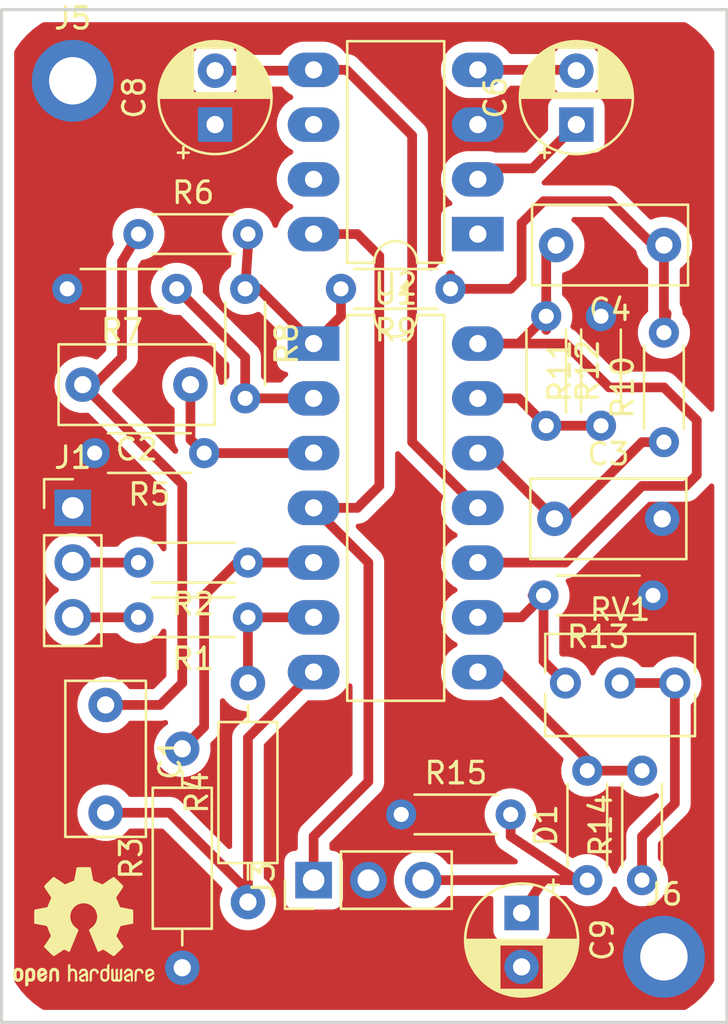
<source format=kicad_pcb>
(kicad_pcb (version 20171130) (host pcbnew 5.1.5-52549c5~84~ubuntu19.10.1)

  (general
    (thickness 1.6)
    (drawings 4)
    (tracks 110)
    (zones 0)
    (modules 31)
    (nets 26)
  )

  (page A4)
  (title_block
    (title OpenEMG)
    (date 2019-05-17)
    (rev G)
    (company charleslabs.fr)
    (comment 1 "Open Hardware")
  )

  (layers
    (0 F.Cu signal)
    (31 B.Cu signal)
    (32 B.Adhes user)
    (33 F.Adhes user)
    (34 B.Paste user)
    (35 F.Paste user)
    (36 B.SilkS user)
    (37 F.SilkS user)
    (38 B.Mask user)
    (39 F.Mask user)
    (40 Dwgs.User user hide)
    (41 Cmts.User user)
    (42 Eco1.User user)
    (43 Eco2.User user hide)
    (44 Edge.Cuts user)
    (45 Margin user)
    (46 B.CrtYd user hide)
    (47 F.CrtYd user hide)
    (48 B.Fab user)
    (49 F.Fab user hide)
  )

  (setup
    (last_trace_width 0.45)
    (trace_clearance 0.3)
    (zone_clearance 0.508)
    (zone_45_only no)
    (trace_min 0.2)
    (via_size 0.6)
    (via_drill 0.4)
    (via_min_size 0.4)
    (via_min_drill 0.3)
    (uvia_size 0.3)
    (uvia_drill 0.1)
    (uvias_allowed no)
    (uvia_min_size 0.2)
    (uvia_min_drill 0.1)
    (edge_width 0.15)
    (segment_width 0.2)
    (pcb_text_width 0.3)
    (pcb_text_size 1.5 1.5)
    (mod_edge_width 0.15)
    (mod_text_size 1 1)
    (mod_text_width 0.15)
    (pad_size 1.9 1.9)
    (pad_drill 0.7)
    (pad_to_mask_clearance 0.2)
    (aux_axis_origin 134.62 66.04)
    (grid_origin 134.62 66.04)
    (visible_elements 7FFEFF77)
    (pcbplotparams
      (layerselection 0x010fc_ffffffff)
      (usegerberextensions false)
      (usegerberattributes false)
      (usegerberadvancedattributes false)
      (creategerberjobfile false)
      (excludeedgelayer false)
      (linewidth 0.100000)
      (plotframeref false)
      (viasonmask false)
      (mode 1)
      (useauxorigin false)
      (hpglpennumber 1)
      (hpglpenspeed 20)
      (hpglpendiameter 15.000000)
      (psnegative false)
      (psa4output false)
      (plotreference false)
      (plotvalue false)
      (plotinvisibletext false)
      (padsonsilk false)
      (subtractmaskfromsilk false)
      (outputformat 1)
      (mirror false)
      (drillshape 0)
      (scaleselection 1)
      (outputdirectory "./gerber"))
  )

  (net 0 "")
  (net 1 "Net-(C1-Pad1)")
  (net 2 "Net-(C1-Pad2)")
  (net 3 "Net-(C2-Pad1)")
  (net 4 "Net-(C3-Pad1)")
  (net 5 GND)
  (net 6 "Net-(C4-Pad1)")
  (net 7 "Net-(C4-Pad2)")
  (net 8 "Net-(D1-Pad2)")
  (net 9 "Net-(J1-Pad2)")
  (net 10 "Net-(J1-Pad3)")
  (net 11 +5V)
  (net 12 "Net-(R1-Pad1)")
  (net 13 "Net-(R2-Pad1)")
  (net 14 "Net-(R6-Pad2)")
  (net 15 "Net-(R7-Pad1)")
  (net 16 "Net-(R11-Pad1)")
  (net 17 "Net-(R13-Pad2)")
  (net 18 "Net-(R14-Pad1)")
  (net 19 "Net-(C6-Pad1)")
  (net 20 "Net-(C6-Pad2)")
  (net 21 "Net-(C9-Pad1)")
  (net 22 -5V)
  (net 23 "Net-(U2-Pad1)")
  (net 24 "Net-(U2-Pad6)")
  (net 25 "Net-(U2-Pad7)")

  (net_class Default "Ceci est la Netclass par défaut"
    (clearance 0.3)
    (trace_width 0.45)
    (via_dia 0.6)
    (via_drill 0.4)
    (uvia_dia 0.3)
    (uvia_drill 0.1)
    (add_net +5V)
    (add_net -5V)
    (add_net GND)
    (add_net "Net-(C1-Pad1)")
    (add_net "Net-(C1-Pad2)")
    (add_net "Net-(C2-Pad1)")
    (add_net "Net-(C3-Pad1)")
    (add_net "Net-(C4-Pad1)")
    (add_net "Net-(C4-Pad2)")
    (add_net "Net-(C6-Pad1)")
    (add_net "Net-(C6-Pad2)")
    (add_net "Net-(C9-Pad1)")
    (add_net "Net-(D1-Pad2)")
    (add_net "Net-(J1-Pad2)")
    (add_net "Net-(J1-Pad3)")
    (add_net "Net-(R1-Pad1)")
    (add_net "Net-(R11-Pad1)")
    (add_net "Net-(R13-Pad2)")
    (add_net "Net-(R14-Pad1)")
    (add_net "Net-(R2-Pad1)")
    (add_net "Net-(R6-Pad2)")
    (add_net "Net-(R7-Pad1)")
    (add_net "Net-(U2-Pad1)")
    (add_net "Net-(U2-Pad6)")
    (add_net "Net-(U2-Pad7)")
  )

  (module Symbol:OSHW-Logo2_7.3x6mm_SilkScreen (layer F.Cu) (tedit 0) (tstamp 5CDF1F55)
    (at 22.86 61.595)
    (descr "Open Source Hardware Symbol")
    (tags "Logo Symbol OSHW")
    (path /5CDDDFC6)
    (attr virtual)
    (fp_text reference LOGO1 (at 0 0) (layer F.SilkS) hide
      (effects (font (size 1 1) (thickness 0.15)))
    )
    (fp_text value Logo_Open_Hardware_Small (at 0.75 0) (layer F.Fab) hide
      (effects (font (size 1 1) (thickness 0.15)))
    )
    (fp_poly (pts (xy 0.10391 -2.757652) (xy 0.182454 -2.757222) (xy 0.239298 -2.756058) (xy 0.278105 -2.753793)
      (xy 0.302538 -2.75006) (xy 0.316262 -2.744494) (xy 0.32294 -2.736727) (xy 0.326236 -2.726395)
      (xy 0.326556 -2.725057) (xy 0.331562 -2.700921) (xy 0.340829 -2.653299) (xy 0.353392 -2.587259)
      (xy 0.368287 -2.507872) (xy 0.384551 -2.420204) (xy 0.385119 -2.417125) (xy 0.40141 -2.331211)
      (xy 0.416652 -2.255304) (xy 0.429861 -2.193955) (xy 0.440054 -2.151718) (xy 0.446248 -2.133145)
      (xy 0.446543 -2.132816) (xy 0.464788 -2.123747) (xy 0.502405 -2.108633) (xy 0.551271 -2.090738)
      (xy 0.551543 -2.090642) (xy 0.613093 -2.067507) (xy 0.685657 -2.038035) (xy 0.754057 -2.008403)
      (xy 0.757294 -2.006938) (xy 0.868702 -1.956374) (xy 1.115399 -2.12484) (xy 1.191077 -2.176197)
      (xy 1.259631 -2.222111) (xy 1.317088 -2.25997) (xy 1.359476 -2.287163) (xy 1.382825 -2.301079)
      (xy 1.385042 -2.302111) (xy 1.40201 -2.297516) (xy 1.433701 -2.275345) (xy 1.481352 -2.234553)
      (xy 1.546198 -2.174095) (xy 1.612397 -2.109773) (xy 1.676214 -2.046388) (xy 1.733329 -1.988549)
      (xy 1.780305 -1.939825) (xy 1.813703 -1.90379) (xy 1.830085 -1.884016) (xy 1.830694 -1.882998)
      (xy 1.832505 -1.869428) (xy 1.825683 -1.847267) (xy 1.80854 -1.813522) (xy 1.779393 -1.7652)
      (xy 1.736555 -1.699308) (xy 1.679448 -1.614483) (xy 1.628766 -1.539823) (xy 1.583461 -1.47286)
      (xy 1.54615 -1.417484) (xy 1.519452 -1.37758) (xy 1.505985 -1.357038) (xy 1.505137 -1.355644)
      (xy 1.506781 -1.335962) (xy 1.519245 -1.297707) (xy 1.540048 -1.248111) (xy 1.547462 -1.232272)
      (xy 1.579814 -1.16171) (xy 1.614328 -1.081647) (xy 1.642365 -1.012371) (xy 1.662568 -0.960955)
      (xy 1.678615 -0.921881) (xy 1.687888 -0.901459) (xy 1.689041 -0.899886) (xy 1.706096 -0.897279)
      (xy 1.746298 -0.890137) (xy 1.804302 -0.879477) (xy 1.874763 -0.866315) (xy 1.952335 -0.851667)
      (xy 2.031672 -0.836551) (xy 2.107431 -0.821982) (xy 2.174264 -0.808978) (xy 2.226828 -0.798555)
      (xy 2.259776 -0.79173) (xy 2.267857 -0.789801) (xy 2.276205 -0.785038) (xy 2.282506 -0.774282)
      (xy 2.287045 -0.753902) (xy 2.290104 -0.720266) (xy 2.291967 -0.669745) (xy 2.292918 -0.598708)
      (xy 2.29324 -0.503524) (xy 2.293257 -0.464508) (xy 2.293257 -0.147201) (xy 2.217057 -0.132161)
      (xy 2.174663 -0.124005) (xy 2.1114 -0.112101) (xy 2.034962 -0.097884) (xy 1.953043 -0.08279)
      (xy 1.9304 -0.078645) (xy 1.854806 -0.063947) (xy 1.788953 -0.049495) (xy 1.738366 -0.036625)
      (xy 1.708574 -0.026678) (xy 1.703612 -0.023713) (xy 1.691426 -0.002717) (xy 1.673953 0.037967)
      (xy 1.654577 0.090322) (xy 1.650734 0.1016) (xy 1.625339 0.171523) (xy 1.593817 0.250418)
      (xy 1.562969 0.321266) (xy 1.562817 0.321595) (xy 1.511447 0.432733) (xy 1.680399 0.681253)
      (xy 1.849352 0.929772) (xy 1.632429 1.147058) (xy 1.566819 1.211726) (xy 1.506979 1.268733)
      (xy 1.456267 1.315033) (xy 1.418046 1.347584) (xy 1.395675 1.363343) (xy 1.392466 1.364343)
      (xy 1.373626 1.356469) (xy 1.33518 1.334578) (xy 1.28133 1.301267) (xy 1.216276 1.259131)
      (xy 1.14594 1.211943) (xy 1.074555 1.16381) (xy 1.010908 1.121928) (xy 0.959041 1.088871)
      (xy 0.922995 1.067218) (xy 0.906867 1.059543) (xy 0.887189 1.066037) (xy 0.849875 1.08315)
      (xy 0.802621 1.107326) (xy 0.797612 1.110013) (xy 0.733977 1.141927) (xy 0.690341 1.157579)
      (xy 0.663202 1.157745) (xy 0.649057 1.143204) (xy 0.648975 1.143) (xy 0.641905 1.125779)
      (xy 0.625042 1.084899) (xy 0.599695 1.023525) (xy 0.567171 0.944819) (xy 0.528778 0.851947)
      (xy 0.485822 0.748072) (xy 0.444222 0.647502) (xy 0.398504 0.536516) (xy 0.356526 0.433703)
      (xy 0.319548 0.342215) (xy 0.288827 0.265201) (xy 0.265622 0.205815) (xy 0.25119 0.167209)
      (xy 0.246743 0.1528) (xy 0.257896 0.136272) (xy 0.287069 0.10993) (xy 0.325971 0.080887)
      (xy 0.436757 -0.010961) (xy 0.523351 -0.116241) (xy 0.584716 -0.232734) (xy 0.619815 -0.358224)
      (xy 0.627608 -0.490493) (xy 0.621943 -0.551543) (xy 0.591078 -0.678205) (xy 0.53792 -0.790059)
      (xy 0.465767 -0.885999) (xy 0.377917 -0.964924) (xy 0.277665 -1.02573) (xy 0.16831 -1.067313)
      (xy 0.053147 -1.088572) (xy -0.064525 -1.088401) (xy -0.18141 -1.065699) (xy -0.294211 -1.019362)
      (xy -0.399631 -0.948287) (xy -0.443632 -0.908089) (xy -0.528021 -0.804871) (xy -0.586778 -0.692075)
      (xy -0.620296 -0.57299) (xy -0.628965 -0.450905) (xy -0.613177 -0.329107) (xy -0.573322 -0.210884)
      (xy -0.509793 -0.099525) (xy -0.422979 0.001684) (xy -0.325971 0.080887) (xy -0.285563 0.111162)
      (xy -0.257018 0.137219) (xy -0.246743 0.152825) (xy -0.252123 0.169843) (xy -0.267425 0.2105)
      (xy -0.291388 0.271642) (xy -0.322756 0.350119) (xy -0.360268 0.44278) (xy -0.402667 0.546472)
      (xy -0.444337 0.647526) (xy -0.49031 0.758607) (xy -0.532893 0.861541) (xy -0.570779 0.953165)
      (xy -0.60266 1.030316) (xy -0.627229 1.089831) (xy -0.64318 1.128544) (xy -0.64909 1.143)
      (xy -0.663052 1.157685) (xy -0.69006 1.157642) (xy -0.733587 1.142099) (xy -0.79711 1.110284)
      (xy -0.797612 1.110013) (xy -0.84544 1.085323) (xy -0.884103 1.067338) (xy -0.905905 1.059614)
      (xy -0.906867 1.059543) (xy -0.923279 1.067378) (xy -0.959513 1.089165) (xy -1.011526 1.122328)
      (xy -1.075275 1.164291) (xy -1.14594 1.211943) (xy -1.217884 1.260191) (xy -1.282726 1.302151)
      (xy -1.336265 1.335227) (xy -1.374303 1.356821) (xy -1.392467 1.364343) (xy -1.409192 1.354457)
      (xy -1.44282 1.326826) (xy -1.48999 1.284495) (xy -1.547342 1.230505) (xy -1.611516 1.167899)
      (xy -1.632503 1.146983) (xy -1.849501 0.929623) (xy -1.684332 0.68722) (xy -1.634136 0.612781)
      (xy -1.590081 0.545972) (xy -1.554638 0.490665) (xy -1.530281 0.450729) (xy -1.519478 0.430036)
      (xy -1.519162 0.428563) (xy -1.524857 0.409058) (xy -1.540174 0.369822) (xy -1.562463 0.31743)
      (xy -1.578107 0.282355) (xy -1.607359 0.215201) (xy -1.634906 0.147358) (xy -1.656263 0.090034)
      (xy -1.662065 0.072572) (xy -1.678548 0.025938) (xy -1.69466 -0.010095) (xy -1.70351 -0.023713)
      (xy -1.72304 -0.032048) (xy -1.765666 -0.043863) (xy -1.825855 -0.057819) (xy -1.898078 -0.072578)
      (xy -1.9304 -0.078645) (xy -2.012478 -0.093727) (xy -2.091205 -0.108331) (xy -2.158891 -0.12102)
      (xy -2.20784 -0.130358) (xy -2.217057 -0.132161) (xy -2.293257 -0.147201) (xy -2.293257 -0.464508)
      (xy -2.293086 -0.568846) (xy -2.292384 -0.647787) (xy -2.290866 -0.704962) (xy -2.288251 -0.744001)
      (xy -2.284254 -0.768535) (xy -2.278591 -0.782195) (xy -2.27098 -0.788611) (xy -2.267857 -0.789801)
      (xy -2.249022 -0.79402) (xy -2.207412 -0.802438) (xy -2.14837 -0.814039) (xy -2.077243 -0.827805)
      (xy -1.999375 -0.84272) (xy -1.920113 -0.857768) (xy -1.844802 -0.871931) (xy -1.778787 -0.884194)
      (xy -1.727413 -0.893539) (xy -1.696025 -0.89895) (xy -1.689041 -0.899886) (xy -1.682715 -0.912404)
      (xy -1.66871 -0.945754) (xy -1.649645 -0.993623) (xy -1.642366 -1.012371) (xy -1.613004 -1.084805)
      (xy -1.578429 -1.16483) (xy -1.547463 -1.232272) (xy -1.524677 -1.283841) (xy -1.509518 -1.326215)
      (xy -1.504458 -1.352166) (xy -1.505264 -1.355644) (xy -1.515959 -1.372064) (xy -1.54038 -1.408583)
      (xy -1.575905 -1.461313) (xy -1.619913 -1.526365) (xy -1.669783 -1.599849) (xy -1.679644 -1.614355)
      (xy -1.737508 -1.700296) (xy -1.780044 -1.765739) (xy -1.808946 -1.813696) (xy -1.82591 -1.84718)
      (xy -1.832633 -1.869205) (xy -1.83081 -1.882783) (xy -1.830764 -1.882869) (xy -1.816414 -1.900703)
      (xy -1.784677 -1.935183) (xy -1.73899 -1.982732) (xy -1.682796 -2.039778) (xy -1.619532 -2.102745)
      (xy -1.612398 -2.109773) (xy -1.53267 -2.18698) (xy -1.471143 -2.24367) (xy -1.426579 -2.28089)
      (xy -1.397743 -2.299685) (xy -1.385042 -2.302111) (xy -1.366506 -2.291529) (xy -1.328039 -2.267084)
      (xy -1.273614 -2.231388) (xy -1.207202 -2.187053) (xy -1.132775 -2.136689) (xy -1.115399 -2.12484)
      (xy -0.868703 -1.956374) (xy -0.757294 -2.006938) (xy -0.689543 -2.036405) (xy -0.616817 -2.066041)
      (xy -0.554297 -2.08967) (xy -0.551543 -2.090642) (xy -0.50264 -2.108543) (xy -0.464943 -2.12368)
      (xy -0.446575 -2.13279) (xy -0.446544 -2.132816) (xy -0.440715 -2.149283) (xy -0.430808 -2.189781)
      (xy -0.417805 -2.249758) (xy -0.402691 -2.32466) (xy -0.386448 -2.409936) (xy -0.385119 -2.417125)
      (xy -0.368825 -2.504986) (xy -0.353867 -2.58474) (xy -0.341209 -2.651319) (xy -0.331814 -2.699653)
      (xy -0.326646 -2.724675) (xy -0.326556 -2.725057) (xy -0.323411 -2.735701) (xy -0.317296 -2.743738)
      (xy -0.304547 -2.749533) (xy -0.2815 -2.753453) (xy -0.244491 -2.755865) (xy -0.189856 -2.757135)
      (xy -0.113933 -2.757629) (xy -0.013056 -2.757714) (xy 0 -2.757714) (xy 0.10391 -2.757652)) (layer F.SilkS) (width 0.01))
    (fp_poly (pts (xy 3.153595 1.966966) (xy 3.211021 2.004497) (xy 3.238719 2.038096) (xy 3.260662 2.099064)
      (xy 3.262405 2.147308) (xy 3.258457 2.211816) (xy 3.109686 2.276934) (xy 3.037349 2.310202)
      (xy 2.990084 2.336964) (xy 2.965507 2.360144) (xy 2.961237 2.382667) (xy 2.974889 2.407455)
      (xy 2.989943 2.423886) (xy 3.033746 2.450235) (xy 3.081389 2.452081) (xy 3.125145 2.431546)
      (xy 3.157289 2.390752) (xy 3.163038 2.376347) (xy 3.190576 2.331356) (xy 3.222258 2.312182)
      (xy 3.265714 2.295779) (xy 3.265714 2.357966) (xy 3.261872 2.400283) (xy 3.246823 2.435969)
      (xy 3.21528 2.476943) (xy 3.210592 2.482267) (xy 3.175506 2.51872) (xy 3.145347 2.538283)
      (xy 3.107615 2.547283) (xy 3.076335 2.55023) (xy 3.020385 2.550965) (xy 2.980555 2.54166)
      (xy 2.955708 2.527846) (xy 2.916656 2.497467) (xy 2.889625 2.464613) (xy 2.872517 2.423294)
      (xy 2.863238 2.367521) (xy 2.859693 2.291305) (xy 2.85941 2.252622) (xy 2.860372 2.206247)
      (xy 2.948007 2.206247) (xy 2.949023 2.231126) (xy 2.951556 2.2352) (xy 2.968274 2.229665)
      (xy 3.004249 2.215017) (xy 3.052331 2.19419) (xy 3.062386 2.189714) (xy 3.123152 2.158814)
      (xy 3.156632 2.131657) (xy 3.16399 2.10622) (xy 3.146391 2.080481) (xy 3.131856 2.069109)
      (xy 3.07941 2.046364) (xy 3.030322 2.050122) (xy 2.989227 2.077884) (xy 2.960758 2.127152)
      (xy 2.951631 2.166257) (xy 2.948007 2.206247) (xy 2.860372 2.206247) (xy 2.861285 2.162249)
      (xy 2.868196 2.095384) (xy 2.881884 2.046695) (xy 2.904096 2.010849) (xy 2.936574 1.982513)
      (xy 2.950733 1.973355) (xy 3.015053 1.949507) (xy 3.085473 1.948006) (xy 3.153595 1.966966)) (layer F.SilkS) (width 0.01))
    (fp_poly (pts (xy 2.6526 1.958752) (xy 2.669948 1.966334) (xy 2.711356 1.999128) (xy 2.746765 2.046547)
      (xy 2.768664 2.097151) (xy 2.772229 2.122098) (xy 2.760279 2.156927) (xy 2.734067 2.175357)
      (xy 2.705964 2.186516) (xy 2.693095 2.188572) (xy 2.686829 2.173649) (xy 2.674456 2.141175)
      (xy 2.669028 2.126502) (xy 2.63859 2.075744) (xy 2.59452 2.050427) (xy 2.53801 2.051206)
      (xy 2.533825 2.052203) (xy 2.503655 2.066507) (xy 2.481476 2.094393) (xy 2.466327 2.139287)
      (xy 2.45725 2.204615) (xy 2.453286 2.293804) (xy 2.452914 2.341261) (xy 2.45273 2.416071)
      (xy 2.451522 2.467069) (xy 2.448309 2.499471) (xy 2.442109 2.518495) (xy 2.43194 2.529356)
      (xy 2.416819 2.537272) (xy 2.415946 2.53767) (xy 2.386828 2.549981) (xy 2.372403 2.554514)
      (xy 2.370186 2.540809) (xy 2.368289 2.502925) (xy 2.366847 2.445715) (xy 2.365998 2.374027)
      (xy 2.365829 2.321565) (xy 2.366692 2.220047) (xy 2.37007 2.143032) (xy 2.377142 2.086023)
      (xy 2.389088 2.044526) (xy 2.40709 2.014043) (xy 2.432327 1.99008) (xy 2.457247 1.973355)
      (xy 2.517171 1.951097) (xy 2.586911 1.946076) (xy 2.6526 1.958752)) (layer F.SilkS) (width 0.01))
    (fp_poly (pts (xy 2.144876 1.956335) (xy 2.186667 1.975344) (xy 2.219469 1.998378) (xy 2.243503 2.024133)
      (xy 2.260097 2.057358) (xy 2.270577 2.1028) (xy 2.276271 2.165207) (xy 2.278507 2.249327)
      (xy 2.278743 2.304721) (xy 2.278743 2.520826) (xy 2.241774 2.53767) (xy 2.212656 2.549981)
      (xy 2.198231 2.554514) (xy 2.195472 2.541025) (xy 2.193282 2.504653) (xy 2.191942 2.451542)
      (xy 2.191657 2.409372) (xy 2.190434 2.348447) (xy 2.187136 2.300115) (xy 2.182321 2.270518)
      (xy 2.178496 2.264229) (xy 2.152783 2.270652) (xy 2.112418 2.287125) (xy 2.065679 2.309458)
      (xy 2.020845 2.333457) (xy 1.986193 2.35493) (xy 1.970002 2.369685) (xy 1.969938 2.369845)
      (xy 1.97133 2.397152) (xy 1.983818 2.423219) (xy 2.005743 2.444392) (xy 2.037743 2.451474)
      (xy 2.065092 2.450649) (xy 2.103826 2.450042) (xy 2.124158 2.459116) (xy 2.136369 2.483092)
      (xy 2.137909 2.487613) (xy 2.143203 2.521806) (xy 2.129047 2.542568) (xy 2.092148 2.552462)
      (xy 2.052289 2.554292) (xy 1.980562 2.540727) (xy 1.943432 2.521355) (xy 1.897576 2.475845)
      (xy 1.873256 2.419983) (xy 1.871073 2.360957) (xy 1.891629 2.305953) (xy 1.922549 2.271486)
      (xy 1.95342 2.252189) (xy 2.001942 2.227759) (xy 2.058485 2.202985) (xy 2.06791 2.199199)
      (xy 2.130019 2.171791) (xy 2.165822 2.147634) (xy 2.177337 2.123619) (xy 2.16658 2.096635)
      (xy 2.148114 2.075543) (xy 2.104469 2.049572) (xy 2.056446 2.047624) (xy 2.012406 2.067637)
      (xy 1.980709 2.107551) (xy 1.976549 2.117848) (xy 1.952327 2.155724) (xy 1.916965 2.183842)
      (xy 1.872343 2.206917) (xy 1.872343 2.141485) (xy 1.874969 2.101506) (xy 1.88623 2.069997)
      (xy 1.911199 2.036378) (xy 1.935169 2.010484) (xy 1.972441 1.973817) (xy 2.001401 1.954121)
      (xy 2.032505 1.94622) (xy 2.067713 1.944914) (xy 2.144876 1.956335)) (layer F.SilkS) (width 0.01))
    (fp_poly (pts (xy 1.779833 1.958663) (xy 1.782048 1.99685) (xy 1.783784 2.054886) (xy 1.784899 2.12818)
      (xy 1.785257 2.205055) (xy 1.785257 2.465196) (xy 1.739326 2.511127) (xy 1.707675 2.539429)
      (xy 1.67989 2.550893) (xy 1.641915 2.550168) (xy 1.62684 2.548321) (xy 1.579726 2.542948)
      (xy 1.540756 2.539869) (xy 1.531257 2.539585) (xy 1.499233 2.541445) (xy 1.453432 2.546114)
      (xy 1.435674 2.548321) (xy 1.392057 2.551735) (xy 1.362745 2.54432) (xy 1.33368 2.521427)
      (xy 1.323188 2.511127) (xy 1.277257 2.465196) (xy 1.277257 1.978602) (xy 1.314226 1.961758)
      (xy 1.346059 1.949282) (xy 1.364683 1.944914) (xy 1.369458 1.958718) (xy 1.373921 1.997286)
      (xy 1.377775 2.056356) (xy 1.380722 2.131663) (xy 1.382143 2.195286) (xy 1.386114 2.445657)
      (xy 1.420759 2.450556) (xy 1.452268 2.447131) (xy 1.467708 2.436041) (xy 1.472023 2.415308)
      (xy 1.475708 2.371145) (xy 1.478469 2.309146) (xy 1.480012 2.234909) (xy 1.480235 2.196706)
      (xy 1.480457 1.976783) (xy 1.526166 1.960849) (xy 1.558518 1.950015) (xy 1.576115 1.944962)
      (xy 1.576623 1.944914) (xy 1.578388 1.958648) (xy 1.580329 1.99673) (xy 1.582282 2.054482)
      (xy 1.584084 2.127227) (xy 1.585343 2.195286) (xy 1.589314 2.445657) (xy 1.6764 2.445657)
      (xy 1.680396 2.21724) (xy 1.684392 1.988822) (xy 1.726847 1.966868) (xy 1.758192 1.951793)
      (xy 1.776744 1.944951) (xy 1.777279 1.944914) (xy 1.779833 1.958663)) (layer F.SilkS) (width 0.01))
    (fp_poly (pts (xy 1.190117 2.065358) (xy 1.189933 2.173837) (xy 1.189219 2.257287) (xy 1.187675 2.319704)
      (xy 1.185001 2.365085) (xy 1.180894 2.397429) (xy 1.175055 2.420733) (xy 1.167182 2.438995)
      (xy 1.161221 2.449418) (xy 1.111855 2.505945) (xy 1.049264 2.541377) (xy 0.980013 2.55409)
      (xy 0.910668 2.542463) (xy 0.869375 2.521568) (xy 0.826025 2.485422) (xy 0.796481 2.441276)
      (xy 0.778655 2.383462) (xy 0.770463 2.306313) (xy 0.769302 2.249714) (xy 0.769458 2.245647)
      (xy 0.870857 2.245647) (xy 0.871476 2.31055) (xy 0.874314 2.353514) (xy 0.88084 2.381622)
      (xy 0.892523 2.401953) (xy 0.906483 2.417288) (xy 0.953365 2.44689) (xy 1.003701 2.449419)
      (xy 1.051276 2.424705) (xy 1.054979 2.421356) (xy 1.070783 2.403935) (xy 1.080693 2.383209)
      (xy 1.086058 2.352362) (xy 1.088228 2.304577) (xy 1.088571 2.251748) (xy 1.087827 2.185381)
      (xy 1.084748 2.141106) (xy 1.078061 2.112009) (xy 1.066496 2.091173) (xy 1.057013 2.080107)
      (xy 1.01296 2.052198) (xy 0.962224 2.048843) (xy 0.913796 2.070159) (xy 0.90445 2.078073)
      (xy 0.88854 2.095647) (xy 0.87861 2.116587) (xy 0.873278 2.147782) (xy 0.871163 2.196122)
      (xy 0.870857 2.245647) (xy 0.769458 2.245647) (xy 0.77281 2.158568) (xy 0.784726 2.090086)
      (xy 0.807135 2.0386) (xy 0.842124 1.998443) (xy 0.869375 1.977861) (xy 0.918907 1.955625)
      (xy 0.976316 1.945304) (xy 1.029682 1.948067) (xy 1.059543 1.959212) (xy 1.071261 1.962383)
      (xy 1.079037 1.950557) (xy 1.084465 1.918866) (xy 1.088571 1.870593) (xy 1.093067 1.816829)
      (xy 1.099313 1.784482) (xy 1.110676 1.765985) (xy 1.130528 1.75377) (xy 1.143 1.748362)
      (xy 1.190171 1.728601) (xy 1.190117 2.065358)) (layer F.SilkS) (width 0.01))
    (fp_poly (pts (xy 0.529926 1.949755) (xy 0.595858 1.974084) (xy 0.649273 2.017117) (xy 0.670164 2.047409)
      (xy 0.692939 2.102994) (xy 0.692466 2.143186) (xy 0.668562 2.170217) (xy 0.659717 2.174813)
      (xy 0.62153 2.189144) (xy 0.602028 2.185472) (xy 0.595422 2.161407) (xy 0.595086 2.148114)
      (xy 0.582992 2.09921) (xy 0.551471 2.064999) (xy 0.507659 2.048476) (xy 0.458695 2.052634)
      (xy 0.418894 2.074227) (xy 0.40545 2.086544) (xy 0.395921 2.101487) (xy 0.389485 2.124075)
      (xy 0.385317 2.159328) (xy 0.382597 2.212266) (xy 0.380502 2.287907) (xy 0.37996 2.311857)
      (xy 0.377981 2.39379) (xy 0.375731 2.451455) (xy 0.372357 2.489608) (xy 0.367006 2.513004)
      (xy 0.358824 2.526398) (xy 0.346959 2.534545) (xy 0.339362 2.538144) (xy 0.307102 2.550452)
      (xy 0.288111 2.554514) (xy 0.281836 2.540948) (xy 0.278006 2.499934) (xy 0.2766 2.430999)
      (xy 0.277598 2.333669) (xy 0.277908 2.318657) (xy 0.280101 2.229859) (xy 0.282693 2.165019)
      (xy 0.286382 2.119067) (xy 0.291864 2.086935) (xy 0.299835 2.063553) (xy 0.310993 2.043852)
      (xy 0.31683 2.03541) (xy 0.350296 1.998057) (xy 0.387727 1.969003) (xy 0.392309 1.966467)
      (xy 0.459426 1.946443) (xy 0.529926 1.949755)) (layer F.SilkS) (width 0.01))
    (fp_poly (pts (xy 0.039744 1.950968) (xy 0.096616 1.972087) (xy 0.097267 1.972493) (xy 0.13244 1.99838)
      (xy 0.158407 2.028633) (xy 0.17667 2.068058) (xy 0.188732 2.121462) (xy 0.196096 2.193651)
      (xy 0.200264 2.289432) (xy 0.200629 2.303078) (xy 0.205876 2.508842) (xy 0.161716 2.531678)
      (xy 0.129763 2.54711) (xy 0.11047 2.554423) (xy 0.109578 2.554514) (xy 0.106239 2.541022)
      (xy 0.103587 2.504626) (xy 0.101956 2.451452) (xy 0.1016 2.408393) (xy 0.101592 2.338641)
      (xy 0.098403 2.294837) (xy 0.087288 2.273944) (xy 0.063501 2.272925) (xy 0.022296 2.288741)
      (xy -0.039914 2.317815) (xy -0.085659 2.341963) (xy -0.109187 2.362913) (xy -0.116104 2.385747)
      (xy -0.116114 2.386877) (xy -0.104701 2.426212) (xy -0.070908 2.447462) (xy -0.019191 2.450539)
      (xy 0.018061 2.450006) (xy 0.037703 2.460735) (xy 0.049952 2.486505) (xy 0.057002 2.519337)
      (xy 0.046842 2.537966) (xy 0.043017 2.540632) (xy 0.007001 2.55134) (xy -0.043434 2.552856)
      (xy -0.095374 2.545759) (xy -0.132178 2.532788) (xy -0.183062 2.489585) (xy -0.211986 2.429446)
      (xy -0.217714 2.382462) (xy -0.213343 2.340082) (xy -0.197525 2.305488) (xy -0.166203 2.274763)
      (xy -0.115322 2.24399) (xy -0.040824 2.209252) (xy -0.036286 2.207288) (xy 0.030821 2.176287)
      (xy 0.072232 2.150862) (xy 0.089981 2.128014) (xy 0.086107 2.104745) (xy 0.062643 2.078056)
      (xy 0.055627 2.071914) (xy 0.00863 2.0481) (xy -0.040067 2.049103) (xy -0.082478 2.072451)
      (xy -0.110616 2.115675) (xy -0.113231 2.12416) (xy -0.138692 2.165308) (xy -0.170999 2.185128)
      (xy -0.217714 2.20477) (xy -0.217714 2.15395) (xy -0.203504 2.080082) (xy -0.161325 2.012327)
      (xy -0.139376 1.989661) (xy -0.089483 1.960569) (xy -0.026033 1.9474) (xy 0.039744 1.950968)) (layer F.SilkS) (width 0.01))
    (fp_poly (pts (xy -0.624114 1.851289) (xy -0.619861 1.910613) (xy -0.614975 1.945572) (xy -0.608205 1.96082)
      (xy -0.598298 1.961015) (xy -0.595086 1.959195) (xy -0.552356 1.946015) (xy -0.496773 1.946785)
      (xy -0.440263 1.960333) (xy -0.404918 1.977861) (xy -0.368679 2.005861) (xy -0.342187 2.037549)
      (xy -0.324001 2.077813) (xy -0.312678 2.131543) (xy -0.306778 2.203626) (xy -0.304857 2.298951)
      (xy -0.304823 2.317237) (xy -0.3048 2.522646) (xy -0.350509 2.53858) (xy -0.382973 2.54942)
      (xy -0.400785 2.554468) (xy -0.401309 2.554514) (xy -0.403063 2.540828) (xy -0.404556 2.503076)
      (xy -0.405674 2.446224) (xy -0.406303 2.375234) (xy -0.4064 2.332073) (xy -0.406602 2.246973)
      (xy -0.407642 2.185981) (xy -0.410169 2.144177) (xy -0.414836 2.116642) (xy -0.422293 2.098456)
      (xy -0.433189 2.084698) (xy -0.439993 2.078073) (xy -0.486728 2.051375) (xy -0.537728 2.049375)
      (xy -0.583999 2.071955) (xy -0.592556 2.080107) (xy -0.605107 2.095436) (xy -0.613812 2.113618)
      (xy -0.619369 2.139909) (xy -0.622474 2.179562) (xy -0.623824 2.237832) (xy -0.624114 2.318173)
      (xy -0.624114 2.522646) (xy -0.669823 2.53858) (xy -0.702287 2.54942) (xy -0.720099 2.554468)
      (xy -0.720623 2.554514) (xy -0.721963 2.540623) (xy -0.723172 2.501439) (xy -0.724199 2.4407)
      (xy -0.724998 2.362141) (xy -0.725519 2.269498) (xy -0.725714 2.166509) (xy -0.725714 1.769342)
      (xy -0.678543 1.749444) (xy -0.631371 1.729547) (xy -0.624114 1.851289)) (layer F.SilkS) (width 0.01))
    (fp_poly (pts (xy -1.831697 1.931239) (xy -1.774473 1.969735) (xy -1.730251 2.025335) (xy -1.703833 2.096086)
      (xy -1.69849 2.148162) (xy -1.699097 2.169893) (xy -1.704178 2.186531) (xy -1.718145 2.201437)
      (xy -1.745411 2.217973) (xy -1.790388 2.239498) (xy -1.857489 2.269374) (xy -1.857829 2.269524)
      (xy -1.919593 2.297813) (xy -1.970241 2.322933) (xy -2.004596 2.342179) (xy -2.017482 2.352848)
      (xy -2.017486 2.352934) (xy -2.006128 2.376166) (xy -1.979569 2.401774) (xy -1.949077 2.420221)
      (xy -1.93363 2.423886) (xy -1.891485 2.411212) (xy -1.855192 2.379471) (xy -1.837483 2.344572)
      (xy -1.820448 2.318845) (xy -1.787078 2.289546) (xy -1.747851 2.264235) (xy -1.713244 2.250471)
      (xy -1.706007 2.249714) (xy -1.697861 2.26216) (xy -1.69737 2.293972) (xy -1.703357 2.336866)
      (xy -1.714643 2.382558) (xy -1.73005 2.422761) (xy -1.730829 2.424322) (xy -1.777196 2.489062)
      (xy -1.837289 2.533097) (xy -1.905535 2.554711) (xy -1.976362 2.552185) (xy -2.044196 2.523804)
      (xy -2.047212 2.521808) (xy -2.100573 2.473448) (xy -2.13566 2.410352) (xy -2.155078 2.327387)
      (xy -2.157684 2.304078) (xy -2.162299 2.194055) (xy -2.156767 2.142748) (xy -2.017486 2.142748)
      (xy -2.015676 2.174753) (xy -2.005778 2.184093) (xy -1.981102 2.177105) (xy -1.942205 2.160587)
      (xy -1.898725 2.139881) (xy -1.897644 2.139333) (xy -1.860791 2.119949) (xy -1.846 2.107013)
      (xy -1.849647 2.093451) (xy -1.865005 2.075632) (xy -1.904077 2.049845) (xy -1.946154 2.04795)
      (xy -1.983897 2.066717) (xy -2.009966 2.102915) (xy -2.017486 2.142748) (xy -2.156767 2.142748)
      (xy -2.152806 2.106027) (xy -2.12845 2.036212) (xy -2.094544 1.987302) (xy -2.033347 1.937878)
      (xy -1.965937 1.913359) (xy -1.89712 1.911797) (xy -1.831697 1.931239)) (layer F.SilkS) (width 0.01))
    (fp_poly (pts (xy -2.958885 1.921962) (xy -2.890855 1.957733) (xy -2.840649 2.015301) (xy -2.822815 2.052312)
      (xy -2.808937 2.107882) (xy -2.801833 2.178096) (xy -2.80116 2.254727) (xy -2.806573 2.329552)
      (xy -2.81773 2.394342) (xy -2.834286 2.440873) (xy -2.839374 2.448887) (xy -2.899645 2.508707)
      (xy -2.971231 2.544535) (xy -3.048908 2.55502) (xy -3.127452 2.53881) (xy -3.149311 2.529092)
      (xy -3.191878 2.499143) (xy -3.229237 2.459433) (xy -3.232768 2.454397) (xy -3.247119 2.430124)
      (xy -3.256606 2.404178) (xy -3.26221 2.370022) (xy -3.264914 2.321119) (xy -3.265701 2.250935)
      (xy -3.265714 2.2352) (xy -3.265678 2.230192) (xy -3.120571 2.230192) (xy -3.119727 2.29643)
      (xy -3.116404 2.340386) (xy -3.109417 2.368779) (xy -3.097584 2.388325) (xy -3.091543 2.394857)
      (xy -3.056814 2.41968) (xy -3.023097 2.418548) (xy -2.989005 2.397016) (xy -2.968671 2.374029)
      (xy -2.956629 2.340478) (xy -2.949866 2.287569) (xy -2.949402 2.281399) (xy -2.948248 2.185513)
      (xy -2.960312 2.114299) (xy -2.98543 2.068194) (xy -3.02344 2.047635) (xy -3.037008 2.046514)
      (xy -3.072636 2.052152) (xy -3.097006 2.071686) (xy -3.111907 2.109042) (xy -3.119125 2.16815)
      (xy -3.120571 2.230192) (xy -3.265678 2.230192) (xy -3.265174 2.160413) (xy -3.262904 2.108159)
      (xy -3.257932 2.071949) (xy -3.249287 2.045299) (xy -3.235995 2.021722) (xy -3.233057 2.017338)
      (xy -3.183687 1.958249) (xy -3.129891 1.923947) (xy -3.064398 1.910331) (xy -3.042158 1.909665)
      (xy -2.958885 1.921962)) (layer F.SilkS) (width 0.01))
    (fp_poly (pts (xy -1.283907 1.92778) (xy -1.237328 1.954723) (xy -1.204943 1.981466) (xy -1.181258 2.009484)
      (xy -1.164941 2.043748) (xy -1.154661 2.089227) (xy -1.149086 2.150892) (xy -1.146884 2.233711)
      (xy -1.146629 2.293246) (xy -1.146629 2.512391) (xy -1.208314 2.540044) (xy -1.27 2.567697)
      (xy -1.277257 2.32767) (xy -1.280256 2.238028) (xy -1.283402 2.172962) (xy -1.287299 2.128026)
      (xy -1.292553 2.09877) (xy -1.299769 2.080748) (xy -1.30955 2.069511) (xy -1.312688 2.067079)
      (xy -1.360239 2.048083) (xy -1.408303 2.0556) (xy -1.436914 2.075543) (xy -1.448553 2.089675)
      (xy -1.456609 2.10822) (xy -1.461729 2.136334) (xy -1.464559 2.179173) (xy -1.465744 2.241895)
      (xy -1.465943 2.307261) (xy -1.465982 2.389268) (xy -1.467386 2.447316) (xy -1.472086 2.486465)
      (xy -1.482013 2.51178) (xy -1.499097 2.528323) (xy -1.525268 2.541156) (xy -1.560225 2.554491)
      (xy -1.598404 2.569007) (xy -1.593859 2.311389) (xy -1.592029 2.218519) (xy -1.589888 2.149889)
      (xy -1.586819 2.100711) (xy -1.582206 2.066198) (xy -1.575432 2.041562) (xy -1.565881 2.022016)
      (xy -1.554366 2.00477) (xy -1.49881 1.94968) (xy -1.43102 1.917822) (xy -1.357287 1.910191)
      (xy -1.283907 1.92778)) (layer F.SilkS) (width 0.01))
    (fp_poly (pts (xy -2.400256 1.919918) (xy -2.344799 1.947568) (xy -2.295852 1.99848) (xy -2.282371 2.017338)
      (xy -2.267686 2.042015) (xy -2.258158 2.068816) (xy -2.252707 2.104587) (xy -2.250253 2.156169)
      (xy -2.249714 2.224267) (xy -2.252148 2.317588) (xy -2.260606 2.387657) (xy -2.276826 2.439931)
      (xy -2.302546 2.479869) (xy -2.339503 2.512929) (xy -2.342218 2.514886) (xy -2.37864 2.534908)
      (xy -2.422498 2.544815) (xy -2.478276 2.547257) (xy -2.568952 2.547257) (xy -2.56899 2.635283)
      (xy -2.569834 2.684308) (xy -2.574976 2.713065) (xy -2.588413 2.730311) (xy -2.614142 2.744808)
      (xy -2.620321 2.747769) (xy -2.649236 2.761648) (xy -2.671624 2.770414) (xy -2.688271 2.771171)
      (xy -2.699964 2.761023) (xy -2.70749 2.737073) (xy -2.711634 2.696426) (xy -2.713185 2.636186)
      (xy -2.712929 2.553455) (xy -2.711651 2.445339) (xy -2.711252 2.413) (xy -2.709815 2.301524)
      (xy -2.708528 2.228603) (xy -2.569029 2.228603) (xy -2.568245 2.290499) (xy -2.56476 2.330997)
      (xy -2.556876 2.357708) (xy -2.542895 2.378244) (xy -2.533403 2.38826) (xy -2.494596 2.417567)
      (xy -2.460237 2.419952) (xy -2.424784 2.39575) (xy -2.423886 2.394857) (xy -2.409461 2.376153)
      (xy -2.400687 2.350732) (xy -2.396261 2.311584) (xy -2.394882 2.251697) (xy -2.394857 2.23843)
      (xy -2.398188 2.155901) (xy -2.409031 2.098691) (xy -2.42866 2.063766) (xy -2.45835 2.048094)
      (xy -2.475509 2.046514) (xy -2.516234 2.053926) (xy -2.544168 2.07833) (xy -2.560983 2.12298)
      (xy -2.56835 2.19113) (xy -2.569029 2.228603) (xy -2.708528 2.228603) (xy -2.708292 2.215245)
      (xy -2.706323 2.150333) (xy -2.70355 2.102958) (xy -2.699612 2.06929) (xy -2.694151 2.045498)
      (xy -2.686808 2.027753) (xy -2.677223 2.012224) (xy -2.673113 2.006381) (xy -2.618595 1.951185)
      (xy -2.549664 1.91989) (xy -2.469928 1.911165) (xy -2.400256 1.919918)) (layer F.SilkS) (width 0.01))
  )

  (module Capacitor_THT:C_Rect_L7.0mm_W3.5mm_P5.00mm (layer F.Cu) (tedit 5AE50EF0) (tstamp 5A6CCD7A)
    (at 49.784 29.972 180)
    (descr "C, Rect series, Radial, pin pitch=5.00mm, , length*width=7*3.5mm^2, Capacitor")
    (tags "C Rect series Radial pin pitch 5.00mm  length 7mm width 3.5mm Capacitor")
    (path /5A6CA649)
    (fp_text reference C4 (at 2.5 -3) (layer F.SilkS)
      (effects (font (size 1 1) (thickness 0.15)))
    )
    (fp_text value 330n (at 2.5 3) (layer F.Fab)
      (effects (font (size 1 1) (thickness 0.15)))
    )
    (fp_text user %R (at 2.5 0) (layer F.Fab)
      (effects (font (size 1 1) (thickness 0.15)))
    )
    (fp_line (start 6.25 -2) (end -1.25 -2) (layer F.CrtYd) (width 0.05))
    (fp_line (start 6.25 2) (end 6.25 -2) (layer F.CrtYd) (width 0.05))
    (fp_line (start -1.25 2) (end 6.25 2) (layer F.CrtYd) (width 0.05))
    (fp_line (start -1.25 -2) (end -1.25 2) (layer F.CrtYd) (width 0.05))
    (fp_line (start 6.12 -1.87) (end 6.12 1.87) (layer F.SilkS) (width 0.12))
    (fp_line (start -1.12 -1.87) (end -1.12 1.87) (layer F.SilkS) (width 0.12))
    (fp_line (start -1.12 1.87) (end 6.12 1.87) (layer F.SilkS) (width 0.12))
    (fp_line (start -1.12 -1.87) (end 6.12 -1.87) (layer F.SilkS) (width 0.12))
    (fp_line (start 6 -1.75) (end -1 -1.75) (layer F.Fab) (width 0.1))
    (fp_line (start 6 1.75) (end 6 -1.75) (layer F.Fab) (width 0.1))
    (fp_line (start -1 1.75) (end 6 1.75) (layer F.Fab) (width 0.1))
    (fp_line (start -1 -1.75) (end -1 1.75) (layer F.Fab) (width 0.1))
    (pad 2 thru_hole circle (at 5 0 180) (size 1.6 1.6) (drill 0.8) (layers *.Cu *.Mask)
      (net 7 "Net-(C4-Pad2)"))
    (pad 1 thru_hole circle (at 0 0 180) (size 1.6 1.6) (drill 0.8) (layers *.Cu *.Mask)
      (net 6 "Net-(C4-Pad1)"))
    (model ${KISYS3DMOD}/Capacitor_THT.3dshapes/C_Rect_L7.0mm_W3.5mm_P5.00mm.wrl
      (at (xyz 0 0 0))
      (scale (xyz 1 1 1))
      (rotate (xyz 0 0 0))
    )
  )

  (module Capacitor_THT:C_Rect_L7.0mm_W3.5mm_P5.00mm (layer F.Cu) (tedit 5AE50EF0) (tstamp 5A6CCD67)
    (at 44.704 42.672)
    (descr "C, Rect series, Radial, pin pitch=5.00mm, , length*width=7*3.5mm^2, Capacitor")
    (tags "C Rect series Radial pin pitch 5.00mm  length 7mm width 3.5mm Capacitor")
    (path /5A6CA7D7)
    (fp_text reference C3 (at 2.5 -3) (layer F.SilkS)
      (effects (font (size 1 1) (thickness 0.15)))
    )
    (fp_text value 330n (at 2.5 3) (layer F.Fab)
      (effects (font (size 1 1) (thickness 0.15)))
    )
    (fp_text user %R (at 2.5 0) (layer F.Fab)
      (effects (font (size 1 1) (thickness 0.15)))
    )
    (fp_line (start 6.25 -2) (end -1.25 -2) (layer F.CrtYd) (width 0.05))
    (fp_line (start 6.25 2) (end 6.25 -2) (layer F.CrtYd) (width 0.05))
    (fp_line (start -1.25 2) (end 6.25 2) (layer F.CrtYd) (width 0.05))
    (fp_line (start -1.25 -2) (end -1.25 2) (layer F.CrtYd) (width 0.05))
    (fp_line (start 6.12 -1.87) (end 6.12 1.87) (layer F.SilkS) (width 0.12))
    (fp_line (start -1.12 -1.87) (end -1.12 1.87) (layer F.SilkS) (width 0.12))
    (fp_line (start -1.12 1.87) (end 6.12 1.87) (layer F.SilkS) (width 0.12))
    (fp_line (start -1.12 -1.87) (end 6.12 -1.87) (layer F.SilkS) (width 0.12))
    (fp_line (start 6 -1.75) (end -1 -1.75) (layer F.Fab) (width 0.1))
    (fp_line (start 6 1.75) (end 6 -1.75) (layer F.Fab) (width 0.1))
    (fp_line (start -1 1.75) (end 6 1.75) (layer F.Fab) (width 0.1))
    (fp_line (start -1 -1.75) (end -1 1.75) (layer F.Fab) (width 0.1))
    (pad 2 thru_hole circle (at 5 0) (size 1.6 1.6) (drill 0.8) (layers *.Cu *.Mask)
      (net 5 GND))
    (pad 1 thru_hole circle (at 0 0) (size 1.6 1.6) (drill 0.8) (layers *.Cu *.Mask)
      (net 4 "Net-(C3-Pad1)"))
    (model ${KISYS3DMOD}/Capacitor_THT.3dshapes/C_Rect_L7.0mm_W3.5mm_P5.00mm.wrl
      (at (xyz 0 0 0))
      (scale (xyz 1 1 1))
      (rotate (xyz 0 0 0))
    )
  )

  (module Capacitor_THT:C_Rect_L7.0mm_W3.5mm_P5.00mm (layer F.Cu) (tedit 5AE50EF0) (tstamp 5A6CCD54)
    (at 27.813 36.449 180)
    (descr "C, Rect series, Radial, pin pitch=5.00mm, , length*width=7*3.5mm^2, Capacitor")
    (tags "C Rect series Radial pin pitch 5.00mm  length 7mm width 3.5mm Capacitor")
    (path /5A6C8F7F)
    (fp_text reference C2 (at 2.5 -3) (layer F.SilkS)
      (effects (font (size 1 1) (thickness 0.15)))
    )
    (fp_text value 470n (at 2.5 3) (layer F.Fab)
      (effects (font (size 1 1) (thickness 0.15)))
    )
    (fp_text user %R (at 2.5 0) (layer F.Fab)
      (effects (font (size 1 1) (thickness 0.15)))
    )
    (fp_line (start 6.25 -2) (end -1.25 -2) (layer F.CrtYd) (width 0.05))
    (fp_line (start 6.25 2) (end 6.25 -2) (layer F.CrtYd) (width 0.05))
    (fp_line (start -1.25 2) (end 6.25 2) (layer F.CrtYd) (width 0.05))
    (fp_line (start -1.25 -2) (end -1.25 2) (layer F.CrtYd) (width 0.05))
    (fp_line (start 6.12 -1.87) (end 6.12 1.87) (layer F.SilkS) (width 0.12))
    (fp_line (start -1.12 -1.87) (end -1.12 1.87) (layer F.SilkS) (width 0.12))
    (fp_line (start -1.12 1.87) (end 6.12 1.87) (layer F.SilkS) (width 0.12))
    (fp_line (start -1.12 -1.87) (end 6.12 -1.87) (layer F.SilkS) (width 0.12))
    (fp_line (start 6 -1.75) (end -1 -1.75) (layer F.Fab) (width 0.1))
    (fp_line (start 6 1.75) (end 6 -1.75) (layer F.Fab) (width 0.1))
    (fp_line (start -1 1.75) (end 6 1.75) (layer F.Fab) (width 0.1))
    (fp_line (start -1 -1.75) (end -1 1.75) (layer F.Fab) (width 0.1))
    (pad 2 thru_hole circle (at 5 0 180) (size 1.6 1.6) (drill 0.8) (layers *.Cu *.Mask)
      (net 1 "Net-(C1-Pad1)"))
    (pad 1 thru_hole circle (at 0 0 180) (size 1.6 1.6) (drill 0.8) (layers *.Cu *.Mask)
      (net 3 "Net-(C2-Pad1)"))
    (model ${KISYS3DMOD}/Capacitor_THT.3dshapes/C_Rect_L7.0mm_W3.5mm_P5.00mm.wrl
      (at (xyz 0 0 0))
      (scale (xyz 1 1 1))
      (rotate (xyz 0 0 0))
    )
  )

  (module Capacitor_THT:C_Rect_L7.0mm_W3.5mm_P5.00mm (layer F.Cu) (tedit 5AE50EF0) (tstamp 5A7C67B7)
    (at 23.876 51.308 270)
    (descr "C, Rect series, Radial, pin pitch=5.00mm, , length*width=7*3.5mm^2, Capacitor")
    (tags "C Rect series Radial pin pitch 5.00mm  length 7mm width 3.5mm Capacitor")
    (path /5A6C8BEF)
    (fp_text reference C1 (at 2.5 -3 90) (layer F.SilkS)
      (effects (font (size 1 1) (thickness 0.15)))
    )
    (fp_text value 470n (at 2.5 3 90) (layer F.Fab)
      (effects (font (size 1 1) (thickness 0.15)))
    )
    (fp_text user %R (at 2.5 0 90) (layer F.Fab)
      (effects (font (size 1 1) (thickness 0.15)))
    )
    (fp_line (start 6.25 -2) (end -1.25 -2) (layer F.CrtYd) (width 0.05))
    (fp_line (start 6.25 2) (end 6.25 -2) (layer F.CrtYd) (width 0.05))
    (fp_line (start -1.25 2) (end 6.25 2) (layer F.CrtYd) (width 0.05))
    (fp_line (start -1.25 -2) (end -1.25 2) (layer F.CrtYd) (width 0.05))
    (fp_line (start 6.12 -1.87) (end 6.12 1.87) (layer F.SilkS) (width 0.12))
    (fp_line (start -1.12 -1.87) (end -1.12 1.87) (layer F.SilkS) (width 0.12))
    (fp_line (start -1.12 1.87) (end 6.12 1.87) (layer F.SilkS) (width 0.12))
    (fp_line (start -1.12 -1.87) (end 6.12 -1.87) (layer F.SilkS) (width 0.12))
    (fp_line (start 6 -1.75) (end -1 -1.75) (layer F.Fab) (width 0.1))
    (fp_line (start 6 1.75) (end 6 -1.75) (layer F.Fab) (width 0.1))
    (fp_line (start -1 1.75) (end 6 1.75) (layer F.Fab) (width 0.1))
    (fp_line (start -1 -1.75) (end -1 1.75) (layer F.Fab) (width 0.1))
    (pad 2 thru_hole circle (at 5 0 270) (size 1.6 1.6) (drill 0.8) (layers *.Cu *.Mask)
      (net 2 "Net-(C1-Pad2)"))
    (pad 1 thru_hole circle (at 0 0 270) (size 1.6 1.6) (drill 0.8) (layers *.Cu *.Mask)
      (net 1 "Net-(C1-Pad1)"))
    (model ${KISYS3DMOD}/Capacitor_THT.3dshapes/C_Rect_L7.0mm_W3.5mm_P5.00mm.wrl
      (at (xyz 0 0 0))
      (scale (xyz 1 1 1))
      (rotate (xyz 0 0 0))
    )
  )

  (module Potentiometer_THT:Potentiometer_Bourns_3266Y_Vertical (layer F.Cu) (tedit 5A3D4994) (tstamp 5A7C6845)
    (at 50.292 50.292)
    (descr "Potentiometer, vertical, Bourns 3266Y, https://www.bourns.com/docs/Product-Datasheets/3266.pdf")
    (tags "Potentiometer vertical Bourns 3266Y")
    (path /5A7C681F)
    (fp_text reference RV1 (at -2.54 -3.41) (layer F.SilkS)
      (effects (font (size 1 1) (thickness 0.15)))
    )
    (fp_text value 100k (at -2.54 3.59) (layer F.Fab)
      (effects (font (size 1 1) (thickness 0.15)))
    )
    (fp_text user %R (at -3.15 0.09) (layer F.Fab)
      (effects (font (size 0.92 0.92) (thickness 0.15)))
    )
    (fp_line (start 1.1 -2.45) (end -6.15 -2.45) (layer F.CrtYd) (width 0.05))
    (fp_line (start 1.1 2.6) (end 1.1 -2.45) (layer F.CrtYd) (width 0.05))
    (fp_line (start -6.15 2.6) (end 1.1 2.6) (layer F.CrtYd) (width 0.05))
    (fp_line (start -6.15 -2.45) (end -6.15 2.6) (layer F.CrtYd) (width 0.05))
    (fp_line (start 0.935 0.496) (end 0.935 2.46) (layer F.SilkS) (width 0.12))
    (fp_line (start 0.935 -2.28) (end 0.935 -0.494) (layer F.SilkS) (width 0.12))
    (fp_line (start -6.015 0.496) (end -6.015 2.46) (layer F.SilkS) (width 0.12))
    (fp_line (start -6.015 -2.28) (end -6.015 -0.494) (layer F.SilkS) (width 0.12))
    (fp_line (start -6.015 2.46) (end 0.935 2.46) (layer F.SilkS) (width 0.12))
    (fp_line (start -6.015 -2.28) (end 0.935 -2.28) (layer F.SilkS) (width 0.12))
    (fp_line (start -0.405 1.952) (end -0.404 0.189) (layer F.Fab) (width 0.1))
    (fp_line (start -0.405 1.952) (end -0.404 0.189) (layer F.Fab) (width 0.1))
    (fp_line (start 0.815 -2.16) (end -5.895 -2.16) (layer F.Fab) (width 0.1))
    (fp_line (start 0.815 2.34) (end 0.815 -2.16) (layer F.Fab) (width 0.1))
    (fp_line (start -5.895 2.34) (end 0.815 2.34) (layer F.Fab) (width 0.1))
    (fp_line (start -5.895 -2.16) (end -5.895 2.34) (layer F.Fab) (width 0.1))
    (fp_circle (center -0.405 1.07) (end 0.485 1.07) (layer F.Fab) (width 0.1))
    (pad 3 thru_hole circle (at -5.08 0) (size 1.44 1.44) (drill 0.8) (layers *.Cu *.Mask)
      (net 17 "Net-(R13-Pad2)"))
    (pad 2 thru_hole circle (at -2.54 0) (size 1.44 1.44) (drill 0.8) (layers *.Cu *.Mask)
      (net 18 "Net-(R14-Pad1)"))
    (pad 1 thru_hole circle (at 0 0) (size 1.44 1.44) (drill 0.8) (layers *.Cu *.Mask)
      (net 18 "Net-(R14-Pad1)"))
    (model ${KISYS3DMOD}/Potentiometer_THT.3dshapes/Potentiometer_Bourns_3266Y_Vertical.wrl
      (at (xyz 0 0 0))
      (scale (xyz 1 1 1))
      (rotate (xyz 0 0 0))
    )
  )

  (module Resistor_THT:R_Axial_DIN0204_L3.6mm_D1.6mm_P5.08mm_Horizontal (layer F.Cu) (tedit 5AE5139B) (tstamp 5A85CED8)
    (at 37.592 56.388)
    (descr "Resistor, Axial_DIN0204 series, Axial, Horizontal, pin pitch=5.08mm, 0.167W, length*diameter=3.6*1.6mm^2, http://cdn-reichelt.de/documents/datenblatt/B400/1_4W%23YAG.pdf")
    (tags "Resistor Axial_DIN0204 series Axial Horizontal pin pitch 5.08mm 0.167W length 3.6mm diameter 1.6mm")
    (path /5A85EB44)
    (fp_text reference R15 (at 2.54 -1.92) (layer F.SilkS)
      (effects (font (size 1 1) (thickness 0.15)))
    )
    (fp_text value 18k (at 2.54 1.92) (layer F.Fab)
      (effects (font (size 1 1) (thickness 0.15)))
    )
    (fp_text user %R (at 2.54 0) (layer F.Fab)
      (effects (font (size 0.72 0.72) (thickness 0.108)))
    )
    (fp_line (start 6.03 -1.05) (end -0.95 -1.05) (layer F.CrtYd) (width 0.05))
    (fp_line (start 6.03 1.05) (end 6.03 -1.05) (layer F.CrtYd) (width 0.05))
    (fp_line (start -0.95 1.05) (end 6.03 1.05) (layer F.CrtYd) (width 0.05))
    (fp_line (start -0.95 -1.05) (end -0.95 1.05) (layer F.CrtYd) (width 0.05))
    (fp_line (start 0.62 0.92) (end 4.46 0.92) (layer F.SilkS) (width 0.12))
    (fp_line (start 0.62 -0.92) (end 4.46 -0.92) (layer F.SilkS) (width 0.12))
    (fp_line (start 5.08 0) (end 4.34 0) (layer F.Fab) (width 0.1))
    (fp_line (start 0 0) (end 0.74 0) (layer F.Fab) (width 0.1))
    (fp_line (start 4.34 -0.8) (end 0.74 -0.8) (layer F.Fab) (width 0.1))
    (fp_line (start 4.34 0.8) (end 4.34 -0.8) (layer F.Fab) (width 0.1))
    (fp_line (start 0.74 0.8) (end 4.34 0.8) (layer F.Fab) (width 0.1))
    (fp_line (start 0.74 -0.8) (end 0.74 0.8) (layer F.Fab) (width 0.1))
    (pad 2 thru_hole oval (at 5.08 0) (size 1.4 1.4) (drill 0.7) (layers *.Cu *.Mask)
      (net 21 "Net-(C9-Pad1)"))
    (pad 1 thru_hole circle (at 0 0) (size 1.4 1.4) (drill 0.7) (layers *.Cu *.Mask)
      (net 5 GND))
    (model ${KISYS3DMOD}/Resistor_THT.3dshapes/R_Axial_DIN0204_L3.6mm_D1.6mm_P5.08mm_Horizontal.wrl
      (at (xyz 0 0 0))
      (scale (xyz 1 1 1))
      (rotate (xyz 0 0 0))
    )
  )

  (module Resistor_THT:R_Axial_DIN0204_L3.6mm_D1.6mm_P5.08mm_Horizontal (layer F.Cu) (tedit 5AE5139B) (tstamp 5A6CCFF2)
    (at 48.768 59.436 90)
    (descr "Resistor, Axial_DIN0204 series, Axial, Horizontal, pin pitch=5.08mm, 0.167W, length*diameter=3.6*1.6mm^2, http://cdn-reichelt.de/documents/datenblatt/B400/1_4W%23YAG.pdf")
    (tags "Resistor Axial_DIN0204 series Axial Horizontal pin pitch 5.08mm 0.167W length 3.6mm diameter 1.6mm")
    (path /5A7D76DE)
    (fp_text reference R14 (at 2.54 -1.92 90) (layer F.SilkS)
      (effects (font (size 1 1) (thickness 0.15)))
    )
    (fp_text value 47k (at 2.54 1.92 90) (layer F.Fab)
      (effects (font (size 1 1) (thickness 0.15)))
    )
    (fp_text user %R (at 2.54 0 90) (layer F.Fab)
      (effects (font (size 0.72 0.72) (thickness 0.108)))
    )
    (fp_line (start 6.03 -1.05) (end -0.95 -1.05) (layer F.CrtYd) (width 0.05))
    (fp_line (start 6.03 1.05) (end 6.03 -1.05) (layer F.CrtYd) (width 0.05))
    (fp_line (start -0.95 1.05) (end 6.03 1.05) (layer F.CrtYd) (width 0.05))
    (fp_line (start -0.95 -1.05) (end -0.95 1.05) (layer F.CrtYd) (width 0.05))
    (fp_line (start 0.62 0.92) (end 4.46 0.92) (layer F.SilkS) (width 0.12))
    (fp_line (start 0.62 -0.92) (end 4.46 -0.92) (layer F.SilkS) (width 0.12))
    (fp_line (start 5.08 0) (end 4.34 0) (layer F.Fab) (width 0.1))
    (fp_line (start 0 0) (end 0.74 0) (layer F.Fab) (width 0.1))
    (fp_line (start 4.34 -0.8) (end 0.74 -0.8) (layer F.Fab) (width 0.1))
    (fp_line (start 4.34 0.8) (end 4.34 -0.8) (layer F.Fab) (width 0.1))
    (fp_line (start 0.74 0.8) (end 4.34 0.8) (layer F.Fab) (width 0.1))
    (fp_line (start 0.74 -0.8) (end 0.74 0.8) (layer F.Fab) (width 0.1))
    (pad 2 thru_hole oval (at 5.08 0 90) (size 1.4 1.4) (drill 0.7) (layers *.Cu *.Mask)
      (net 8 "Net-(D1-Pad2)"))
    (pad 1 thru_hole circle (at 0 0 90) (size 1.4 1.4) (drill 0.7) (layers *.Cu *.Mask)
      (net 18 "Net-(R14-Pad1)"))
    (model ${KISYS3DMOD}/Resistor_THT.3dshapes/R_Axial_DIN0204_L3.6mm_D1.6mm_P5.08mm_Horizontal.wrl
      (at (xyz 0 0 0))
      (scale (xyz 1 1 1))
      (rotate (xyz 0 0 0))
    )
  )

  (module Resistor_THT:R_Axial_DIN0204_L3.6mm_D1.6mm_P5.08mm_Horizontal (layer F.Cu) (tedit 5AE5139B) (tstamp 5A6CCFE0)
    (at 49.276 46.228 180)
    (descr "Resistor, Axial_DIN0204 series, Axial, Horizontal, pin pitch=5.08mm, 0.167W, length*diameter=3.6*1.6mm^2, http://cdn-reichelt.de/documents/datenblatt/B400/1_4W%23YAG.pdf")
    (tags "Resistor Axial_DIN0204 series Axial Horizontal pin pitch 5.08mm 0.167W length 3.6mm diameter 1.6mm")
    (path /5A6CB333)
    (fp_text reference R13 (at 2.54 -1.92) (layer F.SilkS)
      (effects (font (size 1 1) (thickness 0.15)))
    )
    (fp_text value 1k (at 2.54 1.92) (layer F.Fab)
      (effects (font (size 1 1) (thickness 0.15)))
    )
    (fp_text user %R (at 2.54 0) (layer F.Fab)
      (effects (font (size 0.72 0.72) (thickness 0.108)))
    )
    (fp_line (start 6.03 -1.05) (end -0.95 -1.05) (layer F.CrtYd) (width 0.05))
    (fp_line (start 6.03 1.05) (end 6.03 -1.05) (layer F.CrtYd) (width 0.05))
    (fp_line (start -0.95 1.05) (end 6.03 1.05) (layer F.CrtYd) (width 0.05))
    (fp_line (start -0.95 -1.05) (end -0.95 1.05) (layer F.CrtYd) (width 0.05))
    (fp_line (start 0.62 0.92) (end 4.46 0.92) (layer F.SilkS) (width 0.12))
    (fp_line (start 0.62 -0.92) (end 4.46 -0.92) (layer F.SilkS) (width 0.12))
    (fp_line (start 5.08 0) (end 4.34 0) (layer F.Fab) (width 0.1))
    (fp_line (start 0 0) (end 0.74 0) (layer F.Fab) (width 0.1))
    (fp_line (start 4.34 -0.8) (end 0.74 -0.8) (layer F.Fab) (width 0.1))
    (fp_line (start 4.34 0.8) (end 4.34 -0.8) (layer F.Fab) (width 0.1))
    (fp_line (start 0.74 0.8) (end 4.34 0.8) (layer F.Fab) (width 0.1))
    (fp_line (start 0.74 -0.8) (end 0.74 0.8) (layer F.Fab) (width 0.1))
    (pad 2 thru_hole oval (at 5.08 0 180) (size 1.4 1.4) (drill 0.7) (layers *.Cu *.Mask)
      (net 17 "Net-(R13-Pad2)"))
    (pad 1 thru_hole circle (at 0 0 180) (size 1.4 1.4) (drill 0.7) (layers *.Cu *.Mask)
      (net 5 GND))
    (model ${KISYS3DMOD}/Resistor_THT.3dshapes/R_Axial_DIN0204_L3.6mm_D1.6mm_P5.08mm_Horizontal.wrl
      (at (xyz 0 0 0))
      (scale (xyz 1 1 1))
      (rotate (xyz 0 0 0))
    )
  )

  (module Resistor_THT:R_Axial_DIN0204_L3.6mm_D1.6mm_P5.08mm_Horizontal (layer F.Cu) (tedit 5AE5139B) (tstamp 5A6CCFCE)
    (at 44.323 33.274 270)
    (descr "Resistor, Axial_DIN0204 series, Axial, Horizontal, pin pitch=5.08mm, 0.167W, length*diameter=3.6*1.6mm^2, http://cdn-reichelt.de/documents/datenblatt/B400/1_4W%23YAG.pdf")
    (tags "Resistor Axial_DIN0204 series Axial Horizontal pin pitch 5.08mm 0.167W length 3.6mm diameter 1.6mm")
    (path /5A6CAB8B)
    (fp_text reference R12 (at 2.54 -1.92 90) (layer F.SilkS)
      (effects (font (size 1 1) (thickness 0.15)))
    )
    (fp_text value 10k (at 2.54 1.92 90) (layer F.Fab)
      (effects (font (size 1 1) (thickness 0.15)))
    )
    (fp_text user %R (at 2.54 0 90) (layer F.Fab)
      (effects (font (size 0.72 0.72) (thickness 0.108)))
    )
    (fp_line (start 6.03 -1.05) (end -0.95 -1.05) (layer F.CrtYd) (width 0.05))
    (fp_line (start 6.03 1.05) (end 6.03 -1.05) (layer F.CrtYd) (width 0.05))
    (fp_line (start -0.95 1.05) (end 6.03 1.05) (layer F.CrtYd) (width 0.05))
    (fp_line (start -0.95 -1.05) (end -0.95 1.05) (layer F.CrtYd) (width 0.05))
    (fp_line (start 0.62 0.92) (end 4.46 0.92) (layer F.SilkS) (width 0.12))
    (fp_line (start 0.62 -0.92) (end 4.46 -0.92) (layer F.SilkS) (width 0.12))
    (fp_line (start 5.08 0) (end 4.34 0) (layer F.Fab) (width 0.1))
    (fp_line (start 0 0) (end 0.74 0) (layer F.Fab) (width 0.1))
    (fp_line (start 4.34 -0.8) (end 0.74 -0.8) (layer F.Fab) (width 0.1))
    (fp_line (start 4.34 0.8) (end 4.34 -0.8) (layer F.Fab) (width 0.1))
    (fp_line (start 0.74 0.8) (end 4.34 0.8) (layer F.Fab) (width 0.1))
    (fp_line (start 0.74 -0.8) (end 0.74 0.8) (layer F.Fab) (width 0.1))
    (pad 2 thru_hole oval (at 5.08 0 270) (size 1.4 1.4) (drill 0.7) (layers *.Cu *.Mask)
      (net 16 "Net-(R11-Pad1)"))
    (pad 1 thru_hole circle (at 0 0 270) (size 1.4 1.4) (drill 0.7) (layers *.Cu *.Mask)
      (net 7 "Net-(C4-Pad2)"))
    (model ${KISYS3DMOD}/Resistor_THT.3dshapes/R_Axial_DIN0204_L3.6mm_D1.6mm_P5.08mm_Horizontal.wrl
      (at (xyz 0 0 0))
      (scale (xyz 1 1 1))
      (rotate (xyz 0 0 0))
    )
  )

  (module Resistor_THT:R_Axial_DIN0204_L3.6mm_D1.6mm_P5.08mm_Horizontal (layer F.Cu) (tedit 5AE5139B) (tstamp 5A6CCFBC)
    (at 46.863 38.354 90)
    (descr "Resistor, Axial_DIN0204 series, Axial, Horizontal, pin pitch=5.08mm, 0.167W, length*diameter=3.6*1.6mm^2, http://cdn-reichelt.de/documents/datenblatt/B400/1_4W%23YAG.pdf")
    (tags "Resistor Axial_DIN0204 series Axial Horizontal pin pitch 5.08mm 0.167W length 3.6mm diameter 1.6mm")
    (path /5A6CA88F)
    (fp_text reference R11 (at 2.54 -1.92 90) (layer F.SilkS)
      (effects (font (size 1 1) (thickness 0.15)))
    )
    (fp_text value 18k (at 2.54 1.92 90) (layer F.Fab)
      (effects (font (size 1 1) (thickness 0.15)))
    )
    (fp_text user %R (at 2.54 0 90) (layer F.Fab)
      (effects (font (size 0.72 0.72) (thickness 0.108)))
    )
    (fp_line (start 6.03 -1.05) (end -0.95 -1.05) (layer F.CrtYd) (width 0.05))
    (fp_line (start 6.03 1.05) (end 6.03 -1.05) (layer F.CrtYd) (width 0.05))
    (fp_line (start -0.95 1.05) (end 6.03 1.05) (layer F.CrtYd) (width 0.05))
    (fp_line (start -0.95 -1.05) (end -0.95 1.05) (layer F.CrtYd) (width 0.05))
    (fp_line (start 0.62 0.92) (end 4.46 0.92) (layer F.SilkS) (width 0.12))
    (fp_line (start 0.62 -0.92) (end 4.46 -0.92) (layer F.SilkS) (width 0.12))
    (fp_line (start 5.08 0) (end 4.34 0) (layer F.Fab) (width 0.1))
    (fp_line (start 0 0) (end 0.74 0) (layer F.Fab) (width 0.1))
    (fp_line (start 4.34 -0.8) (end 0.74 -0.8) (layer F.Fab) (width 0.1))
    (fp_line (start 4.34 0.8) (end 4.34 -0.8) (layer F.Fab) (width 0.1))
    (fp_line (start 0.74 0.8) (end 4.34 0.8) (layer F.Fab) (width 0.1))
    (fp_line (start 0.74 -0.8) (end 0.74 0.8) (layer F.Fab) (width 0.1))
    (pad 2 thru_hole oval (at 5.08 0 90) (size 1.4 1.4) (drill 0.7) (layers *.Cu *.Mask)
      (net 5 GND))
    (pad 1 thru_hole circle (at 0 0 90) (size 1.4 1.4) (drill 0.7) (layers *.Cu *.Mask)
      (net 16 "Net-(R11-Pad1)"))
    (model ${KISYS3DMOD}/Resistor_THT.3dshapes/R_Axial_DIN0204_L3.6mm_D1.6mm_P5.08mm_Horizontal.wrl
      (at (xyz 0 0 0))
      (scale (xyz 1 1 1))
      (rotate (xyz 0 0 0))
    )
  )

  (module Resistor_THT:R_Axial_DIN0204_L3.6mm_D1.6mm_P5.08mm_Horizontal (layer F.Cu) (tedit 5AE5139B) (tstamp 5A6CCFAA)
    (at 49.784 39.116 90)
    (descr "Resistor, Axial_DIN0204 series, Axial, Horizontal, pin pitch=5.08mm, 0.167W, length*diameter=3.6*1.6mm^2, http://cdn-reichelt.de/documents/datenblatt/B400/1_4W%23YAG.pdf")
    (tags "Resistor Axial_DIN0204 series Axial Horizontal pin pitch 5.08mm 0.167W length 3.6mm diameter 1.6mm")
    (path /5A6CA472)
    (fp_text reference R10 (at 2.54 -1.92 90) (layer F.SilkS)
      (effects (font (size 1 1) (thickness 0.15)))
    )
    (fp_text value 1k (at 2.54 1.92 90) (layer F.Fab)
      (effects (font (size 1 1) (thickness 0.15)))
    )
    (fp_text user %R (at 2.54 0 90) (layer F.Fab)
      (effects (font (size 0.72 0.72) (thickness 0.108)))
    )
    (fp_line (start 6.03 -1.05) (end -0.95 -1.05) (layer F.CrtYd) (width 0.05))
    (fp_line (start 6.03 1.05) (end 6.03 -1.05) (layer F.CrtYd) (width 0.05))
    (fp_line (start -0.95 1.05) (end 6.03 1.05) (layer F.CrtYd) (width 0.05))
    (fp_line (start -0.95 -1.05) (end -0.95 1.05) (layer F.CrtYd) (width 0.05))
    (fp_line (start 0.62 0.92) (end 4.46 0.92) (layer F.SilkS) (width 0.12))
    (fp_line (start 0.62 -0.92) (end 4.46 -0.92) (layer F.SilkS) (width 0.12))
    (fp_line (start 5.08 0) (end 4.34 0) (layer F.Fab) (width 0.1))
    (fp_line (start 0 0) (end 0.74 0) (layer F.Fab) (width 0.1))
    (fp_line (start 4.34 -0.8) (end 0.74 -0.8) (layer F.Fab) (width 0.1))
    (fp_line (start 4.34 0.8) (end 4.34 -0.8) (layer F.Fab) (width 0.1))
    (fp_line (start 0.74 0.8) (end 4.34 0.8) (layer F.Fab) (width 0.1))
    (fp_line (start 0.74 -0.8) (end 0.74 0.8) (layer F.Fab) (width 0.1))
    (pad 2 thru_hole oval (at 5.08 0 90) (size 1.4 1.4) (drill 0.7) (layers *.Cu *.Mask)
      (net 6 "Net-(C4-Pad1)"))
    (pad 1 thru_hole circle (at 0 0 90) (size 1.4 1.4) (drill 0.7) (layers *.Cu *.Mask)
      (net 4 "Net-(C3-Pad1)"))
    (model ${KISYS3DMOD}/Resistor_THT.3dshapes/R_Axial_DIN0204_L3.6mm_D1.6mm_P5.08mm_Horizontal.wrl
      (at (xyz 0 0 0))
      (scale (xyz 1 1 1))
      (rotate (xyz 0 0 0))
    )
  )

  (module Resistor_THT:R_Axial_DIN0204_L3.6mm_D1.6mm_P5.08mm_Horizontal (layer F.Cu) (tedit 5AE5139B) (tstamp 5A6CCF98)
    (at 39.878 32.004 180)
    (descr "Resistor, Axial_DIN0204 series, Axial, Horizontal, pin pitch=5.08mm, 0.167W, length*diameter=3.6*1.6mm^2, http://cdn-reichelt.de/documents/datenblatt/B400/1_4W%23YAG.pdf")
    (tags "Resistor Axial_DIN0204 series Axial Horizontal pin pitch 5.08mm 0.167W length 3.6mm diameter 1.6mm")
    (path /5A6CA320)
    (fp_text reference R9 (at 2.54 -1.92) (layer F.SilkS)
      (effects (font (size 1 1) (thickness 0.15)))
    )
    (fp_text value 1k (at 2.54 1.92) (layer F.Fab)
      (effects (font (size 1 1) (thickness 0.15)))
    )
    (fp_text user %R (at 2.54 0) (layer F.Fab)
      (effects (font (size 0.72 0.72) (thickness 0.108)))
    )
    (fp_line (start 6.03 -1.05) (end -0.95 -1.05) (layer F.CrtYd) (width 0.05))
    (fp_line (start 6.03 1.05) (end 6.03 -1.05) (layer F.CrtYd) (width 0.05))
    (fp_line (start -0.95 1.05) (end 6.03 1.05) (layer F.CrtYd) (width 0.05))
    (fp_line (start -0.95 -1.05) (end -0.95 1.05) (layer F.CrtYd) (width 0.05))
    (fp_line (start 0.62 0.92) (end 4.46 0.92) (layer F.SilkS) (width 0.12))
    (fp_line (start 0.62 -0.92) (end 4.46 -0.92) (layer F.SilkS) (width 0.12))
    (fp_line (start 5.08 0) (end 4.34 0) (layer F.Fab) (width 0.1))
    (fp_line (start 0 0) (end 0.74 0) (layer F.Fab) (width 0.1))
    (fp_line (start 4.34 -0.8) (end 0.74 -0.8) (layer F.Fab) (width 0.1))
    (fp_line (start 4.34 0.8) (end 4.34 -0.8) (layer F.Fab) (width 0.1))
    (fp_line (start 0.74 0.8) (end 4.34 0.8) (layer F.Fab) (width 0.1))
    (fp_line (start 0.74 -0.8) (end 0.74 0.8) (layer F.Fab) (width 0.1))
    (pad 2 thru_hole oval (at 5.08 0 180) (size 1.4 1.4) (drill 0.7) (layers *.Cu *.Mask)
      (net 14 "Net-(R6-Pad2)"))
    (pad 1 thru_hole circle (at 0 0 180) (size 1.4 1.4) (drill 0.7) (layers *.Cu *.Mask)
      (net 6 "Net-(C4-Pad1)"))
    (model ${KISYS3DMOD}/Resistor_THT.3dshapes/R_Axial_DIN0204_L3.6mm_D1.6mm_P5.08mm_Horizontal.wrl
      (at (xyz 0 0 0))
      (scale (xyz 1 1 1))
      (rotate (xyz 0 0 0))
    )
  )

  (module Resistor_THT:R_Axial_DIN0204_L3.6mm_D1.6mm_P5.08mm_Horizontal (layer F.Cu) (tedit 5AE5139B) (tstamp 5A6CCF86)
    (at 30.353 32.004 270)
    (descr "Resistor, Axial_DIN0204 series, Axial, Horizontal, pin pitch=5.08mm, 0.167W, length*diameter=3.6*1.6mm^2, http://cdn-reichelt.de/documents/datenblatt/B400/1_4W%23YAG.pdf")
    (tags "Resistor Axial_DIN0204 series Axial Horizontal pin pitch 5.08mm 0.167W length 3.6mm diameter 1.6mm")
    (path /5A6CA141)
    (fp_text reference R8 (at 2.54 -1.92 90) (layer F.SilkS)
      (effects (font (size 1 1) (thickness 0.15)))
    )
    (fp_text value 10k (at 2.54 1.92 90) (layer F.Fab)
      (effects (font (size 1 1) (thickness 0.15)))
    )
    (fp_text user %R (at 2.54 0 90) (layer F.Fab)
      (effects (font (size 0.72 0.72) (thickness 0.108)))
    )
    (fp_line (start 6.03 -1.05) (end -0.95 -1.05) (layer F.CrtYd) (width 0.05))
    (fp_line (start 6.03 1.05) (end 6.03 -1.05) (layer F.CrtYd) (width 0.05))
    (fp_line (start -0.95 1.05) (end 6.03 1.05) (layer F.CrtYd) (width 0.05))
    (fp_line (start -0.95 -1.05) (end -0.95 1.05) (layer F.CrtYd) (width 0.05))
    (fp_line (start 0.62 0.92) (end 4.46 0.92) (layer F.SilkS) (width 0.12))
    (fp_line (start 0.62 -0.92) (end 4.46 -0.92) (layer F.SilkS) (width 0.12))
    (fp_line (start 5.08 0) (end 4.34 0) (layer F.Fab) (width 0.1))
    (fp_line (start 0 0) (end 0.74 0) (layer F.Fab) (width 0.1))
    (fp_line (start 4.34 -0.8) (end 0.74 -0.8) (layer F.Fab) (width 0.1))
    (fp_line (start 4.34 0.8) (end 4.34 -0.8) (layer F.Fab) (width 0.1))
    (fp_line (start 0.74 0.8) (end 4.34 0.8) (layer F.Fab) (width 0.1))
    (fp_line (start 0.74 -0.8) (end 0.74 0.8) (layer F.Fab) (width 0.1))
    (pad 2 thru_hole oval (at 5.08 0 270) (size 1.4 1.4) (drill 0.7) (layers *.Cu *.Mask)
      (net 15 "Net-(R7-Pad1)"))
    (pad 1 thru_hole circle (at 0 0 270) (size 1.4 1.4) (drill 0.7) (layers *.Cu *.Mask)
      (net 14 "Net-(R6-Pad2)"))
    (model ${KISYS3DMOD}/Resistor_THT.3dshapes/R_Axial_DIN0204_L3.6mm_D1.6mm_P5.08mm_Horizontal.wrl
      (at (xyz 0 0 0))
      (scale (xyz 1 1 1))
      (rotate (xyz 0 0 0))
    )
  )

  (module Resistor_THT:R_Axial_DIN0204_L3.6mm_D1.6mm_P5.08mm_Horizontal (layer F.Cu) (tedit 5AE5139B) (tstamp 5A6CCF74)
    (at 27.178 32.004 180)
    (descr "Resistor, Axial_DIN0204 series, Axial, Horizontal, pin pitch=5.08mm, 0.167W, length*diameter=3.6*1.6mm^2, http://cdn-reichelt.de/documents/datenblatt/B400/1_4W%23YAG.pdf")
    (tags "Resistor Axial_DIN0204 series Axial Horizontal pin pitch 5.08mm 0.167W length 3.6mm diameter 1.6mm")
    (path /5A6C9B6D)
    (fp_text reference R7 (at 2.54 -1.92) (layer F.SilkS)
      (effects (font (size 1 1) (thickness 0.15)))
    )
    (fp_text value 18k (at 2.54 1.92) (layer F.Fab)
      (effects (font (size 1 1) (thickness 0.15)))
    )
    (fp_text user %R (at 2.54 0) (layer F.Fab)
      (effects (font (size 0.72 0.72) (thickness 0.108)))
    )
    (fp_line (start 6.03 -1.05) (end -0.95 -1.05) (layer F.CrtYd) (width 0.05))
    (fp_line (start 6.03 1.05) (end 6.03 -1.05) (layer F.CrtYd) (width 0.05))
    (fp_line (start -0.95 1.05) (end 6.03 1.05) (layer F.CrtYd) (width 0.05))
    (fp_line (start -0.95 -1.05) (end -0.95 1.05) (layer F.CrtYd) (width 0.05))
    (fp_line (start 0.62 0.92) (end 4.46 0.92) (layer F.SilkS) (width 0.12))
    (fp_line (start 0.62 -0.92) (end 4.46 -0.92) (layer F.SilkS) (width 0.12))
    (fp_line (start 5.08 0) (end 4.34 0) (layer F.Fab) (width 0.1))
    (fp_line (start 0 0) (end 0.74 0) (layer F.Fab) (width 0.1))
    (fp_line (start 4.34 -0.8) (end 0.74 -0.8) (layer F.Fab) (width 0.1))
    (fp_line (start 4.34 0.8) (end 4.34 -0.8) (layer F.Fab) (width 0.1))
    (fp_line (start 0.74 0.8) (end 4.34 0.8) (layer F.Fab) (width 0.1))
    (fp_line (start 0.74 -0.8) (end 0.74 0.8) (layer F.Fab) (width 0.1))
    (pad 2 thru_hole oval (at 5.08 0 180) (size 1.4 1.4) (drill 0.7) (layers *.Cu *.Mask)
      (net 5 GND))
    (pad 1 thru_hole circle (at 0 0 180) (size 1.4 1.4) (drill 0.7) (layers *.Cu *.Mask)
      (net 15 "Net-(R7-Pad1)"))
    (model ${KISYS3DMOD}/Resistor_THT.3dshapes/R_Axial_DIN0204_L3.6mm_D1.6mm_P5.08mm_Horizontal.wrl
      (at (xyz 0 0 0))
      (scale (xyz 1 1 1))
      (rotate (xyz 0 0 0))
    )
  )

  (module Resistor_THT:R_Axial_DIN0204_L3.6mm_D1.6mm_P5.08mm_Horizontal (layer F.Cu) (tedit 5AE5139B) (tstamp 5A6CCF62)
    (at 25.4 29.464)
    (descr "Resistor, Axial_DIN0204 series, Axial, Horizontal, pin pitch=5.08mm, 0.167W, length*diameter=3.6*1.6mm^2, http://cdn-reichelt.de/documents/datenblatt/B400/1_4W%23YAG.pdf")
    (tags "Resistor Axial_DIN0204 series Axial Horizontal pin pitch 5.08mm 0.167W length 3.6mm diameter 1.6mm")
    (path /5A6C7BFB)
    (fp_text reference R6 (at 2.54 -1.92) (layer F.SilkS)
      (effects (font (size 1 1) (thickness 0.15)))
    )
    (fp_text value 15k (at 2.54 1.92) (layer F.Fab)
      (effects (font (size 1 1) (thickness 0.15)))
    )
    (fp_text user %R (at 2.54 0) (layer F.Fab)
      (effects (font (size 0.72 0.72) (thickness 0.108)))
    )
    (fp_line (start 6.03 -1.05) (end -0.95 -1.05) (layer F.CrtYd) (width 0.05))
    (fp_line (start 6.03 1.05) (end 6.03 -1.05) (layer F.CrtYd) (width 0.05))
    (fp_line (start -0.95 1.05) (end 6.03 1.05) (layer F.CrtYd) (width 0.05))
    (fp_line (start -0.95 -1.05) (end -0.95 1.05) (layer F.CrtYd) (width 0.05))
    (fp_line (start 0.62 0.92) (end 4.46 0.92) (layer F.SilkS) (width 0.12))
    (fp_line (start 0.62 -0.92) (end 4.46 -0.92) (layer F.SilkS) (width 0.12))
    (fp_line (start 5.08 0) (end 4.34 0) (layer F.Fab) (width 0.1))
    (fp_line (start 0 0) (end 0.74 0) (layer F.Fab) (width 0.1))
    (fp_line (start 4.34 -0.8) (end 0.74 -0.8) (layer F.Fab) (width 0.1))
    (fp_line (start 4.34 0.8) (end 4.34 -0.8) (layer F.Fab) (width 0.1))
    (fp_line (start 0.74 0.8) (end 4.34 0.8) (layer F.Fab) (width 0.1))
    (fp_line (start 0.74 -0.8) (end 0.74 0.8) (layer F.Fab) (width 0.1))
    (pad 2 thru_hole oval (at 5.08 0) (size 1.4 1.4) (drill 0.7) (layers *.Cu *.Mask)
      (net 14 "Net-(R6-Pad2)"))
    (pad 1 thru_hole circle (at 0 0) (size 1.4 1.4) (drill 0.7) (layers *.Cu *.Mask)
      (net 1 "Net-(C1-Pad1)"))
    (model ${KISYS3DMOD}/Resistor_THT.3dshapes/R_Axial_DIN0204_L3.6mm_D1.6mm_P5.08mm_Horizontal.wrl
      (at (xyz 0 0 0))
      (scale (xyz 1 1 1))
      (rotate (xyz 0 0 0))
    )
  )

  (module Resistor_THT:R_Axial_DIN0204_L3.6mm_D1.6mm_P5.08mm_Horizontal (layer F.Cu) (tedit 5AE5139B) (tstamp 5A6CCF50)
    (at 28.448 39.624 180)
    (descr "Resistor, Axial_DIN0204 series, Axial, Horizontal, pin pitch=5.08mm, 0.167W, length*diameter=3.6*1.6mm^2, http://cdn-reichelt.de/documents/datenblatt/B400/1_4W%23YAG.pdf")
    (tags "Resistor Axial_DIN0204 series Axial Horizontal pin pitch 5.08mm 0.167W length 3.6mm diameter 1.6mm")
    (path /5A6C9ABF)
    (fp_text reference R5 (at 2.54 -1.92) (layer F.SilkS)
      (effects (font (size 1 1) (thickness 0.15)))
    )
    (fp_text value 15k (at 2.54 1.92) (layer F.Fab)
      (effects (font (size 1 1) (thickness 0.15)))
    )
    (fp_text user %R (at 2.54 0) (layer F.Fab)
      (effects (font (size 0.72 0.72) (thickness 0.108)))
    )
    (fp_line (start 6.03 -1.05) (end -0.95 -1.05) (layer F.CrtYd) (width 0.05))
    (fp_line (start 6.03 1.05) (end 6.03 -1.05) (layer F.CrtYd) (width 0.05))
    (fp_line (start -0.95 1.05) (end 6.03 1.05) (layer F.CrtYd) (width 0.05))
    (fp_line (start -0.95 -1.05) (end -0.95 1.05) (layer F.CrtYd) (width 0.05))
    (fp_line (start 0.62 0.92) (end 4.46 0.92) (layer F.SilkS) (width 0.12))
    (fp_line (start 0.62 -0.92) (end 4.46 -0.92) (layer F.SilkS) (width 0.12))
    (fp_line (start 5.08 0) (end 4.34 0) (layer F.Fab) (width 0.1))
    (fp_line (start 0 0) (end 0.74 0) (layer F.Fab) (width 0.1))
    (fp_line (start 4.34 -0.8) (end 0.74 -0.8) (layer F.Fab) (width 0.1))
    (fp_line (start 4.34 0.8) (end 4.34 -0.8) (layer F.Fab) (width 0.1))
    (fp_line (start 0.74 0.8) (end 4.34 0.8) (layer F.Fab) (width 0.1))
    (fp_line (start 0.74 -0.8) (end 0.74 0.8) (layer F.Fab) (width 0.1))
    (pad 2 thru_hole oval (at 5.08 0 180) (size 1.4 1.4) (drill 0.7) (layers *.Cu *.Mask)
      (net 5 GND))
    (pad 1 thru_hole circle (at 0 0 180) (size 1.4 1.4) (drill 0.7) (layers *.Cu *.Mask)
      (net 3 "Net-(C2-Pad1)"))
    (model ${KISYS3DMOD}/Resistor_THT.3dshapes/R_Axial_DIN0204_L3.6mm_D1.6mm_P5.08mm_Horizontal.wrl
      (at (xyz 0 0 0))
      (scale (xyz 1 1 1))
      (rotate (xyz 0 0 0))
    )
  )

  (module Resistor_THT:R_Axial_DIN0207_L6.3mm_D2.5mm_P10.16mm_Horizontal (layer F.Cu) (tedit 5AE5139B) (tstamp 5A7C683A)
    (at 30.48 60.452 90)
    (descr "Resistor, Axial_DIN0207 series, Axial, Horizontal, pin pitch=10.16mm, 0.25W = 1/4W, length*diameter=6.3*2.5mm^2, http://cdn-reichelt.de/documents/datenblatt/B400/1_4W%23YAG.pdf")
    (tags "Resistor Axial_DIN0207 series Axial Horizontal pin pitch 10.16mm 0.25W = 1/4W length 6.3mm diameter 2.5mm")
    (path /5A6C7C99)
    (fp_text reference R4 (at 5.08 -2.37 90) (layer F.SilkS)
      (effects (font (size 1 1) (thickness 0.15)))
    )
    (fp_text value 47k (at 5.08 2.37 90) (layer F.Fab)
      (effects (font (size 1 1) (thickness 0.15)))
    )
    (fp_text user %R (at 5.08 0 90) (layer F.Fab)
      (effects (font (size 1 1) (thickness 0.15)))
    )
    (fp_line (start 11.21 -1.5) (end -1.05 -1.5) (layer F.CrtYd) (width 0.05))
    (fp_line (start 11.21 1.5) (end 11.21 -1.5) (layer F.CrtYd) (width 0.05))
    (fp_line (start -1.05 1.5) (end 11.21 1.5) (layer F.CrtYd) (width 0.05))
    (fp_line (start -1.05 -1.5) (end -1.05 1.5) (layer F.CrtYd) (width 0.05))
    (fp_line (start 9.12 0) (end 8.35 0) (layer F.SilkS) (width 0.12))
    (fp_line (start 1.04 0) (end 1.81 0) (layer F.SilkS) (width 0.12))
    (fp_line (start 8.35 -1.37) (end 1.81 -1.37) (layer F.SilkS) (width 0.12))
    (fp_line (start 8.35 1.37) (end 8.35 -1.37) (layer F.SilkS) (width 0.12))
    (fp_line (start 1.81 1.37) (end 8.35 1.37) (layer F.SilkS) (width 0.12))
    (fp_line (start 1.81 -1.37) (end 1.81 1.37) (layer F.SilkS) (width 0.12))
    (fp_line (start 10.16 0) (end 8.23 0) (layer F.Fab) (width 0.1))
    (fp_line (start 0 0) (end 1.93 0) (layer F.Fab) (width 0.1))
    (fp_line (start 8.23 -1.25) (end 1.93 -1.25) (layer F.Fab) (width 0.1))
    (fp_line (start 8.23 1.25) (end 8.23 -1.25) (layer F.Fab) (width 0.1))
    (fp_line (start 1.93 1.25) (end 8.23 1.25) (layer F.Fab) (width 0.1))
    (fp_line (start 1.93 -1.25) (end 1.93 1.25) (layer F.Fab) (width 0.1))
    (pad 2 thru_hole oval (at 10.16 0 90) (size 1.6 1.6) (drill 0.8) (layers *.Cu *.Mask)
      (net 12 "Net-(R1-Pad1)"))
    (pad 1 thru_hole circle (at 0 0 90) (size 1.6 1.6) (drill 0.8) (layers *.Cu *.Mask)
      (net 2 "Net-(C1-Pad2)"))
    (model ${KISYS3DMOD}/Resistor_THT.3dshapes/R_Axial_DIN0207_L6.3mm_D2.5mm_P10.16mm_Horizontal.wrl
      (at (xyz 0 0 0))
      (scale (xyz 1 1 1))
      (rotate (xyz 0 0 0))
    )
  )

  (module Resistor_THT:R_Axial_DIN0207_L6.3mm_D2.5mm_P10.16mm_Horizontal (layer F.Cu) (tedit 5AE5139B) (tstamp 5A7C6824)
    (at 27.432 63.5 90)
    (descr "Resistor, Axial_DIN0207 series, Axial, Horizontal, pin pitch=10.16mm, 0.25W = 1/4W, length*diameter=6.3*2.5mm^2, http://cdn-reichelt.de/documents/datenblatt/B400/1_4W%23YAG.pdf")
    (tags "Resistor Axial_DIN0207 series Axial Horizontal pin pitch 10.16mm 0.25W = 1/4W length 6.3mm diameter 2.5mm")
    (path /5A6C8AE7)
    (fp_text reference R3 (at 5.08 -2.37 90) (layer F.SilkS)
      (effects (font (size 1 1) (thickness 0.15)))
    )
    (fp_text value 47k (at 5.08 2.37 90) (layer F.Fab)
      (effects (font (size 1 1) (thickness 0.15)))
    )
    (fp_text user %R (at 5.08 0 90) (layer F.Fab)
      (effects (font (size 1 1) (thickness 0.15)))
    )
    (fp_line (start 11.21 -1.5) (end -1.05 -1.5) (layer F.CrtYd) (width 0.05))
    (fp_line (start 11.21 1.5) (end 11.21 -1.5) (layer F.CrtYd) (width 0.05))
    (fp_line (start -1.05 1.5) (end 11.21 1.5) (layer F.CrtYd) (width 0.05))
    (fp_line (start -1.05 -1.5) (end -1.05 1.5) (layer F.CrtYd) (width 0.05))
    (fp_line (start 9.12 0) (end 8.35 0) (layer F.SilkS) (width 0.12))
    (fp_line (start 1.04 0) (end 1.81 0) (layer F.SilkS) (width 0.12))
    (fp_line (start 8.35 -1.37) (end 1.81 -1.37) (layer F.SilkS) (width 0.12))
    (fp_line (start 8.35 1.37) (end 8.35 -1.37) (layer F.SilkS) (width 0.12))
    (fp_line (start 1.81 1.37) (end 8.35 1.37) (layer F.SilkS) (width 0.12))
    (fp_line (start 1.81 -1.37) (end 1.81 1.37) (layer F.SilkS) (width 0.12))
    (fp_line (start 10.16 0) (end 8.23 0) (layer F.Fab) (width 0.1))
    (fp_line (start 0 0) (end 1.93 0) (layer F.Fab) (width 0.1))
    (fp_line (start 8.23 -1.25) (end 1.93 -1.25) (layer F.Fab) (width 0.1))
    (fp_line (start 8.23 1.25) (end 8.23 -1.25) (layer F.Fab) (width 0.1))
    (fp_line (start 1.93 1.25) (end 8.23 1.25) (layer F.Fab) (width 0.1))
    (fp_line (start 1.93 -1.25) (end 1.93 1.25) (layer F.Fab) (width 0.1))
    (pad 2 thru_hole oval (at 10.16 0 90) (size 1.6 1.6) (drill 0.8) (layers *.Cu *.Mask)
      (net 13 "Net-(R2-Pad1)"))
    (pad 1 thru_hole circle (at 0 0 90) (size 1.6 1.6) (drill 0.8) (layers *.Cu *.Mask)
      (net 5 GND))
    (model ${KISYS3DMOD}/Resistor_THT.3dshapes/R_Axial_DIN0207_L6.3mm_D2.5mm_P10.16mm_Horizontal.wrl
      (at (xyz 0 0 0))
      (scale (xyz 1 1 1))
      (rotate (xyz 0 0 0))
    )
  )

  (module Resistor_THT:R_Axial_DIN0204_L3.6mm_D1.6mm_P5.08mm_Horizontal (layer F.Cu) (tedit 5AE5139B) (tstamp 5A6CCF12)
    (at 30.48 44.704 180)
    (descr "Resistor, Axial_DIN0204 series, Axial, Horizontal, pin pitch=5.08mm, 0.167W, length*diameter=3.6*1.6mm^2, http://cdn-reichelt.de/documents/datenblatt/B400/1_4W%23YAG.pdf")
    (tags "Resistor Axial_DIN0204 series Axial Horizontal pin pitch 5.08mm 0.167W length 3.6mm diameter 1.6mm")
    (path /5A6C88A9)
    (fp_text reference R2 (at 2.54 -1.92) (layer F.SilkS)
      (effects (font (size 1 1) (thickness 0.15)))
    )
    (fp_text value 1k (at 2.54 1.92) (layer F.Fab)
      (effects (font (size 1 1) (thickness 0.15)))
    )
    (fp_text user %R (at 2.54 0) (layer F.Fab)
      (effects (font (size 0.72 0.72) (thickness 0.108)))
    )
    (fp_line (start 6.03 -1.05) (end -0.95 -1.05) (layer F.CrtYd) (width 0.05))
    (fp_line (start 6.03 1.05) (end 6.03 -1.05) (layer F.CrtYd) (width 0.05))
    (fp_line (start -0.95 1.05) (end 6.03 1.05) (layer F.CrtYd) (width 0.05))
    (fp_line (start -0.95 -1.05) (end -0.95 1.05) (layer F.CrtYd) (width 0.05))
    (fp_line (start 0.62 0.92) (end 4.46 0.92) (layer F.SilkS) (width 0.12))
    (fp_line (start 0.62 -0.92) (end 4.46 -0.92) (layer F.SilkS) (width 0.12))
    (fp_line (start 5.08 0) (end 4.34 0) (layer F.Fab) (width 0.1))
    (fp_line (start 0 0) (end 0.74 0) (layer F.Fab) (width 0.1))
    (fp_line (start 4.34 -0.8) (end 0.74 -0.8) (layer F.Fab) (width 0.1))
    (fp_line (start 4.34 0.8) (end 4.34 -0.8) (layer F.Fab) (width 0.1))
    (fp_line (start 0.74 0.8) (end 4.34 0.8) (layer F.Fab) (width 0.1))
    (fp_line (start 0.74 -0.8) (end 0.74 0.8) (layer F.Fab) (width 0.1))
    (pad 2 thru_hole oval (at 5.08 0 180) (size 1.4 1.4) (drill 0.7) (layers *.Cu *.Mask)
      (net 9 "Net-(J1-Pad2)"))
    (pad 1 thru_hole circle (at 0 0 180) (size 1.4 1.4) (drill 0.7) (layers *.Cu *.Mask)
      (net 13 "Net-(R2-Pad1)"))
    (model ${KISYS3DMOD}/Resistor_THT.3dshapes/R_Axial_DIN0204_L3.6mm_D1.6mm_P5.08mm_Horizontal.wrl
      (at (xyz 0 0 0))
      (scale (xyz 1 1 1))
      (rotate (xyz 0 0 0))
    )
  )

  (module Resistor_THT:R_Axial_DIN0204_L3.6mm_D1.6mm_P5.08mm_Horizontal (layer F.Cu) (tedit 5AE5139B) (tstamp 5A6CCF00)
    (at 30.48 47.244 180)
    (descr "Resistor, Axial_DIN0204 series, Axial, Horizontal, pin pitch=5.08mm, 0.167W, length*diameter=3.6*1.6mm^2, http://cdn-reichelt.de/documents/datenblatt/B400/1_4W%23YAG.pdf")
    (tags "Resistor Axial_DIN0204 series Axial Horizontal pin pitch 5.08mm 0.167W length 3.6mm diameter 1.6mm")
    (path /5A6C895D)
    (fp_text reference R1 (at 2.54 -1.92) (layer F.SilkS)
      (effects (font (size 1 1) (thickness 0.15)))
    )
    (fp_text value 1k (at 2.54 1.92) (layer F.Fab)
      (effects (font (size 1 1) (thickness 0.15)))
    )
    (fp_text user %R (at 2.54 0) (layer F.Fab)
      (effects (font (size 0.72 0.72) (thickness 0.108)))
    )
    (fp_line (start 6.03 -1.05) (end -0.95 -1.05) (layer F.CrtYd) (width 0.05))
    (fp_line (start 6.03 1.05) (end 6.03 -1.05) (layer F.CrtYd) (width 0.05))
    (fp_line (start -0.95 1.05) (end 6.03 1.05) (layer F.CrtYd) (width 0.05))
    (fp_line (start -0.95 -1.05) (end -0.95 1.05) (layer F.CrtYd) (width 0.05))
    (fp_line (start 0.62 0.92) (end 4.46 0.92) (layer F.SilkS) (width 0.12))
    (fp_line (start 0.62 -0.92) (end 4.46 -0.92) (layer F.SilkS) (width 0.12))
    (fp_line (start 5.08 0) (end 4.34 0) (layer F.Fab) (width 0.1))
    (fp_line (start 0 0) (end 0.74 0) (layer F.Fab) (width 0.1))
    (fp_line (start 4.34 -0.8) (end 0.74 -0.8) (layer F.Fab) (width 0.1))
    (fp_line (start 4.34 0.8) (end 4.34 -0.8) (layer F.Fab) (width 0.1))
    (fp_line (start 0.74 0.8) (end 4.34 0.8) (layer F.Fab) (width 0.1))
    (fp_line (start 0.74 -0.8) (end 0.74 0.8) (layer F.Fab) (width 0.1))
    (pad 2 thru_hole oval (at 5.08 0 180) (size 1.4 1.4) (drill 0.7) (layers *.Cu *.Mask)
      (net 10 "Net-(J1-Pad3)"))
    (pad 1 thru_hole circle (at 0 0 180) (size 1.4 1.4) (drill 0.7) (layers *.Cu *.Mask)
      (net 12 "Net-(R1-Pad1)"))
    (model ${KISYS3DMOD}/Resistor_THT.3dshapes/R_Axial_DIN0204_L3.6mm_D1.6mm_P5.08mm_Horizontal.wrl
      (at (xyz 0 0 0))
      (scale (xyz 1 1 1))
      (rotate (xyz 0 0 0))
    )
  )

  (module Resistor_THT:R_Axial_DIN0204_L3.6mm_D1.6mm_P5.08mm_Horizontal (layer F.Cu) (tedit 5AE5139B) (tstamp 5A7C67EF)
    (at 46.228 59.436 90)
    (descr "Resistor, Axial_DIN0204 series, Axial, Horizontal, pin pitch=5.08mm, 0.167W, length*diameter=3.6*1.6mm^2, http://cdn-reichelt.de/documents/datenblatt/B400/1_4W%23YAG.pdf")
    (tags "Resistor Axial_DIN0204 series Axial Horizontal pin pitch 5.08mm 0.167W length 3.6mm diameter 1.6mm")
    (path /5A6C7A5F)
    (fp_text reference D1 (at 2.54 -1.92 90) (layer F.SilkS)
      (effects (font (size 1 1) (thickness 0.15)))
    )
    (fp_text value 1N4148 (at 2.54 1.92 90) (layer F.Fab)
      (effects (font (size 1 1) (thickness 0.15)))
    )
    (fp_text user %R (at 2.54 0 90) (layer F.Fab)
      (effects (font (size 0.72 0.72) (thickness 0.108)))
    )
    (fp_line (start 6.03 -1.05) (end -0.95 -1.05) (layer F.CrtYd) (width 0.05))
    (fp_line (start 6.03 1.05) (end 6.03 -1.05) (layer F.CrtYd) (width 0.05))
    (fp_line (start -0.95 1.05) (end 6.03 1.05) (layer F.CrtYd) (width 0.05))
    (fp_line (start -0.95 -1.05) (end -0.95 1.05) (layer F.CrtYd) (width 0.05))
    (fp_line (start 0.62 0.92) (end 4.46 0.92) (layer F.SilkS) (width 0.12))
    (fp_line (start 0.62 -0.92) (end 4.46 -0.92) (layer F.SilkS) (width 0.12))
    (fp_line (start 5.08 0) (end 4.34 0) (layer F.Fab) (width 0.1))
    (fp_line (start 0 0) (end 0.74 0) (layer F.Fab) (width 0.1))
    (fp_line (start 4.34 -0.8) (end 0.74 -0.8) (layer F.Fab) (width 0.1))
    (fp_line (start 4.34 0.8) (end 4.34 -0.8) (layer F.Fab) (width 0.1))
    (fp_line (start 0.74 0.8) (end 4.34 0.8) (layer F.Fab) (width 0.1))
    (fp_line (start 0.74 -0.8) (end 0.74 0.8) (layer F.Fab) (width 0.1))
    (pad 2 thru_hole oval (at 5.08 0 90) (size 1.4 1.4) (drill 0.7) (layers *.Cu *.Mask)
      (net 8 "Net-(D1-Pad2)"))
    (pad 1 thru_hole circle (at 0 0 90) (size 1.4 1.4) (drill 0.7) (layers *.Cu *.Mask)
      (net 21 "Net-(C9-Pad1)"))
    (model ${KISYS3DMOD}/Resistor_THT.3dshapes/R_Axial_DIN0204_L3.6mm_D1.6mm_P5.08mm_Horizontal.wrl
      (at (xyz 0 0 0))
      (scale (xyz 1 1 1))
      (rotate (xyz 0 0 0))
    )
  )

  (module Capacitor_THT:CP_Radial_D5.0mm_P2.50mm (layer F.Cu) (tedit 5AE50EF0) (tstamp 5A85CEC6)
    (at 43.18 60.96 270)
    (descr "CP, Radial series, Radial, pin pitch=2.50mm, , diameter=5mm, Electrolytic Capacitor")
    (tags "CP Radial series Radial pin pitch 2.50mm  diameter 5mm Electrolytic Capacitor")
    (path /5A85EA47)
    (fp_text reference C9 (at 1.25 -3.75 90) (layer F.SilkS)
      (effects (font (size 1 1) (thickness 0.15)))
    )
    (fp_text value 10u (at 1.25 3.75 90) (layer F.Fab)
      (effects (font (size 1 1) (thickness 0.15)))
    )
    (fp_text user %R (at 1.25 0 90) (layer F.Fab)
      (effects (font (size 1 1) (thickness 0.15)))
    )
    (fp_line (start -1.304775 -1.725) (end -1.304775 -1.225) (layer F.SilkS) (width 0.12))
    (fp_line (start -1.554775 -1.475) (end -1.054775 -1.475) (layer F.SilkS) (width 0.12))
    (fp_line (start 3.851 -0.284) (end 3.851 0.284) (layer F.SilkS) (width 0.12))
    (fp_line (start 3.811 -0.518) (end 3.811 0.518) (layer F.SilkS) (width 0.12))
    (fp_line (start 3.771 -0.677) (end 3.771 0.677) (layer F.SilkS) (width 0.12))
    (fp_line (start 3.731 -0.805) (end 3.731 0.805) (layer F.SilkS) (width 0.12))
    (fp_line (start 3.691 -0.915) (end 3.691 0.915) (layer F.SilkS) (width 0.12))
    (fp_line (start 3.651 -1.011) (end 3.651 1.011) (layer F.SilkS) (width 0.12))
    (fp_line (start 3.611 -1.098) (end 3.611 1.098) (layer F.SilkS) (width 0.12))
    (fp_line (start 3.571 -1.178) (end 3.571 1.178) (layer F.SilkS) (width 0.12))
    (fp_line (start 3.531 1.04) (end 3.531 1.251) (layer F.SilkS) (width 0.12))
    (fp_line (start 3.531 -1.251) (end 3.531 -1.04) (layer F.SilkS) (width 0.12))
    (fp_line (start 3.491 1.04) (end 3.491 1.319) (layer F.SilkS) (width 0.12))
    (fp_line (start 3.491 -1.319) (end 3.491 -1.04) (layer F.SilkS) (width 0.12))
    (fp_line (start 3.451 1.04) (end 3.451 1.383) (layer F.SilkS) (width 0.12))
    (fp_line (start 3.451 -1.383) (end 3.451 -1.04) (layer F.SilkS) (width 0.12))
    (fp_line (start 3.411 1.04) (end 3.411 1.443) (layer F.SilkS) (width 0.12))
    (fp_line (start 3.411 -1.443) (end 3.411 -1.04) (layer F.SilkS) (width 0.12))
    (fp_line (start 3.371 1.04) (end 3.371 1.5) (layer F.SilkS) (width 0.12))
    (fp_line (start 3.371 -1.5) (end 3.371 -1.04) (layer F.SilkS) (width 0.12))
    (fp_line (start 3.331 1.04) (end 3.331 1.554) (layer F.SilkS) (width 0.12))
    (fp_line (start 3.331 -1.554) (end 3.331 -1.04) (layer F.SilkS) (width 0.12))
    (fp_line (start 3.291 1.04) (end 3.291 1.605) (layer F.SilkS) (width 0.12))
    (fp_line (start 3.291 -1.605) (end 3.291 -1.04) (layer F.SilkS) (width 0.12))
    (fp_line (start 3.251 1.04) (end 3.251 1.653) (layer F.SilkS) (width 0.12))
    (fp_line (start 3.251 -1.653) (end 3.251 -1.04) (layer F.SilkS) (width 0.12))
    (fp_line (start 3.211 1.04) (end 3.211 1.699) (layer F.SilkS) (width 0.12))
    (fp_line (start 3.211 -1.699) (end 3.211 -1.04) (layer F.SilkS) (width 0.12))
    (fp_line (start 3.171 1.04) (end 3.171 1.743) (layer F.SilkS) (width 0.12))
    (fp_line (start 3.171 -1.743) (end 3.171 -1.04) (layer F.SilkS) (width 0.12))
    (fp_line (start 3.131 1.04) (end 3.131 1.785) (layer F.SilkS) (width 0.12))
    (fp_line (start 3.131 -1.785) (end 3.131 -1.04) (layer F.SilkS) (width 0.12))
    (fp_line (start 3.091 1.04) (end 3.091 1.826) (layer F.SilkS) (width 0.12))
    (fp_line (start 3.091 -1.826) (end 3.091 -1.04) (layer F.SilkS) (width 0.12))
    (fp_line (start 3.051 1.04) (end 3.051 1.864) (layer F.SilkS) (width 0.12))
    (fp_line (start 3.051 -1.864) (end 3.051 -1.04) (layer F.SilkS) (width 0.12))
    (fp_line (start 3.011 1.04) (end 3.011 1.901) (layer F.SilkS) (width 0.12))
    (fp_line (start 3.011 -1.901) (end 3.011 -1.04) (layer F.SilkS) (width 0.12))
    (fp_line (start 2.971 1.04) (end 2.971 1.937) (layer F.SilkS) (width 0.12))
    (fp_line (start 2.971 -1.937) (end 2.971 -1.04) (layer F.SilkS) (width 0.12))
    (fp_line (start 2.931 1.04) (end 2.931 1.971) (layer F.SilkS) (width 0.12))
    (fp_line (start 2.931 -1.971) (end 2.931 -1.04) (layer F.SilkS) (width 0.12))
    (fp_line (start 2.891 1.04) (end 2.891 2.004) (layer F.SilkS) (width 0.12))
    (fp_line (start 2.891 -2.004) (end 2.891 -1.04) (layer F.SilkS) (width 0.12))
    (fp_line (start 2.851 1.04) (end 2.851 2.035) (layer F.SilkS) (width 0.12))
    (fp_line (start 2.851 -2.035) (end 2.851 -1.04) (layer F.SilkS) (width 0.12))
    (fp_line (start 2.811 1.04) (end 2.811 2.065) (layer F.SilkS) (width 0.12))
    (fp_line (start 2.811 -2.065) (end 2.811 -1.04) (layer F.SilkS) (width 0.12))
    (fp_line (start 2.771 1.04) (end 2.771 2.095) (layer F.SilkS) (width 0.12))
    (fp_line (start 2.771 -2.095) (end 2.771 -1.04) (layer F.SilkS) (width 0.12))
    (fp_line (start 2.731 1.04) (end 2.731 2.122) (layer F.SilkS) (width 0.12))
    (fp_line (start 2.731 -2.122) (end 2.731 -1.04) (layer F.SilkS) (width 0.12))
    (fp_line (start 2.691 1.04) (end 2.691 2.149) (layer F.SilkS) (width 0.12))
    (fp_line (start 2.691 -2.149) (end 2.691 -1.04) (layer F.SilkS) (width 0.12))
    (fp_line (start 2.651 1.04) (end 2.651 2.175) (layer F.SilkS) (width 0.12))
    (fp_line (start 2.651 -2.175) (end 2.651 -1.04) (layer F.SilkS) (width 0.12))
    (fp_line (start 2.611 1.04) (end 2.611 2.2) (layer F.SilkS) (width 0.12))
    (fp_line (start 2.611 -2.2) (end 2.611 -1.04) (layer F.SilkS) (width 0.12))
    (fp_line (start 2.571 1.04) (end 2.571 2.224) (layer F.SilkS) (width 0.12))
    (fp_line (start 2.571 -2.224) (end 2.571 -1.04) (layer F.SilkS) (width 0.12))
    (fp_line (start 2.531 1.04) (end 2.531 2.247) (layer F.SilkS) (width 0.12))
    (fp_line (start 2.531 -2.247) (end 2.531 -1.04) (layer F.SilkS) (width 0.12))
    (fp_line (start 2.491 1.04) (end 2.491 2.268) (layer F.SilkS) (width 0.12))
    (fp_line (start 2.491 -2.268) (end 2.491 -1.04) (layer F.SilkS) (width 0.12))
    (fp_line (start 2.451 1.04) (end 2.451 2.29) (layer F.SilkS) (width 0.12))
    (fp_line (start 2.451 -2.29) (end 2.451 -1.04) (layer F.SilkS) (width 0.12))
    (fp_line (start 2.411 1.04) (end 2.411 2.31) (layer F.SilkS) (width 0.12))
    (fp_line (start 2.411 -2.31) (end 2.411 -1.04) (layer F.SilkS) (width 0.12))
    (fp_line (start 2.371 1.04) (end 2.371 2.329) (layer F.SilkS) (width 0.12))
    (fp_line (start 2.371 -2.329) (end 2.371 -1.04) (layer F.SilkS) (width 0.12))
    (fp_line (start 2.331 1.04) (end 2.331 2.348) (layer F.SilkS) (width 0.12))
    (fp_line (start 2.331 -2.348) (end 2.331 -1.04) (layer F.SilkS) (width 0.12))
    (fp_line (start 2.291 1.04) (end 2.291 2.365) (layer F.SilkS) (width 0.12))
    (fp_line (start 2.291 -2.365) (end 2.291 -1.04) (layer F.SilkS) (width 0.12))
    (fp_line (start 2.251 1.04) (end 2.251 2.382) (layer F.SilkS) (width 0.12))
    (fp_line (start 2.251 -2.382) (end 2.251 -1.04) (layer F.SilkS) (width 0.12))
    (fp_line (start 2.211 1.04) (end 2.211 2.398) (layer F.SilkS) (width 0.12))
    (fp_line (start 2.211 -2.398) (end 2.211 -1.04) (layer F.SilkS) (width 0.12))
    (fp_line (start 2.171 1.04) (end 2.171 2.414) (layer F.SilkS) (width 0.12))
    (fp_line (start 2.171 -2.414) (end 2.171 -1.04) (layer F.SilkS) (width 0.12))
    (fp_line (start 2.131 1.04) (end 2.131 2.428) (layer F.SilkS) (width 0.12))
    (fp_line (start 2.131 -2.428) (end 2.131 -1.04) (layer F.SilkS) (width 0.12))
    (fp_line (start 2.091 1.04) (end 2.091 2.442) (layer F.SilkS) (width 0.12))
    (fp_line (start 2.091 -2.442) (end 2.091 -1.04) (layer F.SilkS) (width 0.12))
    (fp_line (start 2.051 1.04) (end 2.051 2.455) (layer F.SilkS) (width 0.12))
    (fp_line (start 2.051 -2.455) (end 2.051 -1.04) (layer F.SilkS) (width 0.12))
    (fp_line (start 2.011 1.04) (end 2.011 2.468) (layer F.SilkS) (width 0.12))
    (fp_line (start 2.011 -2.468) (end 2.011 -1.04) (layer F.SilkS) (width 0.12))
    (fp_line (start 1.971 1.04) (end 1.971 2.48) (layer F.SilkS) (width 0.12))
    (fp_line (start 1.971 -2.48) (end 1.971 -1.04) (layer F.SilkS) (width 0.12))
    (fp_line (start 1.93 1.04) (end 1.93 2.491) (layer F.SilkS) (width 0.12))
    (fp_line (start 1.93 -2.491) (end 1.93 -1.04) (layer F.SilkS) (width 0.12))
    (fp_line (start 1.89 1.04) (end 1.89 2.501) (layer F.SilkS) (width 0.12))
    (fp_line (start 1.89 -2.501) (end 1.89 -1.04) (layer F.SilkS) (width 0.12))
    (fp_line (start 1.85 1.04) (end 1.85 2.511) (layer F.SilkS) (width 0.12))
    (fp_line (start 1.85 -2.511) (end 1.85 -1.04) (layer F.SilkS) (width 0.12))
    (fp_line (start 1.81 1.04) (end 1.81 2.52) (layer F.SilkS) (width 0.12))
    (fp_line (start 1.81 -2.52) (end 1.81 -1.04) (layer F.SilkS) (width 0.12))
    (fp_line (start 1.77 1.04) (end 1.77 2.528) (layer F.SilkS) (width 0.12))
    (fp_line (start 1.77 -2.528) (end 1.77 -1.04) (layer F.SilkS) (width 0.12))
    (fp_line (start 1.73 1.04) (end 1.73 2.536) (layer F.SilkS) (width 0.12))
    (fp_line (start 1.73 -2.536) (end 1.73 -1.04) (layer F.SilkS) (width 0.12))
    (fp_line (start 1.69 1.04) (end 1.69 2.543) (layer F.SilkS) (width 0.12))
    (fp_line (start 1.69 -2.543) (end 1.69 -1.04) (layer F.SilkS) (width 0.12))
    (fp_line (start 1.65 1.04) (end 1.65 2.55) (layer F.SilkS) (width 0.12))
    (fp_line (start 1.65 -2.55) (end 1.65 -1.04) (layer F.SilkS) (width 0.12))
    (fp_line (start 1.61 1.04) (end 1.61 2.556) (layer F.SilkS) (width 0.12))
    (fp_line (start 1.61 -2.556) (end 1.61 -1.04) (layer F.SilkS) (width 0.12))
    (fp_line (start 1.57 1.04) (end 1.57 2.561) (layer F.SilkS) (width 0.12))
    (fp_line (start 1.57 -2.561) (end 1.57 -1.04) (layer F.SilkS) (width 0.12))
    (fp_line (start 1.53 1.04) (end 1.53 2.565) (layer F.SilkS) (width 0.12))
    (fp_line (start 1.53 -2.565) (end 1.53 -1.04) (layer F.SilkS) (width 0.12))
    (fp_line (start 1.49 1.04) (end 1.49 2.569) (layer F.SilkS) (width 0.12))
    (fp_line (start 1.49 -2.569) (end 1.49 -1.04) (layer F.SilkS) (width 0.12))
    (fp_line (start 1.45 -2.573) (end 1.45 2.573) (layer F.SilkS) (width 0.12))
    (fp_line (start 1.41 -2.576) (end 1.41 2.576) (layer F.SilkS) (width 0.12))
    (fp_line (start 1.37 -2.578) (end 1.37 2.578) (layer F.SilkS) (width 0.12))
    (fp_line (start 1.33 -2.579) (end 1.33 2.579) (layer F.SilkS) (width 0.12))
    (fp_line (start 1.29 -2.58) (end 1.29 2.58) (layer F.SilkS) (width 0.12))
    (fp_line (start 1.25 -2.58) (end 1.25 2.58) (layer F.SilkS) (width 0.12))
    (fp_line (start -0.633605 -1.3375) (end -0.633605 -0.8375) (layer F.Fab) (width 0.1))
    (fp_line (start -0.883605 -1.0875) (end -0.383605 -1.0875) (layer F.Fab) (width 0.1))
    (fp_circle (center 1.25 0) (end 4 0) (layer F.CrtYd) (width 0.05))
    (fp_circle (center 1.25 0) (end 3.87 0) (layer F.SilkS) (width 0.12))
    (fp_circle (center 1.25 0) (end 3.75 0) (layer F.Fab) (width 0.1))
    (pad 2 thru_hole circle (at 2.5 0 270) (size 1.6 1.6) (drill 0.8) (layers *.Cu *.Mask)
      (net 5 GND))
    (pad 1 thru_hole rect (at 0 0 270) (size 1.6 1.6) (drill 0.8) (layers *.Cu *.Mask)
      (net 21 "Net-(C9-Pad1)"))
    (model ${KISYS3DMOD}/Capacitor_THT.3dshapes/CP_Radial_D5.0mm_P2.50mm.wrl
      (at (xyz 0 0 0))
      (scale (xyz 1 1 1))
      (rotate (xyz 0 0 0))
    )
  )

  (module Capacitor_THT:CP_Radial_D5.0mm_P2.50mm (layer F.Cu) (tedit 5AE50EF0) (tstamp 5A85CE41)
    (at 28.956 24.384 90)
    (descr "CP, Radial series, Radial, pin pitch=2.50mm, , diameter=5mm, Electrolytic Capacitor")
    (tags "CP Radial series Radial pin pitch 2.50mm  diameter 5mm Electrolytic Capacitor")
    (path /5A85DCB4)
    (fp_text reference C8 (at 1.25 -3.75 90) (layer F.SilkS)
      (effects (font (size 1 1) (thickness 0.15)))
    )
    (fp_text value 10u (at 1.25 3.75 90) (layer F.Fab)
      (effects (font (size 1 1) (thickness 0.15)))
    )
    (fp_text user %R (at 1.25 0 90) (layer F.Fab)
      (effects (font (size 1 1) (thickness 0.15)))
    )
    (fp_line (start -1.304775 -1.725) (end -1.304775 -1.225) (layer F.SilkS) (width 0.12))
    (fp_line (start -1.554775 -1.475) (end -1.054775 -1.475) (layer F.SilkS) (width 0.12))
    (fp_line (start 3.851 -0.284) (end 3.851 0.284) (layer F.SilkS) (width 0.12))
    (fp_line (start 3.811 -0.518) (end 3.811 0.518) (layer F.SilkS) (width 0.12))
    (fp_line (start 3.771 -0.677) (end 3.771 0.677) (layer F.SilkS) (width 0.12))
    (fp_line (start 3.731 -0.805) (end 3.731 0.805) (layer F.SilkS) (width 0.12))
    (fp_line (start 3.691 -0.915) (end 3.691 0.915) (layer F.SilkS) (width 0.12))
    (fp_line (start 3.651 -1.011) (end 3.651 1.011) (layer F.SilkS) (width 0.12))
    (fp_line (start 3.611 -1.098) (end 3.611 1.098) (layer F.SilkS) (width 0.12))
    (fp_line (start 3.571 -1.178) (end 3.571 1.178) (layer F.SilkS) (width 0.12))
    (fp_line (start 3.531 1.04) (end 3.531 1.251) (layer F.SilkS) (width 0.12))
    (fp_line (start 3.531 -1.251) (end 3.531 -1.04) (layer F.SilkS) (width 0.12))
    (fp_line (start 3.491 1.04) (end 3.491 1.319) (layer F.SilkS) (width 0.12))
    (fp_line (start 3.491 -1.319) (end 3.491 -1.04) (layer F.SilkS) (width 0.12))
    (fp_line (start 3.451 1.04) (end 3.451 1.383) (layer F.SilkS) (width 0.12))
    (fp_line (start 3.451 -1.383) (end 3.451 -1.04) (layer F.SilkS) (width 0.12))
    (fp_line (start 3.411 1.04) (end 3.411 1.443) (layer F.SilkS) (width 0.12))
    (fp_line (start 3.411 -1.443) (end 3.411 -1.04) (layer F.SilkS) (width 0.12))
    (fp_line (start 3.371 1.04) (end 3.371 1.5) (layer F.SilkS) (width 0.12))
    (fp_line (start 3.371 -1.5) (end 3.371 -1.04) (layer F.SilkS) (width 0.12))
    (fp_line (start 3.331 1.04) (end 3.331 1.554) (layer F.SilkS) (width 0.12))
    (fp_line (start 3.331 -1.554) (end 3.331 -1.04) (layer F.SilkS) (width 0.12))
    (fp_line (start 3.291 1.04) (end 3.291 1.605) (layer F.SilkS) (width 0.12))
    (fp_line (start 3.291 -1.605) (end 3.291 -1.04) (layer F.SilkS) (width 0.12))
    (fp_line (start 3.251 1.04) (end 3.251 1.653) (layer F.SilkS) (width 0.12))
    (fp_line (start 3.251 -1.653) (end 3.251 -1.04) (layer F.SilkS) (width 0.12))
    (fp_line (start 3.211 1.04) (end 3.211 1.699) (layer F.SilkS) (width 0.12))
    (fp_line (start 3.211 -1.699) (end 3.211 -1.04) (layer F.SilkS) (width 0.12))
    (fp_line (start 3.171 1.04) (end 3.171 1.743) (layer F.SilkS) (width 0.12))
    (fp_line (start 3.171 -1.743) (end 3.171 -1.04) (layer F.SilkS) (width 0.12))
    (fp_line (start 3.131 1.04) (end 3.131 1.785) (layer F.SilkS) (width 0.12))
    (fp_line (start 3.131 -1.785) (end 3.131 -1.04) (layer F.SilkS) (width 0.12))
    (fp_line (start 3.091 1.04) (end 3.091 1.826) (layer F.SilkS) (width 0.12))
    (fp_line (start 3.091 -1.826) (end 3.091 -1.04) (layer F.SilkS) (width 0.12))
    (fp_line (start 3.051 1.04) (end 3.051 1.864) (layer F.SilkS) (width 0.12))
    (fp_line (start 3.051 -1.864) (end 3.051 -1.04) (layer F.SilkS) (width 0.12))
    (fp_line (start 3.011 1.04) (end 3.011 1.901) (layer F.SilkS) (width 0.12))
    (fp_line (start 3.011 -1.901) (end 3.011 -1.04) (layer F.SilkS) (width 0.12))
    (fp_line (start 2.971 1.04) (end 2.971 1.937) (layer F.SilkS) (width 0.12))
    (fp_line (start 2.971 -1.937) (end 2.971 -1.04) (layer F.SilkS) (width 0.12))
    (fp_line (start 2.931 1.04) (end 2.931 1.971) (layer F.SilkS) (width 0.12))
    (fp_line (start 2.931 -1.971) (end 2.931 -1.04) (layer F.SilkS) (width 0.12))
    (fp_line (start 2.891 1.04) (end 2.891 2.004) (layer F.SilkS) (width 0.12))
    (fp_line (start 2.891 -2.004) (end 2.891 -1.04) (layer F.SilkS) (width 0.12))
    (fp_line (start 2.851 1.04) (end 2.851 2.035) (layer F.SilkS) (width 0.12))
    (fp_line (start 2.851 -2.035) (end 2.851 -1.04) (layer F.SilkS) (width 0.12))
    (fp_line (start 2.811 1.04) (end 2.811 2.065) (layer F.SilkS) (width 0.12))
    (fp_line (start 2.811 -2.065) (end 2.811 -1.04) (layer F.SilkS) (width 0.12))
    (fp_line (start 2.771 1.04) (end 2.771 2.095) (layer F.SilkS) (width 0.12))
    (fp_line (start 2.771 -2.095) (end 2.771 -1.04) (layer F.SilkS) (width 0.12))
    (fp_line (start 2.731 1.04) (end 2.731 2.122) (layer F.SilkS) (width 0.12))
    (fp_line (start 2.731 -2.122) (end 2.731 -1.04) (layer F.SilkS) (width 0.12))
    (fp_line (start 2.691 1.04) (end 2.691 2.149) (layer F.SilkS) (width 0.12))
    (fp_line (start 2.691 -2.149) (end 2.691 -1.04) (layer F.SilkS) (width 0.12))
    (fp_line (start 2.651 1.04) (end 2.651 2.175) (layer F.SilkS) (width 0.12))
    (fp_line (start 2.651 -2.175) (end 2.651 -1.04) (layer F.SilkS) (width 0.12))
    (fp_line (start 2.611 1.04) (end 2.611 2.2) (layer F.SilkS) (width 0.12))
    (fp_line (start 2.611 -2.2) (end 2.611 -1.04) (layer F.SilkS) (width 0.12))
    (fp_line (start 2.571 1.04) (end 2.571 2.224) (layer F.SilkS) (width 0.12))
    (fp_line (start 2.571 -2.224) (end 2.571 -1.04) (layer F.SilkS) (width 0.12))
    (fp_line (start 2.531 1.04) (end 2.531 2.247) (layer F.SilkS) (width 0.12))
    (fp_line (start 2.531 -2.247) (end 2.531 -1.04) (layer F.SilkS) (width 0.12))
    (fp_line (start 2.491 1.04) (end 2.491 2.268) (layer F.SilkS) (width 0.12))
    (fp_line (start 2.491 -2.268) (end 2.491 -1.04) (layer F.SilkS) (width 0.12))
    (fp_line (start 2.451 1.04) (end 2.451 2.29) (layer F.SilkS) (width 0.12))
    (fp_line (start 2.451 -2.29) (end 2.451 -1.04) (layer F.SilkS) (width 0.12))
    (fp_line (start 2.411 1.04) (end 2.411 2.31) (layer F.SilkS) (width 0.12))
    (fp_line (start 2.411 -2.31) (end 2.411 -1.04) (layer F.SilkS) (width 0.12))
    (fp_line (start 2.371 1.04) (end 2.371 2.329) (layer F.SilkS) (width 0.12))
    (fp_line (start 2.371 -2.329) (end 2.371 -1.04) (layer F.SilkS) (width 0.12))
    (fp_line (start 2.331 1.04) (end 2.331 2.348) (layer F.SilkS) (width 0.12))
    (fp_line (start 2.331 -2.348) (end 2.331 -1.04) (layer F.SilkS) (width 0.12))
    (fp_line (start 2.291 1.04) (end 2.291 2.365) (layer F.SilkS) (width 0.12))
    (fp_line (start 2.291 -2.365) (end 2.291 -1.04) (layer F.SilkS) (width 0.12))
    (fp_line (start 2.251 1.04) (end 2.251 2.382) (layer F.SilkS) (width 0.12))
    (fp_line (start 2.251 -2.382) (end 2.251 -1.04) (layer F.SilkS) (width 0.12))
    (fp_line (start 2.211 1.04) (end 2.211 2.398) (layer F.SilkS) (width 0.12))
    (fp_line (start 2.211 -2.398) (end 2.211 -1.04) (layer F.SilkS) (width 0.12))
    (fp_line (start 2.171 1.04) (end 2.171 2.414) (layer F.SilkS) (width 0.12))
    (fp_line (start 2.171 -2.414) (end 2.171 -1.04) (layer F.SilkS) (width 0.12))
    (fp_line (start 2.131 1.04) (end 2.131 2.428) (layer F.SilkS) (width 0.12))
    (fp_line (start 2.131 -2.428) (end 2.131 -1.04) (layer F.SilkS) (width 0.12))
    (fp_line (start 2.091 1.04) (end 2.091 2.442) (layer F.SilkS) (width 0.12))
    (fp_line (start 2.091 -2.442) (end 2.091 -1.04) (layer F.SilkS) (width 0.12))
    (fp_line (start 2.051 1.04) (end 2.051 2.455) (layer F.SilkS) (width 0.12))
    (fp_line (start 2.051 -2.455) (end 2.051 -1.04) (layer F.SilkS) (width 0.12))
    (fp_line (start 2.011 1.04) (end 2.011 2.468) (layer F.SilkS) (width 0.12))
    (fp_line (start 2.011 -2.468) (end 2.011 -1.04) (layer F.SilkS) (width 0.12))
    (fp_line (start 1.971 1.04) (end 1.971 2.48) (layer F.SilkS) (width 0.12))
    (fp_line (start 1.971 -2.48) (end 1.971 -1.04) (layer F.SilkS) (width 0.12))
    (fp_line (start 1.93 1.04) (end 1.93 2.491) (layer F.SilkS) (width 0.12))
    (fp_line (start 1.93 -2.491) (end 1.93 -1.04) (layer F.SilkS) (width 0.12))
    (fp_line (start 1.89 1.04) (end 1.89 2.501) (layer F.SilkS) (width 0.12))
    (fp_line (start 1.89 -2.501) (end 1.89 -1.04) (layer F.SilkS) (width 0.12))
    (fp_line (start 1.85 1.04) (end 1.85 2.511) (layer F.SilkS) (width 0.12))
    (fp_line (start 1.85 -2.511) (end 1.85 -1.04) (layer F.SilkS) (width 0.12))
    (fp_line (start 1.81 1.04) (end 1.81 2.52) (layer F.SilkS) (width 0.12))
    (fp_line (start 1.81 -2.52) (end 1.81 -1.04) (layer F.SilkS) (width 0.12))
    (fp_line (start 1.77 1.04) (end 1.77 2.528) (layer F.SilkS) (width 0.12))
    (fp_line (start 1.77 -2.528) (end 1.77 -1.04) (layer F.SilkS) (width 0.12))
    (fp_line (start 1.73 1.04) (end 1.73 2.536) (layer F.SilkS) (width 0.12))
    (fp_line (start 1.73 -2.536) (end 1.73 -1.04) (layer F.SilkS) (width 0.12))
    (fp_line (start 1.69 1.04) (end 1.69 2.543) (layer F.SilkS) (width 0.12))
    (fp_line (start 1.69 -2.543) (end 1.69 -1.04) (layer F.SilkS) (width 0.12))
    (fp_line (start 1.65 1.04) (end 1.65 2.55) (layer F.SilkS) (width 0.12))
    (fp_line (start 1.65 -2.55) (end 1.65 -1.04) (layer F.SilkS) (width 0.12))
    (fp_line (start 1.61 1.04) (end 1.61 2.556) (layer F.SilkS) (width 0.12))
    (fp_line (start 1.61 -2.556) (end 1.61 -1.04) (layer F.SilkS) (width 0.12))
    (fp_line (start 1.57 1.04) (end 1.57 2.561) (layer F.SilkS) (width 0.12))
    (fp_line (start 1.57 -2.561) (end 1.57 -1.04) (layer F.SilkS) (width 0.12))
    (fp_line (start 1.53 1.04) (end 1.53 2.565) (layer F.SilkS) (width 0.12))
    (fp_line (start 1.53 -2.565) (end 1.53 -1.04) (layer F.SilkS) (width 0.12))
    (fp_line (start 1.49 1.04) (end 1.49 2.569) (layer F.SilkS) (width 0.12))
    (fp_line (start 1.49 -2.569) (end 1.49 -1.04) (layer F.SilkS) (width 0.12))
    (fp_line (start 1.45 -2.573) (end 1.45 2.573) (layer F.SilkS) (width 0.12))
    (fp_line (start 1.41 -2.576) (end 1.41 2.576) (layer F.SilkS) (width 0.12))
    (fp_line (start 1.37 -2.578) (end 1.37 2.578) (layer F.SilkS) (width 0.12))
    (fp_line (start 1.33 -2.579) (end 1.33 2.579) (layer F.SilkS) (width 0.12))
    (fp_line (start 1.29 -2.58) (end 1.29 2.58) (layer F.SilkS) (width 0.12))
    (fp_line (start 1.25 -2.58) (end 1.25 2.58) (layer F.SilkS) (width 0.12))
    (fp_line (start -0.633605 -1.3375) (end -0.633605 -0.8375) (layer F.Fab) (width 0.1))
    (fp_line (start -0.883605 -1.0875) (end -0.383605 -1.0875) (layer F.Fab) (width 0.1))
    (fp_circle (center 1.25 0) (end 4 0) (layer F.CrtYd) (width 0.05))
    (fp_circle (center 1.25 0) (end 3.87 0) (layer F.SilkS) (width 0.12))
    (fp_circle (center 1.25 0) (end 3.75 0) (layer F.Fab) (width 0.1))
    (pad 2 thru_hole circle (at 2.5 0 90) (size 1.6 1.6) (drill 0.8) (layers *.Cu *.Mask)
      (net 22 -5V))
    (pad 1 thru_hole rect (at 0 0 90) (size 1.6 1.6) (drill 0.8) (layers *.Cu *.Mask)
      (net 5 GND))
    (model ${KISYS3DMOD}/Capacitor_THT.3dshapes/CP_Radial_D5.0mm_P2.50mm.wrl
      (at (xyz 0 0 0))
      (scale (xyz 1 1 1))
      (rotate (xyz 0 0 0))
    )
  )

  (module Capacitor_THT:CP_Radial_D5.0mm_P2.50mm (layer F.Cu) (tedit 5AE50EF0) (tstamp 5A85CDBC)
    (at 45.72 24.384 90)
    (descr "CP, Radial series, Radial, pin pitch=2.50mm, , diameter=5mm, Electrolytic Capacitor")
    (tags "CP Radial series Radial pin pitch 2.50mm  diameter 5mm Electrolytic Capacitor")
    (path /5A85D94A)
    (fp_text reference C6 (at 1.25 -3.75 90) (layer F.SilkS)
      (effects (font (size 1 1) (thickness 0.15)))
    )
    (fp_text value 10u (at 1.25 3.75 90) (layer F.Fab)
      (effects (font (size 1 1) (thickness 0.15)))
    )
    (fp_text user %R (at 1.25 0 90) (layer F.Fab)
      (effects (font (size 1 1) (thickness 0.15)))
    )
    (fp_line (start -1.304775 -1.725) (end -1.304775 -1.225) (layer F.SilkS) (width 0.12))
    (fp_line (start -1.554775 -1.475) (end -1.054775 -1.475) (layer F.SilkS) (width 0.12))
    (fp_line (start 3.851 -0.284) (end 3.851 0.284) (layer F.SilkS) (width 0.12))
    (fp_line (start 3.811 -0.518) (end 3.811 0.518) (layer F.SilkS) (width 0.12))
    (fp_line (start 3.771 -0.677) (end 3.771 0.677) (layer F.SilkS) (width 0.12))
    (fp_line (start 3.731 -0.805) (end 3.731 0.805) (layer F.SilkS) (width 0.12))
    (fp_line (start 3.691 -0.915) (end 3.691 0.915) (layer F.SilkS) (width 0.12))
    (fp_line (start 3.651 -1.011) (end 3.651 1.011) (layer F.SilkS) (width 0.12))
    (fp_line (start 3.611 -1.098) (end 3.611 1.098) (layer F.SilkS) (width 0.12))
    (fp_line (start 3.571 -1.178) (end 3.571 1.178) (layer F.SilkS) (width 0.12))
    (fp_line (start 3.531 1.04) (end 3.531 1.251) (layer F.SilkS) (width 0.12))
    (fp_line (start 3.531 -1.251) (end 3.531 -1.04) (layer F.SilkS) (width 0.12))
    (fp_line (start 3.491 1.04) (end 3.491 1.319) (layer F.SilkS) (width 0.12))
    (fp_line (start 3.491 -1.319) (end 3.491 -1.04) (layer F.SilkS) (width 0.12))
    (fp_line (start 3.451 1.04) (end 3.451 1.383) (layer F.SilkS) (width 0.12))
    (fp_line (start 3.451 -1.383) (end 3.451 -1.04) (layer F.SilkS) (width 0.12))
    (fp_line (start 3.411 1.04) (end 3.411 1.443) (layer F.SilkS) (width 0.12))
    (fp_line (start 3.411 -1.443) (end 3.411 -1.04) (layer F.SilkS) (width 0.12))
    (fp_line (start 3.371 1.04) (end 3.371 1.5) (layer F.SilkS) (width 0.12))
    (fp_line (start 3.371 -1.5) (end 3.371 -1.04) (layer F.SilkS) (width 0.12))
    (fp_line (start 3.331 1.04) (end 3.331 1.554) (layer F.SilkS) (width 0.12))
    (fp_line (start 3.331 -1.554) (end 3.331 -1.04) (layer F.SilkS) (width 0.12))
    (fp_line (start 3.291 1.04) (end 3.291 1.605) (layer F.SilkS) (width 0.12))
    (fp_line (start 3.291 -1.605) (end 3.291 -1.04) (layer F.SilkS) (width 0.12))
    (fp_line (start 3.251 1.04) (end 3.251 1.653) (layer F.SilkS) (width 0.12))
    (fp_line (start 3.251 -1.653) (end 3.251 -1.04) (layer F.SilkS) (width 0.12))
    (fp_line (start 3.211 1.04) (end 3.211 1.699) (layer F.SilkS) (width 0.12))
    (fp_line (start 3.211 -1.699) (end 3.211 -1.04) (layer F.SilkS) (width 0.12))
    (fp_line (start 3.171 1.04) (end 3.171 1.743) (layer F.SilkS) (width 0.12))
    (fp_line (start 3.171 -1.743) (end 3.171 -1.04) (layer F.SilkS) (width 0.12))
    (fp_line (start 3.131 1.04) (end 3.131 1.785) (layer F.SilkS) (width 0.12))
    (fp_line (start 3.131 -1.785) (end 3.131 -1.04) (layer F.SilkS) (width 0.12))
    (fp_line (start 3.091 1.04) (end 3.091 1.826) (layer F.SilkS) (width 0.12))
    (fp_line (start 3.091 -1.826) (end 3.091 -1.04) (layer F.SilkS) (width 0.12))
    (fp_line (start 3.051 1.04) (end 3.051 1.864) (layer F.SilkS) (width 0.12))
    (fp_line (start 3.051 -1.864) (end 3.051 -1.04) (layer F.SilkS) (width 0.12))
    (fp_line (start 3.011 1.04) (end 3.011 1.901) (layer F.SilkS) (width 0.12))
    (fp_line (start 3.011 -1.901) (end 3.011 -1.04) (layer F.SilkS) (width 0.12))
    (fp_line (start 2.971 1.04) (end 2.971 1.937) (layer F.SilkS) (width 0.12))
    (fp_line (start 2.971 -1.937) (end 2.971 -1.04) (layer F.SilkS) (width 0.12))
    (fp_line (start 2.931 1.04) (end 2.931 1.971) (layer F.SilkS) (width 0.12))
    (fp_line (start 2.931 -1.971) (end 2.931 -1.04) (layer F.SilkS) (width 0.12))
    (fp_line (start 2.891 1.04) (end 2.891 2.004) (layer F.SilkS) (width 0.12))
    (fp_line (start 2.891 -2.004) (end 2.891 -1.04) (layer F.SilkS) (width 0.12))
    (fp_line (start 2.851 1.04) (end 2.851 2.035) (layer F.SilkS) (width 0.12))
    (fp_line (start 2.851 -2.035) (end 2.851 -1.04) (layer F.SilkS) (width 0.12))
    (fp_line (start 2.811 1.04) (end 2.811 2.065) (layer F.SilkS) (width 0.12))
    (fp_line (start 2.811 -2.065) (end 2.811 -1.04) (layer F.SilkS) (width 0.12))
    (fp_line (start 2.771 1.04) (end 2.771 2.095) (layer F.SilkS) (width 0.12))
    (fp_line (start 2.771 -2.095) (end 2.771 -1.04) (layer F.SilkS) (width 0.12))
    (fp_line (start 2.731 1.04) (end 2.731 2.122) (layer F.SilkS) (width 0.12))
    (fp_line (start 2.731 -2.122) (end 2.731 -1.04) (layer F.SilkS) (width 0.12))
    (fp_line (start 2.691 1.04) (end 2.691 2.149) (layer F.SilkS) (width 0.12))
    (fp_line (start 2.691 -2.149) (end 2.691 -1.04) (layer F.SilkS) (width 0.12))
    (fp_line (start 2.651 1.04) (end 2.651 2.175) (layer F.SilkS) (width 0.12))
    (fp_line (start 2.651 -2.175) (end 2.651 -1.04) (layer F.SilkS) (width 0.12))
    (fp_line (start 2.611 1.04) (end 2.611 2.2) (layer F.SilkS) (width 0.12))
    (fp_line (start 2.611 -2.2) (end 2.611 -1.04) (layer F.SilkS) (width 0.12))
    (fp_line (start 2.571 1.04) (end 2.571 2.224) (layer F.SilkS) (width 0.12))
    (fp_line (start 2.571 -2.224) (end 2.571 -1.04) (layer F.SilkS) (width 0.12))
    (fp_line (start 2.531 1.04) (end 2.531 2.247) (layer F.SilkS) (width 0.12))
    (fp_line (start 2.531 -2.247) (end 2.531 -1.04) (layer F.SilkS) (width 0.12))
    (fp_line (start 2.491 1.04) (end 2.491 2.268) (layer F.SilkS) (width 0.12))
    (fp_line (start 2.491 -2.268) (end 2.491 -1.04) (layer F.SilkS) (width 0.12))
    (fp_line (start 2.451 1.04) (end 2.451 2.29) (layer F.SilkS) (width 0.12))
    (fp_line (start 2.451 -2.29) (end 2.451 -1.04) (layer F.SilkS) (width 0.12))
    (fp_line (start 2.411 1.04) (end 2.411 2.31) (layer F.SilkS) (width 0.12))
    (fp_line (start 2.411 -2.31) (end 2.411 -1.04) (layer F.SilkS) (width 0.12))
    (fp_line (start 2.371 1.04) (end 2.371 2.329) (layer F.SilkS) (width 0.12))
    (fp_line (start 2.371 -2.329) (end 2.371 -1.04) (layer F.SilkS) (width 0.12))
    (fp_line (start 2.331 1.04) (end 2.331 2.348) (layer F.SilkS) (width 0.12))
    (fp_line (start 2.331 -2.348) (end 2.331 -1.04) (layer F.SilkS) (width 0.12))
    (fp_line (start 2.291 1.04) (end 2.291 2.365) (layer F.SilkS) (width 0.12))
    (fp_line (start 2.291 -2.365) (end 2.291 -1.04) (layer F.SilkS) (width 0.12))
    (fp_line (start 2.251 1.04) (end 2.251 2.382) (layer F.SilkS) (width 0.12))
    (fp_line (start 2.251 -2.382) (end 2.251 -1.04) (layer F.SilkS) (width 0.12))
    (fp_line (start 2.211 1.04) (end 2.211 2.398) (layer F.SilkS) (width 0.12))
    (fp_line (start 2.211 -2.398) (end 2.211 -1.04) (layer F.SilkS) (width 0.12))
    (fp_line (start 2.171 1.04) (end 2.171 2.414) (layer F.SilkS) (width 0.12))
    (fp_line (start 2.171 -2.414) (end 2.171 -1.04) (layer F.SilkS) (width 0.12))
    (fp_line (start 2.131 1.04) (end 2.131 2.428) (layer F.SilkS) (width 0.12))
    (fp_line (start 2.131 -2.428) (end 2.131 -1.04) (layer F.SilkS) (width 0.12))
    (fp_line (start 2.091 1.04) (end 2.091 2.442) (layer F.SilkS) (width 0.12))
    (fp_line (start 2.091 -2.442) (end 2.091 -1.04) (layer F.SilkS) (width 0.12))
    (fp_line (start 2.051 1.04) (end 2.051 2.455) (layer F.SilkS) (width 0.12))
    (fp_line (start 2.051 -2.455) (end 2.051 -1.04) (layer F.SilkS) (width 0.12))
    (fp_line (start 2.011 1.04) (end 2.011 2.468) (layer F.SilkS) (width 0.12))
    (fp_line (start 2.011 -2.468) (end 2.011 -1.04) (layer F.SilkS) (width 0.12))
    (fp_line (start 1.971 1.04) (end 1.971 2.48) (layer F.SilkS) (width 0.12))
    (fp_line (start 1.971 -2.48) (end 1.971 -1.04) (layer F.SilkS) (width 0.12))
    (fp_line (start 1.93 1.04) (end 1.93 2.491) (layer F.SilkS) (width 0.12))
    (fp_line (start 1.93 -2.491) (end 1.93 -1.04) (layer F.SilkS) (width 0.12))
    (fp_line (start 1.89 1.04) (end 1.89 2.501) (layer F.SilkS) (width 0.12))
    (fp_line (start 1.89 -2.501) (end 1.89 -1.04) (layer F.SilkS) (width 0.12))
    (fp_line (start 1.85 1.04) (end 1.85 2.511) (layer F.SilkS) (width 0.12))
    (fp_line (start 1.85 -2.511) (end 1.85 -1.04) (layer F.SilkS) (width 0.12))
    (fp_line (start 1.81 1.04) (end 1.81 2.52) (layer F.SilkS) (width 0.12))
    (fp_line (start 1.81 -2.52) (end 1.81 -1.04) (layer F.SilkS) (width 0.12))
    (fp_line (start 1.77 1.04) (end 1.77 2.528) (layer F.SilkS) (width 0.12))
    (fp_line (start 1.77 -2.528) (end 1.77 -1.04) (layer F.SilkS) (width 0.12))
    (fp_line (start 1.73 1.04) (end 1.73 2.536) (layer F.SilkS) (width 0.12))
    (fp_line (start 1.73 -2.536) (end 1.73 -1.04) (layer F.SilkS) (width 0.12))
    (fp_line (start 1.69 1.04) (end 1.69 2.543) (layer F.SilkS) (width 0.12))
    (fp_line (start 1.69 -2.543) (end 1.69 -1.04) (layer F.SilkS) (width 0.12))
    (fp_line (start 1.65 1.04) (end 1.65 2.55) (layer F.SilkS) (width 0.12))
    (fp_line (start 1.65 -2.55) (end 1.65 -1.04) (layer F.SilkS) (width 0.12))
    (fp_line (start 1.61 1.04) (end 1.61 2.556) (layer F.SilkS) (width 0.12))
    (fp_line (start 1.61 -2.556) (end 1.61 -1.04) (layer F.SilkS) (width 0.12))
    (fp_line (start 1.57 1.04) (end 1.57 2.561) (layer F.SilkS) (width 0.12))
    (fp_line (start 1.57 -2.561) (end 1.57 -1.04) (layer F.SilkS) (width 0.12))
    (fp_line (start 1.53 1.04) (end 1.53 2.565) (layer F.SilkS) (width 0.12))
    (fp_line (start 1.53 -2.565) (end 1.53 -1.04) (layer F.SilkS) (width 0.12))
    (fp_line (start 1.49 1.04) (end 1.49 2.569) (layer F.SilkS) (width 0.12))
    (fp_line (start 1.49 -2.569) (end 1.49 -1.04) (layer F.SilkS) (width 0.12))
    (fp_line (start 1.45 -2.573) (end 1.45 2.573) (layer F.SilkS) (width 0.12))
    (fp_line (start 1.41 -2.576) (end 1.41 2.576) (layer F.SilkS) (width 0.12))
    (fp_line (start 1.37 -2.578) (end 1.37 2.578) (layer F.SilkS) (width 0.12))
    (fp_line (start 1.33 -2.579) (end 1.33 2.579) (layer F.SilkS) (width 0.12))
    (fp_line (start 1.29 -2.58) (end 1.29 2.58) (layer F.SilkS) (width 0.12))
    (fp_line (start 1.25 -2.58) (end 1.25 2.58) (layer F.SilkS) (width 0.12))
    (fp_line (start -0.633605 -1.3375) (end -0.633605 -0.8375) (layer F.Fab) (width 0.1))
    (fp_line (start -0.883605 -1.0875) (end -0.383605 -1.0875) (layer F.Fab) (width 0.1))
    (fp_circle (center 1.25 0) (end 4 0) (layer F.CrtYd) (width 0.05))
    (fp_circle (center 1.25 0) (end 3.87 0) (layer F.SilkS) (width 0.12))
    (fp_circle (center 1.25 0) (end 3.75 0) (layer F.Fab) (width 0.1))
    (pad 2 thru_hole circle (at 2.5 0 90) (size 1.6 1.6) (drill 0.8) (layers *.Cu *.Mask)
      (net 20 "Net-(C6-Pad2)"))
    (pad 1 thru_hole rect (at 0 0 90) (size 1.6 1.6) (drill 0.8) (layers *.Cu *.Mask)
      (net 19 "Net-(C6-Pad1)"))
    (model ${KISYS3DMOD}/Capacitor_THT.3dshapes/CP_Radial_D5.0mm_P2.50mm.wrl
      (at (xyz 0 0 0))
      (scale (xyz 1 1 1))
      (rotate (xyz 0 0 0))
    )
  )

  (module Connector_PinHeader_2.54mm:PinHeader_1x03_P2.54mm_Vertical (layer F.Cu) (tedit 59FED5CC) (tstamp 5A7C6806)
    (at 33.528 59.436 90)
    (descr "Through hole straight pin header, 1x03, 2.54mm pitch, single row")
    (tags "Through hole pin header THT 1x03 2.54mm single row")
    (path /5A6CCD69)
    (fp_text reference J3 (at 0 -2.33 90) (layer F.SilkS)
      (effects (font (size 1 1) (thickness 0.15)))
    )
    (fp_text value MCU_out (at 0 7.41 90) (layer F.Fab)
      (effects (font (size 1 1) (thickness 0.15)))
    )
    (fp_text user %R (at 0 2.54) (layer F.Fab)
      (effects (font (size 1 1) (thickness 0.15)))
    )
    (fp_line (start 1.8 -1.8) (end -1.8 -1.8) (layer F.CrtYd) (width 0.05))
    (fp_line (start 1.8 6.85) (end 1.8 -1.8) (layer F.CrtYd) (width 0.05))
    (fp_line (start -1.8 6.85) (end 1.8 6.85) (layer F.CrtYd) (width 0.05))
    (fp_line (start -1.8 -1.8) (end -1.8 6.85) (layer F.CrtYd) (width 0.05))
    (fp_line (start -1.33 -1.33) (end 0 -1.33) (layer F.SilkS) (width 0.12))
    (fp_line (start -1.33 0) (end -1.33 -1.33) (layer F.SilkS) (width 0.12))
    (fp_line (start -1.33 1.27) (end 1.33 1.27) (layer F.SilkS) (width 0.12))
    (fp_line (start 1.33 1.27) (end 1.33 6.41) (layer F.SilkS) (width 0.12))
    (fp_line (start -1.33 1.27) (end -1.33 6.41) (layer F.SilkS) (width 0.12))
    (fp_line (start -1.33 6.41) (end 1.33 6.41) (layer F.SilkS) (width 0.12))
    (fp_line (start -1.27 -0.635) (end -0.635 -1.27) (layer F.Fab) (width 0.1))
    (fp_line (start -1.27 6.35) (end -1.27 -0.635) (layer F.Fab) (width 0.1))
    (fp_line (start 1.27 6.35) (end -1.27 6.35) (layer F.Fab) (width 0.1))
    (fp_line (start 1.27 -1.27) (end 1.27 6.35) (layer F.Fab) (width 0.1))
    (fp_line (start -0.635 -1.27) (end 1.27 -1.27) (layer F.Fab) (width 0.1))
    (pad 3 thru_hole oval (at 0 5.08 90) (size 1.7 1.7) (drill 1) (layers *.Cu *.Mask)
      (net 21 "Net-(C9-Pad1)"))
    (pad 2 thru_hole oval (at 0 2.54 90) (size 1.7 1.7) (drill 1) (layers *.Cu *.Mask)
      (net 5 GND))
    (pad 1 thru_hole rect (at 0 0 90) (size 1.7 1.7) (drill 1) (layers *.Cu *.Mask)
      (net 11 +5V))
    (model ${KISYS3DMOD}/Connector_PinHeader_2.54mm.3dshapes/PinHeader_1x03_P2.54mm_Vertical.wrl
      (at (xyz 0 0 0))
      (scale (xyz 1 1 1))
      (rotate (xyz 0 0 0))
    )
  )

  (module Connector_PinHeader_2.54mm:PinHeader_1x03_P2.54mm_Vertical (layer F.Cu) (tedit 59FED5CC) (tstamp 5A6CCEBF)
    (at 22.352 42.164)
    (descr "Through hole straight pin header, 1x03, 2.54mm pitch, single row")
    (tags "Through hole pin header THT 1x03 2.54mm single row")
    (path /5A6C8195)
    (fp_text reference J1 (at 0 -2.33) (layer F.SilkS)
      (effects (font (size 1 1) (thickness 0.15)))
    )
    (fp_text value Electrodes (at 0 7.41) (layer F.Fab)
      (effects (font (size 1 1) (thickness 0.15)))
    )
    (fp_text user %R (at 0 2.54 90) (layer F.Fab)
      (effects (font (size 1 1) (thickness 0.15)))
    )
    (fp_line (start 1.8 -1.8) (end -1.8 -1.8) (layer F.CrtYd) (width 0.05))
    (fp_line (start 1.8 6.85) (end 1.8 -1.8) (layer F.CrtYd) (width 0.05))
    (fp_line (start -1.8 6.85) (end 1.8 6.85) (layer F.CrtYd) (width 0.05))
    (fp_line (start -1.8 -1.8) (end -1.8 6.85) (layer F.CrtYd) (width 0.05))
    (fp_line (start -1.33 -1.33) (end 0 -1.33) (layer F.SilkS) (width 0.12))
    (fp_line (start -1.33 0) (end -1.33 -1.33) (layer F.SilkS) (width 0.12))
    (fp_line (start -1.33 1.27) (end 1.33 1.27) (layer F.SilkS) (width 0.12))
    (fp_line (start 1.33 1.27) (end 1.33 6.41) (layer F.SilkS) (width 0.12))
    (fp_line (start -1.33 1.27) (end -1.33 6.41) (layer F.SilkS) (width 0.12))
    (fp_line (start -1.33 6.41) (end 1.33 6.41) (layer F.SilkS) (width 0.12))
    (fp_line (start -1.27 -0.635) (end -0.635 -1.27) (layer F.Fab) (width 0.1))
    (fp_line (start -1.27 6.35) (end -1.27 -0.635) (layer F.Fab) (width 0.1))
    (fp_line (start 1.27 6.35) (end -1.27 6.35) (layer F.Fab) (width 0.1))
    (fp_line (start 1.27 -1.27) (end 1.27 6.35) (layer F.Fab) (width 0.1))
    (fp_line (start -0.635 -1.27) (end 1.27 -1.27) (layer F.Fab) (width 0.1))
    (pad 3 thru_hole oval (at 0 5.08) (size 1.7 1.7) (drill 1) (layers *.Cu *.Mask)
      (net 10 "Net-(J1-Pad3)"))
    (pad 2 thru_hole oval (at 0 2.54) (size 1.7 1.7) (drill 1) (layers *.Cu *.Mask)
      (net 9 "Net-(J1-Pad2)"))
    (pad 1 thru_hole rect (at 0 0) (size 1.7 1.7) (drill 1) (layers *.Cu *.Mask)
      (net 5 GND))
    (model ${KISYS3DMOD}/Connector_PinHeader_2.54mm.3dshapes/PinHeader_1x03_P2.54mm_Vertical.wrl
      (at (xyz 0 0 0))
      (scale (xyz 1 1 1))
      (rotate (xyz 0 0 0))
    )
  )

  (module Package_DIP:DIP-8_W7.62mm_LongPads (layer F.Cu) (tedit 5A02E8C5) (tstamp 5A85CEF4)
    (at 41.148 29.464 180)
    (descr "8-lead though-hole mounted DIP package, row spacing 7.62 mm (300 mils), LongPads")
    (tags "THT DIP DIL PDIP 2.54mm 7.62mm 300mil LongPads")
    (path /5A85D454)
    (fp_text reference U2 (at 3.81 -2.33) (layer F.SilkS)
      (effects (font (size 1 1) (thickness 0.15)))
    )
    (fp_text value ICL7660 (at 3.81 9.95) (layer F.Fab)
      (effects (font (size 1 1) (thickness 0.15)))
    )
    (fp_text user %R (at 3.81 3.81) (layer F.Fab)
      (effects (font (size 1 1) (thickness 0.15)))
    )
    (fp_line (start 9.1 -1.55) (end -1.45 -1.55) (layer F.CrtYd) (width 0.05))
    (fp_line (start 9.1 9.15) (end 9.1 -1.55) (layer F.CrtYd) (width 0.05))
    (fp_line (start -1.45 9.15) (end 9.1 9.15) (layer F.CrtYd) (width 0.05))
    (fp_line (start -1.45 -1.55) (end -1.45 9.15) (layer F.CrtYd) (width 0.05))
    (fp_line (start 6.06 -1.33) (end 4.81 -1.33) (layer F.SilkS) (width 0.12))
    (fp_line (start 6.06 8.95) (end 6.06 -1.33) (layer F.SilkS) (width 0.12))
    (fp_line (start 1.56 8.95) (end 6.06 8.95) (layer F.SilkS) (width 0.12))
    (fp_line (start 1.56 -1.33) (end 1.56 8.95) (layer F.SilkS) (width 0.12))
    (fp_line (start 2.81 -1.33) (end 1.56 -1.33) (layer F.SilkS) (width 0.12))
    (fp_line (start 0.635 -0.27) (end 1.635 -1.27) (layer F.Fab) (width 0.1))
    (fp_line (start 0.635 8.89) (end 0.635 -0.27) (layer F.Fab) (width 0.1))
    (fp_line (start 6.985 8.89) (end 0.635 8.89) (layer F.Fab) (width 0.1))
    (fp_line (start 6.985 -1.27) (end 6.985 8.89) (layer F.Fab) (width 0.1))
    (fp_line (start 1.635 -1.27) (end 6.985 -1.27) (layer F.Fab) (width 0.1))
    (fp_arc (start 3.81 -1.33) (end 2.81 -1.33) (angle -180) (layer F.SilkS) (width 0.12))
    (pad 8 thru_hole oval (at 7.62 0 180) (size 2.4 1.6) (drill 0.8) (layers *.Cu *.Mask)
      (net 11 +5V))
    (pad 4 thru_hole oval (at 0 7.62 180) (size 2.4 1.6) (drill 0.8) (layers *.Cu *.Mask)
      (net 20 "Net-(C6-Pad2)"))
    (pad 7 thru_hole oval (at 7.62 2.54 180) (size 2.4 1.6) (drill 0.8) (layers *.Cu *.Mask)
      (net 25 "Net-(U2-Pad7)"))
    (pad 3 thru_hole oval (at 0 5.08 180) (size 2.4 1.6) (drill 0.8) (layers *.Cu *.Mask)
      (net 5 GND))
    (pad 6 thru_hole oval (at 7.62 5.08 180) (size 2.4 1.6) (drill 0.8) (layers *.Cu *.Mask)
      (net 24 "Net-(U2-Pad6)"))
    (pad 2 thru_hole oval (at 0 2.54 180) (size 2.4 1.6) (drill 0.8) (layers *.Cu *.Mask)
      (net 19 "Net-(C6-Pad1)"))
    (pad 5 thru_hole oval (at 7.62 7.62 180) (size 2.4 1.6) (drill 0.8) (layers *.Cu *.Mask)
      (net 22 -5V))
    (pad 1 thru_hole rect (at 0 0 180) (size 2.4 1.6) (drill 0.8) (layers *.Cu *.Mask)
      (net 23 "Net-(U2-Pad1)"))
    (model ${KISYS3DMOD}/Package_DIP.3dshapes/DIP-8_W7.62mm.wrl
      (at (xyz 0 0 0))
      (scale (xyz 1 1 1))
      (rotate (xyz 0 0 0))
    )
  )

  (module Package_DIP:DIP-14_W7.62mm_LongPads (layer F.Cu) (tedit 5A02E8C5) (tstamp 5A6CD060)
    (at 33.528 34.544)
    (descr "14-lead though-hole mounted DIP package, row spacing 7.62 mm (300 mils), LongPads")
    (tags "THT DIP DIL PDIP 2.54mm 7.62mm 300mil LongPads")
    (path /5A6C7AD6)
    (fp_text reference U1 (at 3.81 -2.33) (layer F.SilkS)
      (effects (font (size 1 1) (thickness 0.15)))
    )
    (fp_text value LM324 (at 3.81 17.57) (layer F.Fab)
      (effects (font (size 1 1) (thickness 0.15)))
    )
    (fp_text user %R (at 3.81 7.62) (layer F.Fab)
      (effects (font (size 1 1) (thickness 0.15)))
    )
    (fp_line (start 9.1 -1.55) (end -1.45 -1.55) (layer F.CrtYd) (width 0.05))
    (fp_line (start 9.1 16.8) (end 9.1 -1.55) (layer F.CrtYd) (width 0.05))
    (fp_line (start -1.45 16.8) (end 9.1 16.8) (layer F.CrtYd) (width 0.05))
    (fp_line (start -1.45 -1.55) (end -1.45 16.8) (layer F.CrtYd) (width 0.05))
    (fp_line (start 6.06 -1.33) (end 4.81 -1.33) (layer F.SilkS) (width 0.12))
    (fp_line (start 6.06 16.57) (end 6.06 -1.33) (layer F.SilkS) (width 0.12))
    (fp_line (start 1.56 16.57) (end 6.06 16.57) (layer F.SilkS) (width 0.12))
    (fp_line (start 1.56 -1.33) (end 1.56 16.57) (layer F.SilkS) (width 0.12))
    (fp_line (start 2.81 -1.33) (end 1.56 -1.33) (layer F.SilkS) (width 0.12))
    (fp_line (start 0.635 -0.27) (end 1.635 -1.27) (layer F.Fab) (width 0.1))
    (fp_line (start 0.635 16.51) (end 0.635 -0.27) (layer F.Fab) (width 0.1))
    (fp_line (start 6.985 16.51) (end 0.635 16.51) (layer F.Fab) (width 0.1))
    (fp_line (start 6.985 -1.27) (end 6.985 16.51) (layer F.Fab) (width 0.1))
    (fp_line (start 1.635 -1.27) (end 6.985 -1.27) (layer F.Fab) (width 0.1))
    (fp_arc (start 3.81 -1.33) (end 2.81 -1.33) (angle -180) (layer F.SilkS) (width 0.12))
    (pad 14 thru_hole oval (at 7.62 0) (size 2.4 1.6) (drill 0.8) (layers *.Cu *.Mask)
      (net 7 "Net-(C4-Pad2)"))
    (pad 7 thru_hole oval (at 0 15.24) (size 2.4 1.6) (drill 0.8) (layers *.Cu *.Mask)
      (net 2 "Net-(C1-Pad2)"))
    (pad 13 thru_hole oval (at 7.62 2.54) (size 2.4 1.6) (drill 0.8) (layers *.Cu *.Mask)
      (net 16 "Net-(R11-Pad1)"))
    (pad 6 thru_hole oval (at 0 12.7) (size 2.4 1.6) (drill 0.8) (layers *.Cu *.Mask)
      (net 12 "Net-(R1-Pad1)"))
    (pad 12 thru_hole oval (at 7.62 5.08) (size 2.4 1.6) (drill 0.8) (layers *.Cu *.Mask)
      (net 4 "Net-(C3-Pad1)"))
    (pad 5 thru_hole oval (at 0 10.16) (size 2.4 1.6) (drill 0.8) (layers *.Cu *.Mask)
      (net 13 "Net-(R2-Pad1)"))
    (pad 11 thru_hole oval (at 7.62 7.62) (size 2.4 1.6) (drill 0.8) (layers *.Cu *.Mask)
      (net 22 -5V))
    (pad 4 thru_hole oval (at 0 7.62) (size 2.4 1.6) (drill 0.8) (layers *.Cu *.Mask)
      (net 11 +5V))
    (pad 10 thru_hole oval (at 7.62 10.16) (size 2.4 1.6) (drill 0.8) (layers *.Cu *.Mask)
      (net 7 "Net-(C4-Pad2)"))
    (pad 3 thru_hole oval (at 0 5.08) (size 2.4 1.6) (drill 0.8) (layers *.Cu *.Mask)
      (net 3 "Net-(C2-Pad1)"))
    (pad 9 thru_hole oval (at 7.62 12.7) (size 2.4 1.6) (drill 0.8) (layers *.Cu *.Mask)
      (net 17 "Net-(R13-Pad2)"))
    (pad 2 thru_hole oval (at 0 2.54) (size 2.4 1.6) (drill 0.8) (layers *.Cu *.Mask)
      (net 15 "Net-(R7-Pad1)"))
    (pad 8 thru_hole oval (at 7.62 15.24) (size 2.4 1.6) (drill 0.8) (layers *.Cu *.Mask)
      (net 8 "Net-(D1-Pad2)"))
    (pad 1 thru_hole rect (at 0 0) (size 2.4 1.6) (drill 0.8) (layers *.Cu *.Mask)
      (net 14 "Net-(R6-Pad2)"))
    (model ${KISYS3DMOD}/Package_DIP.3dshapes/DIP-14_W7.62mm.wrl
      (at (xyz 0 0 0))
      (scale (xyz 1 1 1))
      (rotate (xyz 0 0 0))
    )
  )

  (module MountingHole:MountingHole_2.2mm_M2_DIN965_Pad (layer F.Cu) (tedit 56D1B4CB) (tstamp 5A7C680E)
    (at 49.784 62.992)
    (descr "Mounting Hole 2.2mm, M2, DIN965")
    (tags "mounting hole 2.2mm m2 din965")
    (path /5A6E1786)
    (attr virtual)
    (fp_text reference J6 (at 0 -2.9) (layer F.SilkS)
      (effects (font (size 1 1) (thickness 0.15)))
    )
    (fp_text value Mounting_hole (at 0 2.9) (layer F.Fab)
      (effects (font (size 1 1) (thickness 0.15)))
    )
    (fp_circle (center 0 0) (end 2.15 0) (layer F.CrtYd) (width 0.05))
    (fp_circle (center 0 0) (end 1.9 0) (layer Cmts.User) (width 0.15))
    (fp_text user %R (at 0.3 0) (layer F.Fab)
      (effects (font (size 1 1) (thickness 0.15)))
    )
    (pad 1 thru_hole circle (at 0 0) (size 3.8 3.8) (drill 2.2) (layers *.Cu *.Mask)
      (net 5 GND))
  )

  (module MountingHole:MountingHole_2.2mm_M2_DIN965_Pad (layer F.Cu) (tedit 56D1B4CB) (tstamp 5A6E06FB)
    (at 22.352 22.352)
    (descr "Mounting Hole 2.2mm, M2, DIN965")
    (tags "mounting hole 2.2mm m2 din965")
    (path /5A6CFCD0)
    (attr virtual)
    (fp_text reference J5 (at 0 -2.9) (layer F.SilkS)
      (effects (font (size 1 1) (thickness 0.15)))
    )
    (fp_text value Mounting_hole (at 0 2.9) (layer F.Fab)
      (effects (font (size 1 1) (thickness 0.15)))
    )
    (fp_circle (center 0 0) (end 2.15 0) (layer F.CrtYd) (width 0.05))
    (fp_circle (center 0 0) (end 1.9 0) (layer Cmts.User) (width 0.15))
    (fp_text user %R (at 0.3 0) (layer F.Fab)
      (effects (font (size 1 1) (thickness 0.15)))
    )
    (pad 1 thru_hole circle (at 0 0) (size 3.8 3.8) (drill 2.2) (layers *.Cu *.Mask)
      (net 5 GND))
  )

  (gr_line (start 19.05 19.05) (end 19.05 66.04) (layer Edge.Cuts) (width 0.15) (tstamp 5CDD941D))
  (gr_line (start 52.705 19.05) (end 19.05 19.05) (layer Edge.Cuts) (width 0.15))
  (gr_line (start 52.705 66.04) (end 52.705 19.05) (layer Edge.Cuts) (width 0.15))
  (gr_line (start 19.05 66.04) (end 52.705 66.04) (layer Edge.Cuts) (width 0.15))

  (segment (start 23.876 51.308) (end 26.416 51.308) (width 0.45) (layer F.Cu) (net 1))
  (segment (start 27.432 41.068) (end 22.813 36.449) (width 0.45) (layer F.Cu) (net 1) (tstamp 5A85D55C))
  (segment (start 27.432 50.292) (end 27.432 41.068) (width 0.45) (layer F.Cu) (net 1) (tstamp 5A85D55B))
  (segment (start 26.416 51.308) (end 27.432 50.292) (width 0.45) (layer F.Cu) (net 1) (tstamp 5A85D55A))
  (segment (start 22.813 36.449) (end 23.368 36.449) (width 0.45) (layer F.Cu) (net 1))
  (segment (start 23.368 36.449) (end 24.638 35.179) (width 0.45) (layer F.Cu) (net 1) (tstamp 5A6DF38C))
  (segment (start 24.638 35.179) (end 24.638 30.734) (width 0.45) (layer F.Cu) (net 1) (tstamp 5A6DF38D))
  (segment (start 24.638 30.734) (end 25.4 29.464) (width 0.45) (layer F.Cu) (net 1) (tstamp 5A6DF38E) (status 20))
  (segment (start 30.48 60.452) (end 30.48 59.944) (width 0.45) (layer F.Cu) (net 2))
  (segment (start 30.48 59.944) (end 26.844 56.308) (width 0.45) (layer F.Cu) (net 2) (tstamp 5A85D54F))
  (segment (start 26.844 56.308) (end 23.876 56.308) (width 0.45) (layer F.Cu) (net 2) (tstamp 5A85D550))
  (segment (start 30.48 60.452) (end 30.48 52.832) (width 0.45) (layer F.Cu) (net 2))
  (segment (start 30.48 52.832) (end 33.528 49.784) (width 0.45) (layer F.Cu) (net 2) (tstamp 5A85D54B))
  (segment (start 28.448 39.624) (end 33.528 39.624) (width 0.45) (layer F.Cu) (net 3))
  (segment (start 27.813 36.449) (end 27.813 38.989) (width 0.45) (layer F.Cu) (net 3))
  (segment (start 27.813 38.989) (end 28.448 39.624) (width 0.45) (layer F.Cu) (net 3) (tstamp 5A6DF382))
  (segment (start 44.704 42.672) (end 45.212 42.672) (width 0.45) (layer F.Cu) (net 4))
  (segment (start 45.212 42.672) (end 48.768 39.116) (width 0.45) (layer F.Cu) (net 4) (tstamp 5A85D1A8))
  (segment (start 48.768 39.116) (end 49.784 39.116) (width 0.45) (layer F.Cu) (net 4) (tstamp 5A85D1A9))
  (segment (start 41.148 39.624) (end 41.656 39.624) (width 0.45) (layer F.Cu) (net 4))
  (segment (start 41.656 39.624) (end 44.704 42.672) (width 0.45) (layer F.Cu) (net 4) (tstamp 5A85D1A5))
  (segment (start 49.784 29.972) (end 49.276 29.972) (width 0.45) (layer F.Cu) (net 6))
  (segment (start 49.276 29.972) (end 47.244 27.94) (width 0.45) (layer F.Cu) (net 6) (tstamp 5A85D6A4))
  (segment (start 42.672 32.004) (end 39.878 32.004) (width 0.45) (layer F.Cu) (net 6) (tstamp 5A85D6AA))
  (segment (start 43.18 31.496) (end 42.672 32.004) (width 0.45) (layer F.Cu) (net 6) (tstamp 5A85D6A9))
  (segment (start 43.18 28.956) (end 43.18 31.496) (width 0.45) (layer F.Cu) (net 6) (tstamp 5A85D6A8))
  (segment (start 44.196 27.94) (end 43.18 28.956) (width 0.45) (layer F.Cu) (net 6) (tstamp 5A85D6A7))
  (segment (start 47.244 27.94) (end 44.196 27.94) (width 0.45) (layer F.Cu) (net 6) (tstamp 5A85D6A5))
  (segment (start 49.784 29.972) (end 49.784 34.036) (width 0.45) (layer F.Cu) (net 6))
  (segment (start 49.784 34.036) (end 49.911 33.147) (width 0.45) (layer F.Cu) (net 6) (status 30))
  (segment (start 39.878 32.004) (end 39.878 31.369) (width 0.45) (layer F.Cu) (net 6))
  (segment (start 44.323 33.274) (end 44.323 30.433) (width 0.45) (layer F.Cu) (net 7))
  (segment (start 44.323 30.433) (end 44.784 29.972) (width 0.45) (layer F.Cu) (net 7) (tstamp 5A85D69D))
  (segment (start 51.308 38.1) (end 51.308 40.64) (width 0.45) (layer F.Cu) (net 7))
  (segment (start 45.212 34.544) (end 47.244 36.576) (width 0.45) (layer F.Cu) (net 7) (tstamp 5A85D1AE))
  (segment (start 47.244 36.576) (end 49.784 36.576) (width 0.45) (layer F.Cu) (net 7) (tstamp 5A85D1AF))
  (segment (start 49.784 36.576) (end 51.308 38.1) (width 0.45) (layer F.Cu) (net 7) (tstamp 5A85D1B1))
  (segment (start 41.148 34.544) (end 45.212 34.544) (width 0.45) (layer F.Cu) (net 7))
  (segment (start 45.212 44.704) (end 41.148 44.704) (width 0.45) (layer F.Cu) (net 7) (tstamp 5A85D540))
  (segment (start 45.72 44.196) (end 45.212 44.704) (width 0.45) (layer F.Cu) (net 7) (tstamp 5A85D53F))
  (segment (start 48.768 41.148) (end 45.72 44.196) (width 0.45) (layer F.Cu) (net 7) (tstamp 5A85D53D))
  (segment (start 50.8 41.148) (end 48.768 41.148) (width 0.45) (layer F.Cu) (net 7) (tstamp 5A85D53C))
  (segment (start 51.308 40.64) (end 50.8 41.148) (width 0.45) (layer F.Cu) (net 7) (tstamp 5A85D53B))
  (segment (start 44.323 33.274) (end 44.323 32.639) (width 0.45) (layer F.Cu) (net 7))
  (segment (start 44.323 33.909) (end 44.323 33.274) (width 0.45) (layer F.Cu) (net 7) (tstamp 5A6E07AC))
  (segment (start 41.148 34.544) (end 43.053 34.544) (width 0.45) (layer F.Cu) (net 7))
  (segment (start 43.053 34.544) (end 44.323 33.274) (width 0.45) (layer F.Cu) (net 7) (tstamp 5A6DF3A6))
  (segment (start 44.403 33.194) (end 44.323 33.274) (width 0.45) (layer F.Cu) (net 7) (tstamp 5A6DF3A3))
  (segment (start 41.148 49.784) (end 42.164 49.784) (width 0.45) (layer F.Cu) (net 8))
  (segment (start 42.164 49.784) (end 46.228 53.848) (width 0.45) (layer F.Cu) (net 8) (tstamp 5A85E246))
  (segment (start 46.228 53.848) (end 46.228 54.356) (width 0.45) (layer F.Cu) (net 8) (tstamp 5A85E247))
  (segment (start 46.228 54.356) (end 48.768 54.356) (width 0.45) (layer F.Cu) (net 8) (tstamp 5A7D79FC) (status 10))
  (segment (start 22.352 44.704) (end 25.4 44.704) (width 0.45) (layer F.Cu) (net 9) (status 10))
  (segment (start 22.352 47.244) (end 25.4 47.244) (width 0.45) (layer F.Cu) (net 10) (status 10))
  (segment (start 33.528 29.464) (end 35.56 29.464) (width 0.45) (layer F.Cu) (net 11))
  (segment (start 35.56 42.164) (end 33.528 42.164) (width 0.45) (layer F.Cu) (net 11) (tstamp 5A85D6CC))
  (segment (start 36.576 41.148) (end 35.56 42.164) (width 0.45) (layer F.Cu) (net 11) (tstamp 5A85D6CB))
  (segment (start 36.576 30.48) (end 36.576 41.148) (width 0.45) (layer F.Cu) (net 11) (tstamp 5A85D6CA))
  (segment (start 35.56 29.464) (end 36.576 30.48) (width 0.45) (layer F.Cu) (net 11) (tstamp 5A85D6C9))
  (segment (start 33.528 59.436) (end 33.528 57.404) (width 0.45) (layer F.Cu) (net 11))
  (segment (start 36.068 44.704) (end 33.528 42.164) (width 0.45) (layer F.Cu) (net 11) (tstamp 5A85D547))
  (segment (start 36.068 54.864) (end 36.068 44.704) (width 0.45) (layer F.Cu) (net 11) (tstamp 5A85D545))
  (segment (start 33.528 57.404) (end 36.068 54.864) (width 0.45) (layer F.Cu) (net 11) (tstamp 5A85D543))
  (segment (start 30.48 50.292) (end 30.48 47.244) (width 0.45) (layer F.Cu) (net 12))
  (segment (start 30.226 50.038) (end 30.48 50.292) (width 0.45) (layer F.Cu) (net 12) (tstamp 5A7C6E5E) (status 30))
  (segment (start 33.528 47.244) (end 30.48 47.244) (width 0.45) (layer F.Cu) (net 12) (status 20))
  (segment (start 30.48 44.704) (end 29.972 44.704) (width 0.45) (layer F.Cu) (net 13))
  (segment (start 29.972 44.704) (end 28.448 46.228) (width 0.45) (layer F.Cu) (net 13) (tstamp 5A85D555))
  (segment (start 28.448 52.324) (end 27.432 53.34) (width 0.45) (layer F.Cu) (net 13) (tstamp 5A85D557))
  (segment (start 28.448 46.228) (end 28.448 52.324) (width 0.45) (layer F.Cu) (net 13) (tstamp 5A85D556))
  (segment (start 30.48 44.704) (end 33.528 44.704) (width 0.45) (layer F.Cu) (net 13) (status 10))
  (segment (start 34.798 32.004) (end 34.798 33.274) (width 0.45) (layer F.Cu) (net 14))
  (segment (start 34.798 33.274) (end 33.528 34.544) (width 0.45) (layer F.Cu) (net 14) (tstamp 5A6DF397))
  (segment (start 30.353 32.004) (end 30.988 32.004) (width 0.45) (layer F.Cu) (net 14))
  (segment (start 30.988 32.004) (end 33.528 34.544) (width 0.45) (layer F.Cu) (net 14) (tstamp 5A6DF394))
  (segment (start 30.48 29.464) (end 30.48 30.099) (width 0.45) (layer F.Cu) (net 14) (status 30))
  (segment (start 30.48 30.099) (end 30.353 32.004) (width 0.45) (layer F.Cu) (net 14) (tstamp 5A6DF391) (status 10))
  (segment (start 27.178 32.004) (end 30.353 35.179) (width 0.45) (layer F.Cu) (net 15))
  (segment (start 30.353 35.179) (end 30.353 37.084) (width 0.45) (layer F.Cu) (net 15) (tstamp 5A6DF389))
  (segment (start 30.353 37.084) (end 33.528 37.084) (width 0.45) (layer F.Cu) (net 15))
  (segment (start 46.863 38.354) (end 44.323 38.354) (width 0.45) (layer F.Cu) (net 16))
  (segment (start 44.323 38.354) (end 43.053 37.084) (width 0.45) (layer F.Cu) (net 16) (tstamp 5A6DF3AC))
  (segment (start 43.053 37.084) (end 41.148 37.084) (width 0.45) (layer F.Cu) (net 16) (tstamp 5A6DF3AD))
  (segment (start 44.196 46.228) (end 44.196 49.276) (width 0.45) (layer F.Cu) (net 17))
  (segment (start 44.196 49.276) (end 45.212 50.292) (width 0.45) (layer F.Cu) (net 17) (tstamp 5A85D531))
  (segment (start 41.148 47.244) (end 43.18 47.244) (width 0.45) (layer F.Cu) (net 17))
  (segment (start 43.18 47.244) (end 44.196 46.228) (width 0.45) (layer F.Cu) (net 17) (tstamp 5A7D7A40))
  (segment (start 44.196 46.228) (end 43.688 46.228) (width 0.45) (layer F.Cu) (net 17) (status 30))
  (segment (start 48.768 59.436) (end 48.768 57.404) (width 0.45) (layer F.Cu) (net 18))
  (segment (start 50.292 55.88) (end 50.292 50.292) (width 0.45) (layer F.Cu) (net 18) (tstamp 5A85D52D))
  (segment (start 48.768 57.404) (end 50.292 55.88) (width 0.45) (layer F.Cu) (net 18) (tstamp 5A85D52B))
  (segment (start 50.292 50.292) (end 47.752 50.292) (width 0.45) (layer F.Cu) (net 18) (status 30))
  (segment (start 45.72 24.384) (end 43.688 26.416) (width 0.45) (layer F.Cu) (net 19))
  (segment (start 43.688 26.416) (end 41.656 26.416) (width 0.45) (layer F.Cu) (net 19) (tstamp 5A85D8E8))
  (segment (start 41.656 26.416) (end 41.148 26.924) (width 0.45) (layer F.Cu) (net 19) (tstamp 5A85D8E9))
  (segment (start 41.148 21.844) (end 45.68 21.844) (width 0.45) (layer F.Cu) (net 20))
  (segment (start 45.68 21.844) (end 45.72 21.884) (width 0.45) (layer F.Cu) (net 20) (tstamp 5A85D8E5))
  (segment (start 46.228 59.436) (end 45.72 59.436) (width 0.45) (layer F.Cu) (net 21) (status 30))
  (segment (start 45.72 59.436) (end 42.672 57.404) (width 0.45) (layer F.Cu) (net 21) (tstamp 5A85D39F) (status 10))
  (segment (start 42.672 57.404) (end 42.672 56.388) (width 0.45) (layer F.Cu) (net 21) (tstamp 5A85D3A0))
  (segment (start 46.228 59.436) (end 44.196 59.436) (width 0.45) (layer F.Cu) (net 21) (status 10))
  (segment (start 44.196 59.436) (end 43.18 60.96) (width 0.45) (layer F.Cu) (net 21) (tstamp 5A85D399) (status 20))
  (segment (start 43.18 60.96) (end 43.688 60.96) (width 0.45) (layer F.Cu) (net 21) (status 30))
  (segment (start 46.228 59.436) (end 38.608 59.436) (width 0.45) (layer F.Cu) (net 21) (status 20))
  (segment (start 28.956 21.884) (end 33.488 21.884) (width 0.45) (layer F.Cu) (net 22))
  (segment (start 33.488 21.884) (end 33.528 21.844) (width 0.45) (layer F.Cu) (net 22) (tstamp 5A85DB98))
  (segment (start 33.528 21.844) (end 35.052 21.844) (width 0.45) (layer F.Cu) (net 22))
  (segment (start 38.1 39.116) (end 41.148 42.164) (width 0.45) (layer F.Cu) (net 22) (tstamp 5A85D8EF))
  (segment (start 38.1 24.892) (end 38.1 39.116) (width 0.45) (layer F.Cu) (net 22) (tstamp 5A85D8ED))
  (segment (start 35.052 21.844) (end 38.1 24.892) (width 0.45) (layer F.Cu) (net 22) (tstamp 5A85D8EC))

  (zone (net 5) (net_name GND) (layer F.Cu) (tstamp 5E87693F) (hatch edge 0.508)
    (connect_pads yes (clearance 0.508))
    (min_thickness 0.254)
    (fill yes (arc_segments 32) (thermal_gap 0.508) (thermal_bridge_width 0.508) (smoothing fillet) (radius 4))
    (polygon
      (pts
        (xy 19.05 19.05) (xy 19.05 66.04) (xy 52.705 66.04) (xy 52.705 19.05)
      )
    )
    (filled_polygon
      (pts
        (xy 50.856636 19.829844) (xy 51.161905 20.056247) (xy 51.443516 20.311484) (xy 51.698753 20.593095) (xy 51.925156 20.898364)
        (xy 51.995001 21.014893) (xy 51.995001 37.581487) (xy 51.919054 37.488946) (xy 51.886236 37.462013) (xy 50.421988 35.997765)
        (xy 50.395054 35.964946) (xy 50.264102 35.857476) (xy 50.1147 35.777619) (xy 49.952589 35.728444) (xy 49.826246 35.716)
        (xy 49.826239 35.716) (xy 49.784 35.71184) (xy 49.741761 35.716) (xy 47.600224 35.716) (xy 45.849988 33.965765)
        (xy 45.823054 33.932946) (xy 45.692102 33.825476) (xy 45.567214 33.758722) (xy 45.606696 33.663405) (xy 45.658 33.405486)
        (xy 45.658 33.142514) (xy 45.606696 32.884595) (xy 45.506061 32.641641) (xy 45.359962 32.422987) (xy 45.183 32.246025)
        (xy 45.183 31.355747) (xy 45.202574 31.351853) (xy 45.463727 31.24368) (xy 45.698759 31.086637) (xy 45.898637 30.886759)
        (xy 46.05568 30.651727) (xy 46.163853 30.390574) (xy 46.219 30.113335) (xy 46.219 29.830665) (xy 46.163853 29.553426)
        (xy 46.05568 29.292273) (xy 45.898637 29.057241) (xy 45.698759 28.857363) (xy 45.612909 28.8) (xy 46.887777 28.8)
        (xy 48.385722 30.297946) (xy 48.404147 30.390574) (xy 48.51232 30.651727) (xy 48.669363 30.886759) (xy 48.869241 31.086637)
        (xy 48.924 31.123226) (xy 48.924001 33.008024) (xy 48.747038 33.184987) (xy 48.600939 33.403641) (xy 48.500304 33.646595)
        (xy 48.449 33.904514) (xy 48.449 34.167486) (xy 48.500304 34.425405) (xy 48.600939 34.668359) (xy 48.747038 34.887013)
        (xy 48.932987 35.072962) (xy 49.151641 35.219061) (xy 49.394595 35.319696) (xy 49.652514 35.371) (xy 49.915486 35.371)
        (xy 50.173405 35.319696) (xy 50.416359 35.219061) (xy 50.635013 35.072962) (xy 50.820962 34.887013) (xy 50.967061 34.668359)
        (xy 51.067696 34.425405) (xy 51.119 34.167486) (xy 51.119 33.904514) (xy 51.067696 33.646595) (xy 50.967061 33.403641)
        (xy 50.820962 33.184987) (xy 50.772289 33.136314) (xy 50.773879 33.099968) (xy 50.748124 32.932532) (xy 50.690199 32.773338)
        (xy 50.644 32.69719) (xy 50.644 31.123226) (xy 50.698759 31.086637) (xy 50.898637 30.886759) (xy 51.05568 30.651727)
        (xy 51.163853 30.390574) (xy 51.219 30.113335) (xy 51.219 29.830665) (xy 51.163853 29.553426) (xy 51.05568 29.292273)
        (xy 50.898637 29.057241) (xy 50.698759 28.857363) (xy 50.463727 28.70032) (xy 50.202574 28.592147) (xy 49.925335 28.537)
        (xy 49.642665 28.537) (xy 49.365426 28.592147) (xy 49.186489 28.666265) (xy 47.881988 27.361765) (xy 47.855054 27.328946)
        (xy 47.724102 27.221476) (xy 47.5747 27.141619) (xy 47.412589 27.092444) (xy 47.286246 27.08) (xy 47.286239 27.08)
        (xy 47.244 27.07584) (xy 47.201761 27.08) (xy 44.238239 27.08) (xy 44.234936 27.079675) (xy 44.299054 27.027054)
        (xy 44.325988 26.994235) (xy 45.498152 25.822072) (xy 46.52 25.822072) (xy 46.644482 25.809812) (xy 46.76418 25.773502)
        (xy 46.874494 25.714537) (xy 46.971185 25.635185) (xy 47.050537 25.538494) (xy 47.109502 25.42818) (xy 47.145812 25.308482)
        (xy 47.158072 25.184) (xy 47.158072 23.584) (xy 47.145812 23.459518) (xy 47.109502 23.33982) (xy 47.050537 23.229506)
        (xy 46.971185 23.132815) (xy 46.874494 23.053463) (xy 46.76418 22.994498) (xy 46.668057 22.965339) (xy 46.834637 22.798759)
        (xy 46.99168 22.563727) (xy 47.099853 22.302574) (xy 47.155 22.025335) (xy 47.155 21.742665) (xy 47.099853 21.465426)
        (xy 46.99168 21.204273) (xy 46.834637 20.969241) (xy 46.634759 20.769363) (xy 46.399727 20.61232) (xy 46.138574 20.504147)
        (xy 45.861335 20.449) (xy 45.578665 20.449) (xy 45.301426 20.504147) (xy 45.040273 20.61232) (xy 44.805241 20.769363)
        (xy 44.605363 20.969241) (xy 44.595501 20.984) (xy 42.698595 20.984) (xy 42.567608 20.824392) (xy 42.349101 20.645068)
        (xy 42.099808 20.511818) (xy 41.829309 20.429764) (xy 41.618492 20.409) (xy 40.677508 20.409) (xy 40.466691 20.429764)
        (xy 40.196192 20.511818) (xy 39.946899 20.645068) (xy 39.728392 20.824392) (xy 39.549068 21.042899) (xy 39.415818 21.292192)
        (xy 39.333764 21.562691) (xy 39.306057 21.844) (xy 39.333764 22.125309) (xy 39.415818 22.395808) (xy 39.549068 22.645101)
        (xy 39.728392 22.863608) (xy 39.946899 23.042932) (xy 40.196192 23.176182) (xy 40.466691 23.258236) (xy 40.677508 23.279)
        (xy 41.618492 23.279) (xy 41.829309 23.258236) (xy 42.099808 23.176182) (xy 42.349101 23.042932) (xy 42.567608 22.863608)
        (xy 42.698595 22.704) (xy 44.542047 22.704) (xy 44.605363 22.798759) (xy 44.771943 22.965339) (xy 44.67582 22.994498)
        (xy 44.565506 23.053463) (xy 44.468815 23.132815) (xy 44.389463 23.229506) (xy 44.330498 23.33982) (xy 44.294188 23.459518)
        (xy 44.281928 23.584) (xy 44.281928 24.605848) (xy 43.331777 25.556) (xy 41.98173 25.556) (xy 41.829309 25.509764)
        (xy 41.618492 25.489) (xy 40.677508 25.489) (xy 40.466691 25.509764) (xy 40.196192 25.591818) (xy 39.946899 25.725068)
        (xy 39.728392 25.904392) (xy 39.549068 26.122899) (xy 39.415818 26.372192) (xy 39.333764 26.642691) (xy 39.306057 26.924)
        (xy 39.333764 27.205309) (xy 39.415818 27.475808) (xy 39.549068 27.725101) (xy 39.728392 27.943608) (xy 39.841482 28.036419)
        (xy 39.823518 28.038188) (xy 39.70382 28.074498) (xy 39.593506 28.133463) (xy 39.496815 28.212815) (xy 39.417463 28.309506)
        (xy 39.358498 28.41982) (xy 39.322188 28.539518) (xy 39.309928 28.664) (xy 39.309928 30.264) (xy 39.322188 30.388482)
        (xy 39.358498 30.50818) (xy 39.417463 30.618494) (xy 39.429742 30.633456) (xy 39.397899 30.650476) (xy 39.266947 30.757946)
        (xy 39.17835 30.865901) (xy 39.026987 30.967038) (xy 38.96 31.034025) (xy 38.96 24.934239) (xy 38.96416 24.892)
        (xy 38.96 24.849761) (xy 38.96 24.849754) (xy 38.947556 24.723411) (xy 38.898381 24.5613) (xy 38.818524 24.411898)
        (xy 38.711054 24.280946) (xy 38.678242 24.254018) (xy 35.689988 21.265765) (xy 35.663054 21.232946) (xy 35.532102 21.125476)
        (xy 35.3827 21.045619) (xy 35.220589 20.996444) (xy 35.094246 20.984) (xy 35.094239 20.984) (xy 35.077219 20.982324)
        (xy 34.947608 20.824392) (xy 34.729101 20.645068) (xy 34.479808 20.511818) (xy 34.209309 20.429764) (xy 33.998492 20.409)
        (xy 33.057508 20.409) (xy 32.846691 20.429764) (xy 32.576192 20.511818) (xy 32.326899 20.645068) (xy 32.108392 20.824392)
        (xy 31.944578 21.024) (xy 30.107226 21.024) (xy 30.070637 20.969241) (xy 29.870759 20.769363) (xy 29.635727 20.61232)
        (xy 29.374574 20.504147) (xy 29.097335 20.449) (xy 28.814665 20.449) (xy 28.537426 20.504147) (xy 28.276273 20.61232)
        (xy 28.041241 20.769363) (xy 27.841363 20.969241) (xy 27.68432 21.204273) (xy 27.576147 21.465426) (xy 27.521 21.742665)
        (xy 27.521 22.025335) (xy 27.576147 22.302574) (xy 27.68432 22.563727) (xy 27.841363 22.798759) (xy 28.041241 22.998637)
        (xy 28.276273 23.15568) (xy 28.537426 23.263853) (xy 28.814665 23.319) (xy 29.097335 23.319) (xy 29.374574 23.263853)
        (xy 29.635727 23.15568) (xy 29.870759 22.998637) (xy 30.070637 22.798759) (xy 30.107226 22.744) (xy 32.010232 22.744)
        (xy 32.108392 22.863608) (xy 32.326899 23.042932) (xy 32.459858 23.114) (xy 32.326899 23.185068) (xy 32.108392 23.364392)
        (xy 31.929068 23.582899) (xy 31.795818 23.832192) (xy 31.713764 24.102691) (xy 31.686057 24.384) (xy 31.713764 24.665309)
        (xy 31.795818 24.935808) (xy 31.929068 25.185101) (xy 32.108392 25.403608) (xy 32.326899 25.582932) (xy 32.459858 25.654)
        (xy 32.326899 25.725068) (xy 32.108392 25.904392) (xy 31.929068 26.122899) (xy 31.795818 26.372192) (xy 31.713764 26.642691)
        (xy 31.686057 26.924) (xy 31.713764 27.205309) (xy 31.795818 27.475808) (xy 31.929068 27.725101) (xy 32.108392 27.943608)
        (xy 32.326899 28.122932) (xy 32.459858 28.194) (xy 32.326899 28.265068) (xy 32.108392 28.444392) (xy 31.929068 28.662899)
        (xy 31.795818 28.912192) (xy 31.753801 29.050706) (xy 31.663061 28.831641) (xy 31.516962 28.612987) (xy 31.331013 28.427038)
        (xy 31.112359 28.280939) (xy 30.869405 28.180304) (xy 30.611486 28.129) (xy 30.348514 28.129) (xy 30.090595 28.180304)
        (xy 29.847641 28.280939) (xy 29.628987 28.427038) (xy 29.443038 28.612987) (xy 29.296939 28.831641) (xy 29.196304 29.074595)
        (xy 29.145 29.332514) (xy 29.145 29.595486) (xy 29.196304 29.853405) (xy 29.296939 30.096359) (xy 29.443038 30.315013)
        (xy 29.59365 30.465625) (xy 29.562937 30.926313) (xy 29.501987 30.967038) (xy 29.316038 31.152987) (xy 29.169939 31.371641)
        (xy 29.069304 31.614595) (xy 29.018 31.872514) (xy 29.018 32.135486) (xy 29.069304 32.393405) (xy 29.169939 32.636359)
        (xy 29.316038 32.855013) (xy 29.501987 33.040962) (xy 29.720641 33.187061) (xy 29.963595 33.287696) (xy 30.221514 33.339)
        (xy 30.484486 33.339) (xy 30.742405 33.287696) (xy 30.963777 33.196) (xy 31.689928 33.922151) (xy 31.689928 35.344)
        (xy 31.702188 35.468482) (xy 31.738498 35.58818) (xy 31.797463 35.698494) (xy 31.876815 35.795185) (xy 31.973506 35.874537)
        (xy 32.08382 35.933502) (xy 32.203518 35.969812) (xy 32.221482 35.971581) (xy 32.108392 36.064392) (xy 31.977405 36.224)
        (xy 31.380975 36.224) (xy 31.213 36.056025) (xy 31.213 35.221238) (xy 31.21716 35.178999) (xy 31.213 35.13676)
        (xy 31.213 35.136754) (xy 31.201904 35.024101) (xy 31.200556 35.01041) (xy 31.185639 34.961235) (xy 31.151381 34.8483)
        (xy 31.071524 34.698898) (xy 30.964054 34.567946) (xy 30.93124 34.541016) (xy 28.513 32.122777) (xy 28.513 31.872514)
        (xy 28.461696 31.614595) (xy 28.361061 31.371641) (xy 28.214962 31.152987) (xy 28.029013 30.967038) (xy 27.810359 30.820939)
        (xy 27.567405 30.720304) (xy 27.309486 30.669) (xy 27.046514 30.669) (xy 26.788595 30.720304) (xy 26.545641 30.820939)
        (xy 26.326987 30.967038) (xy 26.141038 31.152987) (xy 25.994939 31.371641) (xy 25.894304 31.614595) (xy 25.843 31.872514)
        (xy 25.843 32.135486) (xy 25.894304 32.393405) (xy 25.994939 32.636359) (xy 26.141038 32.855013) (xy 26.326987 33.040962)
        (xy 26.545641 33.187061) (xy 26.788595 33.287696) (xy 27.046514 33.339) (xy 27.296777 33.339) (xy 29.493 35.535224)
        (xy 29.493 36.056025) (xy 29.316038 36.232987) (xy 29.248 36.334814) (xy 29.248 36.307665) (xy 29.192853 36.030426)
        (xy 29.08468 35.769273) (xy 28.927637 35.534241) (xy 28.727759 35.334363) (xy 28.492727 35.17732) (xy 28.231574 35.069147)
        (xy 27.954335 35.014) (xy 27.671665 35.014) (xy 27.394426 35.069147) (xy 27.133273 35.17732) (xy 26.898241 35.334363)
        (xy 26.698363 35.534241) (xy 26.54132 35.769273) (xy 26.433147 36.030426) (xy 26.378 36.307665) (xy 26.378 36.590335)
        (xy 26.433147 36.867574) (xy 26.54132 37.128727) (xy 26.698363 37.363759) (xy 26.898241 37.563637) (xy 26.953 37.600226)
        (xy 26.953001 38.946752) (xy 26.94884 38.989) (xy 26.965444 39.157589) (xy 26.988804 39.234595) (xy 27.01462 39.3197)
        (xy 27.094477 39.469102) (xy 27.113135 39.491836) (xy 27.113 39.492514) (xy 27.113 39.532777) (xy 24.306723 36.7265)
        (xy 25.216242 35.816982) (xy 25.249054 35.790054) (xy 25.356524 35.659102) (xy 25.436381 35.5097) (xy 25.472219 35.391556)
        (xy 25.485556 35.34759) (xy 25.493934 35.262523) (xy 25.498 35.221246) (xy 25.498 35.22124) (xy 25.50216 35.179001)
        (xy 25.498 35.136762) (xy 25.498 30.972205) (xy 25.611469 30.78309) (xy 25.789405 30.747696) (xy 26.032359 30.647061)
        (xy 26.251013 30.500962) (xy 26.436962 30.315013) (xy 26.583061 30.096359) (xy 26.683696 29.853405) (xy 26.735 29.595486)
        (xy 26.735 29.332514) (xy 26.683696 29.074595) (xy 26.583061 28.831641) (xy 26.436962 28.612987) (xy 26.251013 28.427038)
        (xy 26.032359 28.280939) (xy 25.789405 28.180304) (xy 25.531486 28.129) (xy 25.268514 28.129) (xy 25.010595 28.180304)
        (xy 24.767641 28.280939) (xy 24.548987 28.427038) (xy 24.363038 28.612987) (xy 24.216939 28.831641) (xy 24.116304 29.074595)
        (xy 24.065 29.332514) (xy 24.065 29.595486) (xy 24.116304 29.853405) (xy 24.135552 29.899874) (xy 23.933092 30.237308)
        (xy 23.919477 30.253898) (xy 23.889595 30.309803) (xy 23.878821 30.32776) (xy 23.869691 30.347042) (xy 23.83962 30.4033)
        (xy 23.833504 30.423461) (xy 23.824489 30.4425) (xy 23.80896 30.504374) (xy 23.790445 30.565411) (xy 23.78838 30.586372)
        (xy 23.783251 30.60681) (xy 23.780091 30.670533) (xy 23.778001 30.691754) (xy 23.778001 30.712684) (xy 23.774861 30.776006)
        (xy 23.778001 30.797241) (xy 23.778 34.822776) (xy 23.443745 35.157031) (xy 23.231574 35.069147) (xy 22.954335 35.014)
        (xy 22.671665 35.014) (xy 22.394426 35.069147) (xy 22.133273 35.17732) (xy 21.898241 35.334363) (xy 21.698363 35.534241)
        (xy 21.54132 35.769273) (xy 21.433147 36.030426) (xy 21.378 36.307665) (xy 21.378 36.590335) (xy 21.433147 36.867574)
        (xy 21.54132 37.128727) (xy 21.698363 37.363759) (xy 21.898241 37.563637) (xy 22.133273 37.72068) (xy 22.394426 37.828853)
        (xy 22.671665 37.884) (xy 22.954335 37.884) (xy 23.018928 37.871151) (xy 26.572001 41.424224) (xy 26.572001 44.055088)
        (xy 26.436962 43.852987) (xy 26.251013 43.667038) (xy 26.032359 43.520939) (xy 25.789405 43.420304) (xy 25.531486 43.369)
        (xy 25.268514 43.369) (xy 25.010595 43.420304) (xy 24.767641 43.520939) (xy 24.548987 43.667038) (xy 24.372025 43.844)
        (xy 23.563361 43.844) (xy 23.505475 43.757368) (xy 23.298632 43.550525) (xy 23.055411 43.38801) (xy 22.785158 43.276068)
        (xy 22.49826 43.219) (xy 22.20574 43.219) (xy 21.918842 43.276068) (xy 21.648589 43.38801) (xy 21.405368 43.550525)
        (xy 21.198525 43.757368) (xy 21.03601 44.000589) (xy 20.924068 44.270842) (xy 20.867 44.55774) (xy 20.867 44.85026)
        (xy 20.924068 45.137158) (xy 21.03601 45.407411) (xy 21.198525 45.650632) (xy 21.405368 45.857475) (xy 21.57976 45.974)
        (xy 21.405368 46.090525) (xy 21.198525 46.297368) (xy 21.03601 46.540589) (xy 20.924068 46.810842) (xy 20.867 47.09774)
        (xy 20.867 47.39026) (xy 20.924068 47.677158) (xy 21.03601 47.947411) (xy 21.198525 48.190632) (xy 21.405368 48.397475)
        (xy 21.648589 48.55999) (xy 21.918842 48.671932) (xy 22.20574 48.729) (xy 22.49826 48.729) (xy 22.785158 48.671932)
        (xy 23.055411 48.55999) (xy 23.298632 48.397475) (xy 23.505475 48.190632) (xy 23.563361 48.104) (xy 24.372025 48.104)
        (xy 24.548987 48.280962) (xy 24.767641 48.427061) (xy 25.010595 48.527696) (xy 25.268514 48.579) (xy 25.531486 48.579)
        (xy 25.789405 48.527696) (xy 26.032359 48.427061) (xy 26.251013 48.280962) (xy 26.436962 48.095013) (xy 26.572 47.892913)
        (xy 26.572 49.935776) (xy 26.059777 50.448) (xy 25.027226 50.448) (xy 24.990637 50.393241) (xy 24.790759 50.193363)
        (xy 24.555727 50.03632) (xy 24.294574 49.928147) (xy 24.017335 49.873) (xy 23.734665 49.873) (xy 23.457426 49.928147)
        (xy 23.196273 50.03632) (xy 22.961241 50.193363) (xy 22.761363 50.393241) (xy 22.60432 50.628273) (xy 22.496147 50.889426)
        (xy 22.441 51.166665) (xy 22.441 51.449335) (xy 22.496147 51.726574) (xy 22.60432 51.987727) (xy 22.761363 52.222759)
        (xy 22.961241 52.422637) (xy 23.196273 52.57968) (xy 23.457426 52.687853) (xy 23.734665 52.743) (xy 24.017335 52.743)
        (xy 24.294574 52.687853) (xy 24.555727 52.57968) (xy 24.790759 52.422637) (xy 24.990637 52.222759) (xy 25.027226 52.168)
        (xy 26.373761 52.168) (xy 26.416 52.17216) (xy 26.458239 52.168) (xy 26.458246 52.168) (xy 26.584589 52.155556)
        (xy 26.652583 52.134931) (xy 26.517241 52.225363) (xy 26.317363 52.425241) (xy 26.16032 52.660273) (xy 26.052147 52.921426)
        (xy 25.997 53.198665) (xy 25.997 53.481335) (xy 26.052147 53.758574) (xy 26.16032 54.019727) (xy 26.317363 54.254759)
        (xy 26.517241 54.454637) (xy 26.752273 54.61168) (xy 27.013426 54.719853) (xy 27.290665 54.775) (xy 27.573335 54.775)
        (xy 27.850574 54.719853) (xy 28.111727 54.61168) (xy 28.346759 54.454637) (xy 28.546637 54.254759) (xy 28.70368 54.019727)
        (xy 28.811853 53.758574) (xy 28.867 53.481335) (xy 28.867 53.198665) (xy 28.854152 53.134072) (xy 29.02624 52.961984)
        (xy 29.059054 52.935054) (xy 29.166524 52.804102) (xy 29.246381 52.6547) (xy 29.295556 52.492589) (xy 29.308 52.366246)
        (xy 29.308 52.366239) (xy 29.31216 52.324) (xy 29.308 52.281761) (xy 29.308 51.120909) (xy 29.365363 51.206759)
        (xy 29.565241 51.406637) (xy 29.800273 51.56368) (xy 30.061426 51.671853) (xy 30.338665 51.727) (xy 30.368777 51.727)
        (xy 29.90176 52.194017) (xy 29.868947 52.220946) (xy 29.842018 52.253759) (xy 29.842016 52.253761) (xy 29.761477 52.351898)
        (xy 29.68162 52.5013) (xy 29.632444 52.663411) (xy 29.61584 52.832) (xy 29.620001 52.874249) (xy 29.62 57.867777)
        (xy 27.481988 55.729765) (xy 27.455054 55.696946) (xy 27.324102 55.589476) (xy 27.1747 55.509619) (xy 27.012589 55.460444)
        (xy 26.886246 55.448) (xy 26.886239 55.448) (xy 26.844 55.44384) (xy 26.801761 55.448) (xy 25.027226 55.448)
        (xy 24.990637 55.393241) (xy 24.790759 55.193363) (xy 24.555727 55.03632) (xy 24.294574 54.928147) (xy 24.017335 54.873)
        (xy 23.734665 54.873) (xy 23.457426 54.928147) (xy 23.196273 55.03632) (xy 22.961241 55.193363) (xy 22.761363 55.393241)
        (xy 22.60432 55.628273) (xy 22.496147 55.889426) (xy 22.441 56.166665) (xy 22.441 56.449335) (xy 22.496147 56.726574)
        (xy 22.60432 56.987727) (xy 22.761363 57.222759) (xy 22.961241 57.422637) (xy 23.196273 57.57968) (xy 23.457426 57.687853)
        (xy 23.734665 57.743) (xy 24.017335 57.743) (xy 24.294574 57.687853) (xy 24.555727 57.57968) (xy 24.790759 57.422637)
        (xy 24.990637 57.222759) (xy 25.027226 57.168) (xy 26.487777 57.168) (xy 29.174265 59.854489) (xy 29.100147 60.033426)
        (xy 29.045 60.310665) (xy 29.045 60.593335) (xy 29.100147 60.870574) (xy 29.20832 61.131727) (xy 29.365363 61.366759)
        (xy 29.565241 61.566637) (xy 29.800273 61.72368) (xy 30.061426 61.831853) (xy 30.338665 61.887) (xy 30.621335 61.887)
        (xy 30.898574 61.831853) (xy 31.159727 61.72368) (xy 31.394759 61.566637) (xy 31.594637 61.366759) (xy 31.75168 61.131727)
        (xy 31.859853 60.870574) (xy 31.915 60.593335) (xy 31.915 60.310665) (xy 31.859853 60.033426) (xy 31.75168 59.772273)
        (xy 31.594637 59.537241) (xy 31.394759 59.337363) (xy 31.34 59.300774) (xy 31.34 53.188223) (xy 33.309224 51.219)
        (xy 33.998492 51.219) (xy 34.209309 51.198236) (xy 34.479808 51.116182) (xy 34.729101 50.982932) (xy 34.947608 50.803608)
        (xy 35.126932 50.585101) (xy 35.208 50.433433) (xy 35.208 54.507777) (xy 32.94976 56.766017) (xy 32.916947 56.792946)
        (xy 32.890018 56.825759) (xy 32.890016 56.825761) (xy 32.809477 56.923898) (xy 32.72962 57.0733) (xy 32.680444 57.235411)
        (xy 32.66384 57.404) (xy 32.668001 57.446245) (xy 32.668001 57.948913) (xy 32.553518 57.960188) (xy 32.43382 57.996498)
        (xy 32.323506 58.055463) (xy 32.226815 58.134815) (xy 32.147463 58.231506) (xy 32.088498 58.34182) (xy 32.052188 58.461518)
        (xy 32.039928 58.586) (xy 32.039928 60.286) (xy 32.052188 60.410482) (xy 32.088498 60.53018) (xy 32.147463 60.640494)
        (xy 32.226815 60.737185) (xy 32.323506 60.816537) (xy 32.43382 60.875502) (xy 32.553518 60.911812) (xy 32.678 60.924072)
        (xy 34.378 60.924072) (xy 34.502482 60.911812) (xy 34.62218 60.875502) (xy 34.732494 60.816537) (xy 34.829185 60.737185)
        (xy 34.908537 60.640494) (xy 34.967502 60.53018) (xy 35.003812 60.410482) (xy 35.016072 60.286) (xy 35.016072 58.586)
        (xy 35.003812 58.461518) (xy 34.967502 58.34182) (xy 34.908537 58.231506) (xy 34.829185 58.134815) (xy 34.732494 58.055463)
        (xy 34.62218 57.996498) (xy 34.502482 57.960188) (xy 34.388 57.948913) (xy 34.388 57.760223) (xy 36.646236 55.501987)
        (xy 36.679054 55.475054) (xy 36.786524 55.344102) (xy 36.866381 55.1947) (xy 36.900683 55.08162) (xy 36.915556 55.032591)
        (xy 36.922011 54.967054) (xy 36.928 54.906246) (xy 36.928 54.90624) (xy 36.93216 54.864001) (xy 36.928 54.821762)
        (xy 36.928 44.746238) (xy 36.93216 44.703999) (xy 36.928 44.66176) (xy 36.928 44.661754) (xy 36.915556 44.535411)
        (xy 36.915556 44.535409) (xy 36.881363 44.422691) (xy 36.866381 44.3733) (xy 36.786524 44.223898) (xy 36.679054 44.092946)
        (xy 36.646235 44.066012) (xy 35.604046 43.023823) (xy 35.728589 43.011556) (xy 35.8907 42.962381) (xy 36.040102 42.882524)
        (xy 36.171054 42.775054) (xy 36.197988 42.742235) (xy 37.15424 41.785984) (xy 37.187054 41.759054) (xy 37.294524 41.628102)
        (xy 37.374381 41.4787) (xy 37.423556 41.316589) (xy 37.436 41.190246) (xy 37.436 41.190239) (xy 37.44016 41.148)
        (xy 37.436 41.105761) (xy 37.436 39.662538) (xy 37.457717 39.689) (xy 37.488947 39.727054) (xy 37.52176 39.753983)
        (xy 39.407474 41.639698) (xy 39.333764 41.882691) (xy 39.306057 42.164) (xy 39.333764 42.445309) (xy 39.415818 42.715808)
        (xy 39.549068 42.965101) (xy 39.728392 43.183608) (xy 39.946899 43.362932) (xy 40.079858 43.434) (xy 39.946899 43.505068)
        (xy 39.728392 43.684392) (xy 39.549068 43.902899) (xy 39.415818 44.152192) (xy 39.333764 44.422691) (xy 39.306057 44.704)
        (xy 39.333764 44.985309) (xy 39.415818 45.255808) (xy 39.549068 45.505101) (xy 39.728392 45.723608) (xy 39.946899 45.902932)
        (xy 40.079858 45.974) (xy 39.946899 46.045068) (xy 39.728392 46.224392) (xy 39.549068 46.442899) (xy 39.415818 46.692192)
        (xy 39.333764 46.962691) (xy 39.306057 47.244) (xy 39.333764 47.525309) (xy 39.415818 47.795808) (xy 39.549068 48.045101)
        (xy 39.728392 48.263608) (xy 39.946899 48.442932) (xy 40.079858 48.514) (xy 39.946899 48.585068) (xy 39.728392 48.764392)
        (xy 39.549068 48.982899) (xy 39.415818 49.232192) (xy 39.333764 49.502691) (xy 39.306057 49.784) (xy 39.333764 50.065309)
        (xy 39.415818 50.335808) (xy 39.549068 50.585101) (xy 39.728392 50.803608) (xy 39.946899 50.982932) (xy 40.196192 51.116182)
        (xy 40.466691 51.198236) (xy 40.677508 51.219) (xy 41.618492 51.219) (xy 41.829309 51.198236) (xy 42.099808 51.116182)
        (xy 42.217207 51.053431) (xy 44.998802 53.835026) (xy 44.944304 53.966595) (xy 44.893 54.224514) (xy 44.893 54.487486)
        (xy 44.944304 54.745405) (xy 45.044939 54.988359) (xy 45.191038 55.207013) (xy 45.376987 55.392962) (xy 45.595641 55.539061)
        (xy 45.838595 55.639696) (xy 46.096514 55.691) (xy 46.359486 55.691) (xy 46.617405 55.639696) (xy 46.860359 55.539061)
        (xy 47.079013 55.392962) (xy 47.255975 55.216) (xy 47.740025 55.216) (xy 47.916987 55.392962) (xy 48.135641 55.539061)
        (xy 48.378595 55.639696) (xy 48.636514 55.691) (xy 48.899486 55.691) (xy 49.157405 55.639696) (xy 49.400359 55.539061)
        (xy 49.432 55.517919) (xy 49.432 55.523777) (xy 48.18976 56.766017) (xy 48.156947 56.792946) (xy 48.130018 56.825759)
        (xy 48.130016 56.825761) (xy 48.049477 56.923898) (xy 47.96962 57.0733) (xy 47.920444 57.235411) (xy 47.90384 57.404)
        (xy 47.908001 57.446245) (xy 47.908001 58.408024) (xy 47.731038 58.584987) (xy 47.584939 58.803641) (xy 47.498 59.01353)
        (xy 47.411061 58.803641) (xy 47.264962 58.584987) (xy 47.079013 58.399038) (xy 46.860359 58.252939) (xy 46.617405 58.152304)
        (xy 46.359486 58.101) (xy 46.096514 58.101) (xy 45.838595 58.152304) (xy 45.595641 58.252939) (xy 45.545775 58.286258)
        (xy 43.790919 57.116355) (xy 43.855061 57.020359) (xy 43.955696 56.777405) (xy 44.007 56.519486) (xy 44.007 56.256514)
        (xy 43.955696 55.998595) (xy 43.855061 55.755641) (xy 43.708962 55.536987) (xy 43.523013 55.351038) (xy 43.304359 55.204939)
        (xy 43.061405 55.104304) (xy 42.803486 55.053) (xy 42.540514 55.053) (xy 42.282595 55.104304) (xy 42.039641 55.204939)
        (xy 41.820987 55.351038) (xy 41.635038 55.536987) (xy 41.488939 55.755641) (xy 41.388304 55.998595) (xy 41.337 56.256514)
        (xy 41.337 56.519486) (xy 41.388304 56.777405) (xy 41.488939 57.020359) (xy 41.635038 57.239013) (xy 41.808604 57.412579)
        (xy 41.816157 57.488446) (xy 41.824444 57.572588) (xy 41.824576 57.573023) (xy 41.824621 57.573475) (xy 41.849115 57.653918)
        (xy 41.873619 57.734699) (xy 41.873834 57.735101) (xy 41.873966 57.735535) (xy 41.913734 57.809749) (xy 41.953476 57.884101)
        (xy 41.953764 57.884452) (xy 41.953979 57.884853) (xy 42.007255 57.949631) (xy 42.060946 58.015054) (xy 42.061301 58.015345)
        (xy 42.061586 58.015692) (xy 42.125956 58.068406) (xy 42.191898 58.122524) (xy 42.229745 58.142753) (xy 42.879614 58.576)
        (xy 39.819361 58.576) (xy 39.761475 58.489368) (xy 39.554632 58.282525) (xy 39.311411 58.12001) (xy 39.041158 58.008068)
        (xy 38.75426 57.951) (xy 38.46174 57.951) (xy 38.174842 58.008068) (xy 37.904589 58.12001) (xy 37.661368 58.282525)
        (xy 37.454525 58.489368) (xy 37.29201 58.732589) (xy 37.180068 59.002842) (xy 37.123 59.28974) (xy 37.123 59.58226)
        (xy 37.180068 59.869158) (xy 37.29201 60.139411) (xy 37.454525 60.382632) (xy 37.661368 60.589475) (xy 37.904589 60.75199)
        (xy 38.174842 60.863932) (xy 38.46174 60.921) (xy 38.75426 60.921) (xy 39.041158 60.863932) (xy 39.311411 60.75199)
        (xy 39.554632 60.589475) (xy 39.761475 60.382632) (xy 39.819361 60.296) (xy 41.741928 60.296) (xy 41.741928 61.76)
        (xy 41.754188 61.884482) (xy 41.790498 62.00418) (xy 41.849463 62.114494) (xy 41.928815 62.211185) (xy 42.025506 62.290537)
        (xy 42.13582 62.349502) (xy 42.255518 62.385812) (xy 42.38 62.398072) (xy 43.98 62.398072) (xy 44.104482 62.385812)
        (xy 44.22418 62.349502) (xy 44.334494 62.290537) (xy 44.431185 62.211185) (xy 44.510537 62.114494) (xy 44.569502 62.00418)
        (xy 44.605812 61.884482) (xy 44.618072 61.76) (xy 44.618072 60.353279) (xy 44.656258 60.296) (xy 45.200025 60.296)
        (xy 45.376987 60.472962) (xy 45.595641 60.619061) (xy 45.838595 60.719696) (xy 46.096514 60.771) (xy 46.359486 60.771)
        (xy 46.617405 60.719696) (xy 46.860359 60.619061) (xy 47.079013 60.472962) (xy 47.264962 60.287013) (xy 47.411061 60.068359)
        (xy 47.498 59.85847) (xy 47.584939 60.068359) (xy 47.731038 60.287013) (xy 47.916987 60.472962) (xy 48.135641 60.619061)
        (xy 48.378595 60.719696) (xy 48.636514 60.771) (xy 48.899486 60.771) (xy 49.157405 60.719696) (xy 49.400359 60.619061)
        (xy 49.619013 60.472962) (xy 49.804962 60.287013) (xy 49.951061 60.068359) (xy 50.051696 59.825405) (xy 50.103 59.567486)
        (xy 50.103 59.304514) (xy 50.051696 59.046595) (xy 49.951061 58.803641) (xy 49.804962 58.584987) (xy 49.628 58.408025)
        (xy 49.628 57.760223) (xy 50.870236 56.517987) (xy 50.903054 56.491054) (xy 51.010524 56.360102) (xy 51.090381 56.2107)
        (xy 51.136914 56.0573) (xy 51.139556 56.048591) (xy 51.14448 55.998595) (xy 51.152 55.922246) (xy 51.152 55.92224)
        (xy 51.15616 55.880001) (xy 51.152 55.837762) (xy 51.152 51.347011) (xy 51.155762 51.344497) (xy 51.344497 51.155762)
        (xy 51.492785 50.933833) (xy 51.594928 50.687239) (xy 51.647 50.425456) (xy 51.647 50.158544) (xy 51.594928 49.896761)
        (xy 51.492785 49.650167) (xy 51.344497 49.428238) (xy 51.155762 49.239503) (xy 50.933833 49.091215) (xy 50.687239 48.989072)
        (xy 50.425456 48.937) (xy 50.158544 48.937) (xy 49.896761 48.989072) (xy 49.650167 49.091215) (xy 49.428238 49.239503)
        (xy 49.239503 49.428238) (xy 49.236989 49.432) (xy 48.807011 49.432) (xy 48.804497 49.428238) (xy 48.615762 49.239503)
        (xy 48.393833 49.091215) (xy 48.147239 48.989072) (xy 47.885456 48.937) (xy 47.618544 48.937) (xy 47.356761 48.989072)
        (xy 47.110167 49.091215) (xy 46.888238 49.239503) (xy 46.699503 49.428238) (xy 46.551215 49.650167) (xy 46.482 49.817266)
        (xy 46.412785 49.650167) (xy 46.264497 49.428238) (xy 46.075762 49.239503) (xy 45.853833 49.091215) (xy 45.607239 48.989072)
        (xy 45.345456 48.937) (xy 45.078544 48.937) (xy 45.074106 48.937883) (xy 45.056 48.919777) (xy 45.056 47.255975)
        (xy 45.232962 47.079013) (xy 45.379061 46.860359) (xy 45.479696 46.617405) (xy 45.531 46.359486) (xy 45.531 46.096514)
        (xy 45.479696 45.838595) (xy 45.379061 45.595641) (xy 45.351518 45.554419) (xy 45.380589 45.551556) (xy 45.5427 45.502381)
        (xy 45.692102 45.422524) (xy 45.823054 45.315054) (xy 45.849988 45.282235) (xy 46.298234 44.833988) (xy 46.298239 44.833984)
        (xy 49.124224 42.008) (xy 50.757761 42.008) (xy 50.8 42.01216) (xy 50.842239 42.008) (xy 50.842246 42.008)
        (xy 50.968589 41.995556) (xy 51.1307 41.946381) (xy 51.280102 41.866524) (xy 51.411054 41.759054) (xy 51.437988 41.726235)
        (xy 51.88623 41.277992) (xy 51.919054 41.251054) (xy 51.995001 41.158513) (xy 51.995 64.075109) (xy 51.925156 64.191636)
        (xy 51.698753 64.496905) (xy 51.443516 64.778516) (xy 51.161905 65.033753) (xy 50.856636 65.260156) (xy 50.740109 65.33)
        (xy 21.014891 65.33) (xy 20.898364 65.260156) (xy 20.593095 65.033753) (xy 20.311484 64.778516) (xy 20.056247 64.496905)
        (xy 19.829844 64.191636) (xy 19.76 64.075109) (xy 19.76 21.014891) (xy 19.829844 20.898364) (xy 20.056247 20.593095)
        (xy 20.311484 20.311484) (xy 20.593095 20.056247) (xy 20.898364 19.829844) (xy 21.014891 19.76) (xy 50.740109 19.76)
      )
    )
  )
)

</source>
